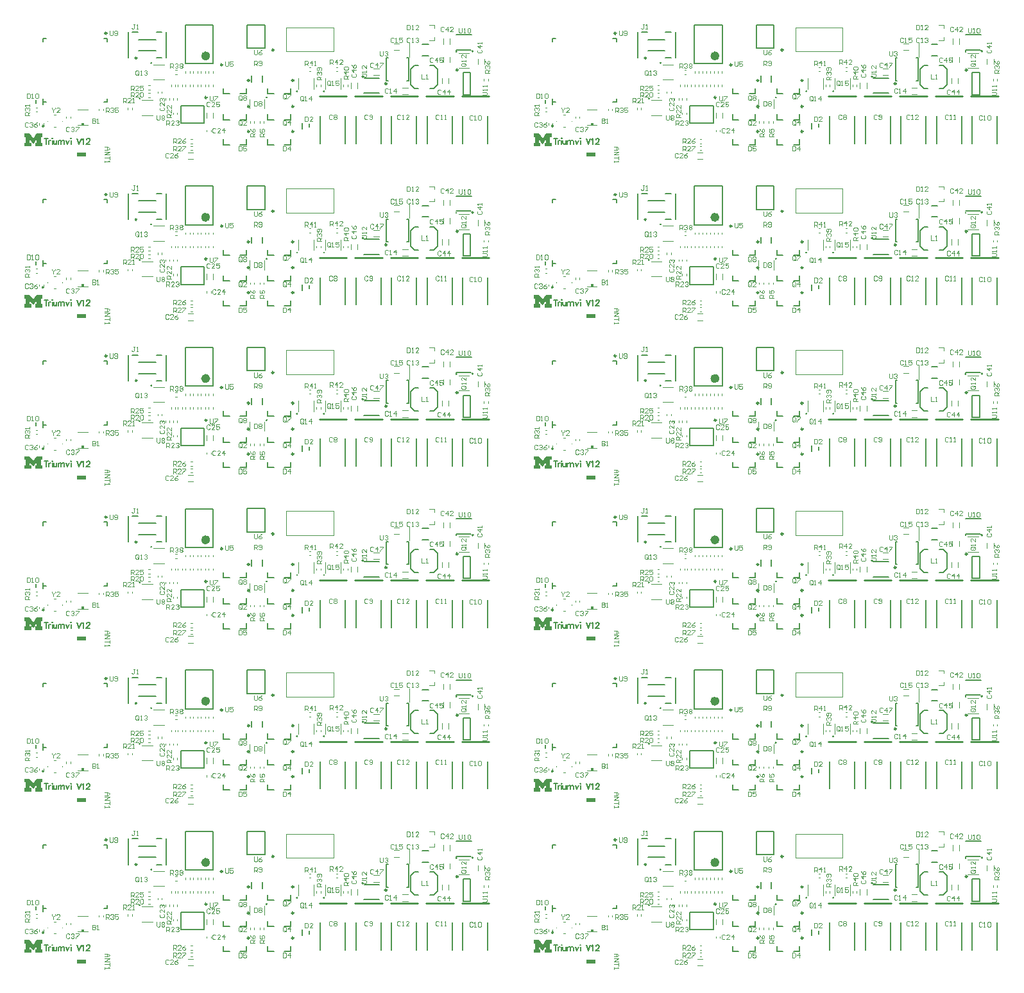
<source format=gto>
G04 Layer_Color=65535*
%FSLAX24Y24*%
%MOIN*%
G70*
G01*
G75*
%ADD12C,0.0100*%
%ADD71C,0.0098*%
%ADD72C,0.0236*%
%ADD73C,0.0079*%
%ADD74C,0.0050*%
%ADD75C,0.0039*%
%ADD76C,0.0040*%
%ADD77R,0.0040X0.0118*%
%ADD78R,0.0060X0.0200*%
%ADD79R,0.0157X0.0118*%
%ADD80R,0.0472X0.0236*%
G36*
X31492Y47288D02*
X31420D01*
Y47004D01*
X31492D01*
Y46815D01*
X31139D01*
Y47004D01*
X31211D01*
Y47174D01*
X31033Y46929D01*
X31021D01*
X30846Y47174D01*
Y47004D01*
X30918D01*
Y46815D01*
X30565D01*
Y47004D01*
X30634D01*
Y47288D01*
X30565D01*
Y47476D01*
X30845D01*
X31024Y47228D01*
X31033D01*
X31212Y47476D01*
X31492D01*
Y47288D01*
D02*
G37*
G36*
X5033D02*
X4961D01*
Y47004D01*
X5033D01*
Y46815D01*
X4680D01*
Y47004D01*
X4752D01*
Y47174D01*
X4574Y46929D01*
X4562D01*
X4387Y47174D01*
Y47004D01*
X4459D01*
Y46815D01*
X4106D01*
Y47004D01*
X4175D01*
Y47288D01*
X4106D01*
Y47476D01*
X4386D01*
X4565Y47228D01*
X4574D01*
X4753Y47476D01*
X5033D01*
Y47288D01*
D02*
G37*
G36*
X31492Y38900D02*
X31420D01*
Y38616D01*
X31492D01*
Y38428D01*
X31139D01*
Y38616D01*
X31211D01*
Y38787D01*
X31033Y38541D01*
X31021D01*
X30846Y38787D01*
Y38616D01*
X30918D01*
Y38428D01*
X30565D01*
Y38616D01*
X30634D01*
Y38900D01*
X30565D01*
Y39089D01*
X30845D01*
X31024Y38840D01*
X31033D01*
X31212Y39089D01*
X31492D01*
Y38900D01*
D02*
G37*
G36*
X5033D02*
X4961D01*
Y38616D01*
X5033D01*
Y38428D01*
X4680D01*
Y38616D01*
X4752D01*
Y38787D01*
X4574Y38541D01*
X4562D01*
X4387Y38787D01*
Y38616D01*
X4459D01*
Y38428D01*
X4106D01*
Y38616D01*
X4175D01*
Y38900D01*
X4106D01*
Y39089D01*
X4386D01*
X4565Y38840D01*
X4574D01*
X4753Y39089D01*
X5033D01*
Y38900D01*
D02*
G37*
G36*
X31492Y30513D02*
X31420D01*
Y30229D01*
X31492D01*
Y30040D01*
X31139D01*
Y30229D01*
X31211D01*
Y30399D01*
X31033Y30154D01*
X31021D01*
X30846Y30399D01*
Y30229D01*
X30918D01*
Y30040D01*
X30565D01*
Y30229D01*
X30634D01*
Y30513D01*
X30565D01*
Y30701D01*
X30845D01*
X31024Y30453D01*
X31033D01*
X31212Y30701D01*
X31492D01*
Y30513D01*
D02*
G37*
G36*
X5033D02*
X4961D01*
Y30229D01*
X5033D01*
Y30040D01*
X4680D01*
Y30229D01*
X4752D01*
Y30399D01*
X4574Y30154D01*
X4562D01*
X4387Y30399D01*
Y30229D01*
X4459D01*
Y30040D01*
X4106D01*
Y30229D01*
X4175D01*
Y30513D01*
X4106D01*
Y30701D01*
X4386D01*
X4565Y30453D01*
X4574D01*
X4753Y30701D01*
X5033D01*
Y30513D01*
D02*
G37*
G36*
X31492Y22125D02*
X31420D01*
Y21841D01*
X31492D01*
Y21653D01*
X31139D01*
Y21841D01*
X31211D01*
Y22012D01*
X31033Y21767D01*
X31021D01*
X30846Y22012D01*
Y21841D01*
X30918D01*
Y21653D01*
X30565D01*
Y21841D01*
X30634D01*
Y22125D01*
X30565D01*
Y22314D01*
X30845D01*
X31024Y22066D01*
X31033D01*
X31212Y22314D01*
X31492D01*
Y22125D01*
D02*
G37*
G36*
X5033D02*
X4961D01*
Y21841D01*
X5033D01*
Y21653D01*
X4680D01*
Y21841D01*
X4752D01*
Y22012D01*
X4574Y21767D01*
X4562D01*
X4387Y22012D01*
Y21841D01*
X4459D01*
Y21653D01*
X4106D01*
Y21841D01*
X4175D01*
Y22125D01*
X4106D01*
Y22314D01*
X4386D01*
X4565Y22066D01*
X4574D01*
X4753Y22314D01*
X5033D01*
Y22125D01*
D02*
G37*
G36*
X31492Y13738D02*
X31420D01*
Y13454D01*
X31492D01*
Y13266D01*
X31139D01*
Y13454D01*
X31211D01*
Y13624D01*
X31033Y13379D01*
X31021D01*
X30846Y13624D01*
Y13454D01*
X30918D01*
Y13266D01*
X30565D01*
Y13454D01*
X30634D01*
Y13738D01*
X30565D01*
Y13926D01*
X30845D01*
X31024Y13678D01*
X31033D01*
X31212Y13926D01*
X31492D01*
Y13738D01*
D02*
G37*
G36*
X5033D02*
X4961D01*
Y13454D01*
X5033D01*
Y13266D01*
X4680D01*
Y13454D01*
X4752D01*
Y13624D01*
X4574Y13379D01*
X4562D01*
X4387Y13624D01*
Y13454D01*
X4459D01*
Y13266D01*
X4106D01*
Y13454D01*
X4175D01*
Y13738D01*
X4106D01*
Y13926D01*
X4386D01*
X4565Y13678D01*
X4574D01*
X4753Y13926D01*
X5033D01*
Y13738D01*
D02*
G37*
G36*
X31492Y5351D02*
X31420D01*
Y5067D01*
X31492D01*
Y4878D01*
X31139D01*
Y5067D01*
X31211D01*
Y5237D01*
X31033Y4992D01*
X31021D01*
X30846Y5237D01*
Y5067D01*
X30918D01*
Y4878D01*
X30565D01*
Y5067D01*
X30634D01*
Y5351D01*
X30565D01*
Y5539D01*
X30845D01*
X31024Y5291D01*
X31033D01*
X31212Y5539D01*
X31492D01*
Y5351D01*
D02*
G37*
G36*
X5033D02*
X4961D01*
Y5067D01*
X5033D01*
Y4878D01*
X4680D01*
Y5067D01*
X4752D01*
Y5237D01*
X4574Y4992D01*
X4562D01*
X4387Y5237D01*
Y5067D01*
X4459D01*
Y4878D01*
X4106D01*
Y5067D01*
X4175D01*
Y5351D01*
X4106D01*
Y5539D01*
X4386D01*
X4565Y5291D01*
X4574D01*
X4753Y5539D01*
X5033D01*
Y5351D01*
D02*
G37*
D12*
X16691Y7412D02*
G03*
X16691Y7412I-22J0D01*
G01*
X19667Y7743D02*
G03*
X19667Y7743I-2J0D01*
G01*
X18267D02*
G03*
X18267Y7743I-2J0D01*
G01*
X10695Y9209D02*
G03*
X10695Y9209I-2J0D01*
G01*
X26545Y9809D02*
G03*
X26545Y9809I-2J0D01*
G01*
X9946Y9468D02*
G03*
X9946Y9468I-39J0D01*
G01*
X10095Y7359D02*
G03*
X10095Y7359I-2J0D01*
G01*
X5108Y5931D02*
G03*
X5108Y5931I-31J0D01*
G01*
X26828Y7469D02*
X28246D01*
X24978D02*
X26396D01*
X23128D02*
X24546D01*
X19428D02*
X20846D01*
X21278D02*
X22696D01*
X43150Y7412D02*
G03*
X43150Y7412I-22J0D01*
G01*
X46126Y7743D02*
G03*
X46126Y7743I-2J0D01*
G01*
X44726D02*
G03*
X44726Y7743I-2J0D01*
G01*
X37154Y9209D02*
G03*
X37154Y9209I-2J0D01*
G01*
X53004Y9809D02*
G03*
X53004Y9809I-2J0D01*
G01*
X36405Y9468D02*
G03*
X36405Y9468I-39J0D01*
G01*
X36554Y7359D02*
G03*
X36554Y7359I-2J0D01*
G01*
X31567Y5931D02*
G03*
X31567Y5931I-31J0D01*
G01*
X53287Y7469D02*
X54705D01*
X51437D02*
X52855D01*
X49587D02*
X51005D01*
X45887D02*
X47305D01*
X47737D02*
X49155D01*
X16691Y15799D02*
G03*
X16691Y15799I-22J0D01*
G01*
X19667Y16131D02*
G03*
X19667Y16131I-2J0D01*
G01*
X18267D02*
G03*
X18267Y16131I-2J0D01*
G01*
X10695Y17597D02*
G03*
X10695Y17597I-2J0D01*
G01*
X26545Y18197D02*
G03*
X26545Y18197I-2J0D01*
G01*
X9946Y17855D02*
G03*
X9946Y17855I-39J0D01*
G01*
X10095Y15747D02*
G03*
X10095Y15747I-2J0D01*
G01*
X5108Y14318D02*
G03*
X5108Y14318I-31J0D01*
G01*
X26828Y15857D02*
X28246D01*
X24978D02*
X26396D01*
X23128D02*
X24546D01*
X19428D02*
X20846D01*
X21278D02*
X22696D01*
X43150Y15799D02*
G03*
X43150Y15799I-22J0D01*
G01*
X46126Y16131D02*
G03*
X46126Y16131I-2J0D01*
G01*
X44726D02*
G03*
X44726Y16131I-2J0D01*
G01*
X37154Y17597D02*
G03*
X37154Y17597I-2J0D01*
G01*
X53004Y18197D02*
G03*
X53004Y18197I-2J0D01*
G01*
X36405Y17855D02*
G03*
X36405Y17855I-39J0D01*
G01*
X36554Y15747D02*
G03*
X36554Y15747I-2J0D01*
G01*
X31567Y14318D02*
G03*
X31567Y14318I-31J0D01*
G01*
X53287Y15857D02*
X54705D01*
X51437D02*
X52855D01*
X49587D02*
X51005D01*
X45887D02*
X47305D01*
X47737D02*
X49155D01*
X16691Y24187D02*
G03*
X16691Y24187I-22J0D01*
G01*
X19667Y24518D02*
G03*
X19667Y24518I-2J0D01*
G01*
X18267D02*
G03*
X18267Y24518I-2J0D01*
G01*
X10695Y25984D02*
G03*
X10695Y25984I-2J0D01*
G01*
X26545Y26584D02*
G03*
X26545Y26584I-2J0D01*
G01*
X9946Y26243D02*
G03*
X9946Y26243I-39J0D01*
G01*
X10095Y24134D02*
G03*
X10095Y24134I-2J0D01*
G01*
X5108Y22706D02*
G03*
X5108Y22706I-31J0D01*
G01*
X26828Y24244D02*
X28246D01*
X24978D02*
X26396D01*
X23128D02*
X24546D01*
X19428D02*
X20846D01*
X21278D02*
X22696D01*
X43150Y24187D02*
G03*
X43150Y24187I-22J0D01*
G01*
X46126Y24518D02*
G03*
X46126Y24518I-2J0D01*
G01*
X44726D02*
G03*
X44726Y24518I-2J0D01*
G01*
X37154Y25984D02*
G03*
X37154Y25984I-2J0D01*
G01*
X53004Y26584D02*
G03*
X53004Y26584I-2J0D01*
G01*
X36405Y26243D02*
G03*
X36405Y26243I-39J0D01*
G01*
X36554Y24134D02*
G03*
X36554Y24134I-2J0D01*
G01*
X31567Y22706D02*
G03*
X31567Y22706I-31J0D01*
G01*
X53287Y24244D02*
X54705D01*
X51437D02*
X52855D01*
X49587D02*
X51005D01*
X45887D02*
X47305D01*
X47737D02*
X49155D01*
X16691Y32574D02*
G03*
X16691Y32574I-22J0D01*
G01*
X19667Y32906D02*
G03*
X19667Y32906I-2J0D01*
G01*
X18267D02*
G03*
X18267Y32906I-2J0D01*
G01*
X10695Y34372D02*
G03*
X10695Y34372I-2J0D01*
G01*
X26545Y34972D02*
G03*
X26545Y34972I-2J0D01*
G01*
X9946Y34630D02*
G03*
X9946Y34630I-39J0D01*
G01*
X10095Y32522D02*
G03*
X10095Y32522I-2J0D01*
G01*
X5108Y31093D02*
G03*
X5108Y31093I-31J0D01*
G01*
X26828Y32631D02*
X28246D01*
X24978D02*
X26396D01*
X23128D02*
X24546D01*
X19428D02*
X20846D01*
X21278D02*
X22696D01*
X43150Y32574D02*
G03*
X43150Y32574I-22J0D01*
G01*
X46126Y32906D02*
G03*
X46126Y32906I-2J0D01*
G01*
X44726D02*
G03*
X44726Y32906I-2J0D01*
G01*
X37154Y34372D02*
G03*
X37154Y34372I-2J0D01*
G01*
X53004Y34972D02*
G03*
X53004Y34972I-2J0D01*
G01*
X36405Y34630D02*
G03*
X36405Y34630I-39J0D01*
G01*
X36554Y32522D02*
G03*
X36554Y32522I-2J0D01*
G01*
X31567Y31093D02*
G03*
X31567Y31093I-31J0D01*
G01*
X53287Y32631D02*
X54705D01*
X51437D02*
X52855D01*
X49587D02*
X51005D01*
X45887D02*
X47305D01*
X47737D02*
X49155D01*
X16691Y40961D02*
G03*
X16691Y40961I-22J0D01*
G01*
X19667Y41293D02*
G03*
X19667Y41293I-2J0D01*
G01*
X18267D02*
G03*
X18267Y41293I-2J0D01*
G01*
X10695Y42759D02*
G03*
X10695Y42759I-2J0D01*
G01*
X26545Y43359D02*
G03*
X26545Y43359I-2J0D01*
G01*
X9946Y43017D02*
G03*
X9946Y43017I-39J0D01*
G01*
X10095Y40909D02*
G03*
X10095Y40909I-2J0D01*
G01*
X5108Y39481D02*
G03*
X5108Y39481I-31J0D01*
G01*
X26828Y41019D02*
X28246D01*
X24978D02*
X26396D01*
X23128D02*
X24546D01*
X19428D02*
X20846D01*
X21278D02*
X22696D01*
X43150Y40961D02*
G03*
X43150Y40961I-22J0D01*
G01*
X46126Y41293D02*
G03*
X46126Y41293I-2J0D01*
G01*
X44726D02*
G03*
X44726Y41293I-2J0D01*
G01*
X37154Y42759D02*
G03*
X37154Y42759I-2J0D01*
G01*
X53004Y43359D02*
G03*
X53004Y43359I-2J0D01*
G01*
X36405Y43017D02*
G03*
X36405Y43017I-39J0D01*
G01*
X36554Y40909D02*
G03*
X36554Y40909I-2J0D01*
G01*
X31567Y39481D02*
G03*
X31567Y39481I-31J0D01*
G01*
X53287Y41019D02*
X54705D01*
X51437D02*
X52855D01*
X49587D02*
X51005D01*
X45887D02*
X47305D01*
X47737D02*
X49155D01*
X16691Y49349D02*
G03*
X16691Y49349I-22J0D01*
G01*
X19667Y49680D02*
G03*
X19667Y49680I-2J0D01*
G01*
X18267D02*
G03*
X18267Y49680I-2J0D01*
G01*
X10695Y51146D02*
G03*
X10695Y51146I-2J0D01*
G01*
X26545Y51746D02*
G03*
X26545Y51746I-2J0D01*
G01*
X9946Y51405D02*
G03*
X9946Y51405I-39J0D01*
G01*
X10095Y49296D02*
G03*
X10095Y49296I-2J0D01*
G01*
X5108Y47868D02*
G03*
X5108Y47868I-31J0D01*
G01*
X26828Y49406D02*
X28246D01*
X24978D02*
X26396D01*
X23128D02*
X24546D01*
X19428D02*
X20846D01*
X21278D02*
X22696D01*
X43150Y49349D02*
G03*
X43150Y49349I-22J0D01*
G01*
X46126Y49680D02*
G03*
X46126Y49680I-2J0D01*
G01*
X44726D02*
G03*
X44726Y49680I-2J0D01*
G01*
X37154Y51146D02*
G03*
X37154Y51146I-2J0D01*
G01*
X53004Y51746D02*
G03*
X53004Y51746I-2J0D01*
G01*
X36405Y51405D02*
G03*
X36405Y51405I-39J0D01*
G01*
X36554Y49296D02*
G03*
X36554Y49296I-2J0D01*
G01*
X31567Y47868D02*
G03*
X31567Y47868I-31J0D01*
G01*
X53287Y49406D02*
X54705D01*
X51437D02*
X52855D01*
X49587D02*
X51005D01*
X45887D02*
X47305D01*
X47737D02*
X49155D01*
D71*
X26634Y8846D02*
G03*
X26634Y8846I-49J0D01*
G01*
X13585Y7413D02*
G03*
X13585Y7413I-49J0D01*
G01*
X17062Y9888D02*
G03*
X17062Y9888I-49J0D01*
G01*
X15795Y8300D02*
G03*
X15795Y8300I-49J0D01*
G01*
X18095D02*
G03*
X18095Y8300I-49J0D01*
G01*
Y6950D02*
G03*
X18095Y6950I-49J0D01*
G01*
X15795D02*
G03*
X15795Y6950I-49J0D01*
G01*
Y5650D02*
G03*
X15795Y5650I-49J0D01*
G01*
X18095D02*
G03*
X18095Y5650I-49J0D01*
G01*
X14398Y9114D02*
G03*
X14398Y9114I-49J0D01*
G01*
X22936Y8139D02*
G03*
X22936Y8139I-49J0D01*
G01*
X8391Y10756D02*
G03*
X8391Y10756I-49J0D01*
G01*
X53093Y8846D02*
G03*
X53093Y8846I-49J0D01*
G01*
X40044Y7413D02*
G03*
X40044Y7413I-49J0D01*
G01*
X43521Y9888D02*
G03*
X43521Y9888I-49J0D01*
G01*
X42254Y8300D02*
G03*
X42254Y8300I-49J0D01*
G01*
X44554D02*
G03*
X44554Y8300I-49J0D01*
G01*
Y6950D02*
G03*
X44554Y6950I-49J0D01*
G01*
X42254D02*
G03*
X42254Y6950I-49J0D01*
G01*
Y5650D02*
G03*
X42254Y5650I-49J0D01*
G01*
X44554D02*
G03*
X44554Y5650I-49J0D01*
G01*
X40857Y9114D02*
G03*
X40857Y9114I-49J0D01*
G01*
X49395Y8139D02*
G03*
X49395Y8139I-49J0D01*
G01*
X34850Y10756D02*
G03*
X34850Y10756I-49J0D01*
G01*
X26634Y17233D02*
G03*
X26634Y17233I-49J0D01*
G01*
X13585Y15800D02*
G03*
X13585Y15800I-49J0D01*
G01*
X17062Y18276D02*
G03*
X17062Y18276I-49J0D01*
G01*
X15795Y16688D02*
G03*
X15795Y16688I-49J0D01*
G01*
X18095D02*
G03*
X18095Y16688I-49J0D01*
G01*
Y15338D02*
G03*
X18095Y15338I-49J0D01*
G01*
X15795D02*
G03*
X15795Y15338I-49J0D01*
G01*
Y14038D02*
G03*
X15795Y14038I-49J0D01*
G01*
X18095D02*
G03*
X18095Y14038I-49J0D01*
G01*
X14398Y17502D02*
G03*
X14398Y17502I-49J0D01*
G01*
X22936Y16526D02*
G03*
X22936Y16526I-49J0D01*
G01*
X8391Y19144D02*
G03*
X8391Y19144I-49J0D01*
G01*
X53093Y17233D02*
G03*
X53093Y17233I-49J0D01*
G01*
X40044Y15800D02*
G03*
X40044Y15800I-49J0D01*
G01*
X43521Y18276D02*
G03*
X43521Y18276I-49J0D01*
G01*
X42254Y16688D02*
G03*
X42254Y16688I-49J0D01*
G01*
X44554D02*
G03*
X44554Y16688I-49J0D01*
G01*
Y15338D02*
G03*
X44554Y15338I-49J0D01*
G01*
X42254D02*
G03*
X42254Y15338I-49J0D01*
G01*
Y14038D02*
G03*
X42254Y14038I-49J0D01*
G01*
X44554D02*
G03*
X44554Y14038I-49J0D01*
G01*
X40857Y17502D02*
G03*
X40857Y17502I-49J0D01*
G01*
X49395Y16526D02*
G03*
X49395Y16526I-49J0D01*
G01*
X34850Y19144D02*
G03*
X34850Y19144I-49J0D01*
G01*
X26634Y25620D02*
G03*
X26634Y25620I-49J0D01*
G01*
X13585Y24188D02*
G03*
X13585Y24188I-49J0D01*
G01*
X17062Y26663D02*
G03*
X17062Y26663I-49J0D01*
G01*
X15795Y25075D02*
G03*
X15795Y25075I-49J0D01*
G01*
X18095D02*
G03*
X18095Y25075I-49J0D01*
G01*
Y23725D02*
G03*
X18095Y23725I-49J0D01*
G01*
X15795D02*
G03*
X15795Y23725I-49J0D01*
G01*
Y22425D02*
G03*
X15795Y22425I-49J0D01*
G01*
X18095D02*
G03*
X18095Y22425I-49J0D01*
G01*
X14398Y25889D02*
G03*
X14398Y25889I-49J0D01*
G01*
X22936Y24914D02*
G03*
X22936Y24914I-49J0D01*
G01*
X8391Y27531D02*
G03*
X8391Y27531I-49J0D01*
G01*
X53093Y25620D02*
G03*
X53093Y25620I-49J0D01*
G01*
X40044Y24188D02*
G03*
X40044Y24188I-49J0D01*
G01*
X43521Y26663D02*
G03*
X43521Y26663I-49J0D01*
G01*
X42254Y25075D02*
G03*
X42254Y25075I-49J0D01*
G01*
X44554D02*
G03*
X44554Y25075I-49J0D01*
G01*
Y23725D02*
G03*
X44554Y23725I-49J0D01*
G01*
X42254D02*
G03*
X42254Y23725I-49J0D01*
G01*
Y22425D02*
G03*
X42254Y22425I-49J0D01*
G01*
X44554D02*
G03*
X44554Y22425I-49J0D01*
G01*
X40857Y25889D02*
G03*
X40857Y25889I-49J0D01*
G01*
X49395Y24914D02*
G03*
X49395Y24914I-49J0D01*
G01*
X34850Y27531D02*
G03*
X34850Y27531I-49J0D01*
G01*
X26634Y34008D02*
G03*
X26634Y34008I-49J0D01*
G01*
X13585Y32575D02*
G03*
X13585Y32575I-49J0D01*
G01*
X17062Y35050D02*
G03*
X17062Y35050I-49J0D01*
G01*
X15795Y33463D02*
G03*
X15795Y33463I-49J0D01*
G01*
X18095D02*
G03*
X18095Y33463I-49J0D01*
G01*
Y32113D02*
G03*
X18095Y32113I-49J0D01*
G01*
X15795D02*
G03*
X15795Y32113I-49J0D01*
G01*
Y30813D02*
G03*
X15795Y30813I-49J0D01*
G01*
X18095D02*
G03*
X18095Y30813I-49J0D01*
G01*
X14398Y34276D02*
G03*
X14398Y34276I-49J0D01*
G01*
X22936Y33301D02*
G03*
X22936Y33301I-49J0D01*
G01*
X8391Y35919D02*
G03*
X8391Y35919I-49J0D01*
G01*
X53093Y34008D02*
G03*
X53093Y34008I-49J0D01*
G01*
X40044Y32575D02*
G03*
X40044Y32575I-49J0D01*
G01*
X43521Y35050D02*
G03*
X43521Y35050I-49J0D01*
G01*
X42254Y33463D02*
G03*
X42254Y33463I-49J0D01*
G01*
X44554D02*
G03*
X44554Y33463I-49J0D01*
G01*
Y32113D02*
G03*
X44554Y32113I-49J0D01*
G01*
X42254D02*
G03*
X42254Y32113I-49J0D01*
G01*
Y30813D02*
G03*
X42254Y30813I-49J0D01*
G01*
X44554D02*
G03*
X44554Y30813I-49J0D01*
G01*
X40857Y34276D02*
G03*
X40857Y34276I-49J0D01*
G01*
X49395Y33301D02*
G03*
X49395Y33301I-49J0D01*
G01*
X34850Y35919D02*
G03*
X34850Y35919I-49J0D01*
G01*
X26634Y42395D02*
G03*
X26634Y42395I-49J0D01*
G01*
X13585Y40963D02*
G03*
X13585Y40963I-49J0D01*
G01*
X17062Y43438D02*
G03*
X17062Y43438I-49J0D01*
G01*
X15795Y41850D02*
G03*
X15795Y41850I-49J0D01*
G01*
X18095D02*
G03*
X18095Y41850I-49J0D01*
G01*
Y40500D02*
G03*
X18095Y40500I-49J0D01*
G01*
X15795D02*
G03*
X15795Y40500I-49J0D01*
G01*
Y39200D02*
G03*
X15795Y39200I-49J0D01*
G01*
X18095D02*
G03*
X18095Y39200I-49J0D01*
G01*
X14398Y42664D02*
G03*
X14398Y42664I-49J0D01*
G01*
X22936Y41689D02*
G03*
X22936Y41689I-49J0D01*
G01*
X8391Y44306D02*
G03*
X8391Y44306I-49J0D01*
G01*
X53093Y42395D02*
G03*
X53093Y42395I-49J0D01*
G01*
X40044Y40963D02*
G03*
X40044Y40963I-49J0D01*
G01*
X43521Y43438D02*
G03*
X43521Y43438I-49J0D01*
G01*
X42254Y41850D02*
G03*
X42254Y41850I-49J0D01*
G01*
X44554D02*
G03*
X44554Y41850I-49J0D01*
G01*
Y40500D02*
G03*
X44554Y40500I-49J0D01*
G01*
X42254D02*
G03*
X42254Y40500I-49J0D01*
G01*
Y39200D02*
G03*
X42254Y39200I-49J0D01*
G01*
X44554D02*
G03*
X44554Y39200I-49J0D01*
G01*
X40857Y42664D02*
G03*
X40857Y42664I-49J0D01*
G01*
X49395Y41689D02*
G03*
X49395Y41689I-49J0D01*
G01*
X34850Y44306D02*
G03*
X34850Y44306I-49J0D01*
G01*
X26634Y50783D02*
G03*
X26634Y50783I-49J0D01*
G01*
X13585Y49350D02*
G03*
X13585Y49350I-49J0D01*
G01*
X17062Y51825D02*
G03*
X17062Y51825I-49J0D01*
G01*
X15795Y50237D02*
G03*
X15795Y50237I-49J0D01*
G01*
X18095D02*
G03*
X18095Y50237I-49J0D01*
G01*
Y48887D02*
G03*
X18095Y48887I-49J0D01*
G01*
X15795D02*
G03*
X15795Y48887I-49J0D01*
G01*
Y47587D02*
G03*
X15795Y47587I-49J0D01*
G01*
X18095D02*
G03*
X18095Y47587I-49J0D01*
G01*
X14398Y51051D02*
G03*
X14398Y51051I-49J0D01*
G01*
X22936Y50076D02*
G03*
X22936Y50076I-49J0D01*
G01*
X8391Y52693D02*
G03*
X8391Y52693I-49J0D01*
G01*
X53093Y50783D02*
G03*
X53093Y50783I-49J0D01*
G01*
X40044Y49350D02*
G03*
X40044Y49350I-49J0D01*
G01*
X43521Y51825D02*
G03*
X43521Y51825I-49J0D01*
G01*
X42254Y50237D02*
G03*
X42254Y50237I-49J0D01*
G01*
X44554D02*
G03*
X44554Y50237I-49J0D01*
G01*
Y48887D02*
G03*
X44554Y48887I-49J0D01*
G01*
X42254D02*
G03*
X42254Y48887I-49J0D01*
G01*
Y47587D02*
G03*
X42254Y47587I-49J0D01*
G01*
X44554D02*
G03*
X44554Y47587I-49J0D01*
G01*
X40857Y51051D02*
G03*
X40857Y51051I-49J0D01*
G01*
X49395Y50076D02*
G03*
X49395Y50076I-49J0D01*
G01*
X34850Y52693D02*
G03*
X34850Y52693I-49J0D01*
G01*
D72*
X13640Y9577D02*
G03*
X13640Y9577I-118J0D01*
G01*
X40099D02*
G03*
X40099Y9577I-118J0D01*
G01*
X13640Y17964D02*
G03*
X13640Y17964I-118J0D01*
G01*
X40099D02*
G03*
X40099Y17964I-118J0D01*
G01*
X13640Y26352D02*
G03*
X13640Y26352I-118J0D01*
G01*
X40099D02*
G03*
X40099Y26352I-118J0D01*
G01*
X13640Y34739D02*
G03*
X13640Y34739I-118J0D01*
G01*
X40099D02*
G03*
X40099Y34739I-118J0D01*
G01*
X13640Y43126D02*
G03*
X13640Y43126I-118J0D01*
G01*
X40099D02*
G03*
X40099Y43126I-118J0D01*
G01*
X13640Y51514D02*
G03*
X13640Y51514I-118J0D01*
G01*
X40099D02*
G03*
X40099Y51514I-118J0D01*
G01*
D73*
X27429Y9824D02*
G03*
X27429Y9824I-39J0D01*
G01*
X21724Y8500D02*
G03*
X21724Y8500I-39J0D01*
G01*
X26890Y8708D02*
X27284D01*
X26890Y7566D02*
X27284D01*
X26890D02*
Y8708D01*
X27284Y7566D02*
Y8708D01*
X12227Y6084D02*
Y6990D01*
X13447Y6084D02*
Y6990D01*
X12227Y6084D02*
X13447D01*
X12227Y6990D02*
X13447D01*
X16590Y9977D02*
Y11197D01*
X15684Y9977D02*
Y11197D01*
Y9977D02*
X16590D01*
X15684Y11197D02*
X16590D01*
X15628Y7611D02*
Y7887D01*
X15313Y7611D02*
X15628D01*
X14446D02*
Y7887D01*
Y7611D02*
X14761D01*
X16746D02*
X17061D01*
X16746D02*
Y7887D01*
X17613Y7611D02*
X17928D01*
Y7887D01*
Y6261D02*
Y6537D01*
X17613Y6261D02*
X17928D01*
X16746D02*
Y6537D01*
Y6261D02*
X17061D01*
X15628D02*
Y6537D01*
X15313Y6261D02*
X15628D01*
X14446D02*
Y6537D01*
Y6261D02*
X14761D01*
X15628Y4961D02*
Y5237D01*
X15313Y4961D02*
X15628D01*
X14446D02*
Y5237D01*
Y4961D02*
X14761D01*
X16746D02*
X17061D01*
X16746D02*
Y5237D01*
X17613Y4961D02*
X17928D01*
Y5237D01*
X12459Y11191D02*
X13915D01*
X12459Y9183D02*
X13915D01*
X12459D02*
Y11191D01*
X13915Y9183D02*
Y11191D01*
X24780Y10182D02*
X25094D01*
X24780Y9592D02*
X25094D01*
X28187Y5028D02*
Y6446D01*
X26887Y5028D02*
Y6446D01*
X26337Y5028D02*
Y6446D01*
X25037Y5028D02*
Y6446D01*
X24487Y5028D02*
Y6446D01*
X23187Y5028D02*
Y6446D01*
X20787Y5028D02*
Y6446D01*
X19487Y5028D02*
Y6446D01*
X22637Y5028D02*
Y6446D01*
X21337Y5028D02*
Y6446D01*
X16463Y8230D02*
Y8544D01*
X15911Y8230D02*
Y8544D01*
X8223Y10500D02*
X8400D01*
Y10323D02*
Y10500D01*
Y7174D02*
Y7351D01*
X8223Y7174D02*
X8400D01*
X5074D02*
X5251D01*
X5074D02*
Y7351D01*
Y10500D02*
X5251D01*
X5074Y10323D02*
Y10500D01*
X53888Y9824D02*
G03*
X53888Y9824I-39J0D01*
G01*
X48183Y8500D02*
G03*
X48183Y8500I-39J0D01*
G01*
X53349Y8708D02*
X53743D01*
X53349Y7566D02*
X53743D01*
X53349D02*
Y8708D01*
X53743Y7566D02*
Y8708D01*
X38686Y6084D02*
Y6990D01*
X39906Y6084D02*
Y6990D01*
X38686Y6084D02*
X39906D01*
X38686Y6990D02*
X39906D01*
X43049Y9977D02*
Y11197D01*
X42143Y9977D02*
Y11197D01*
Y9977D02*
X43049D01*
X42143Y11197D02*
X43049D01*
X42087Y7611D02*
Y7887D01*
X41772Y7611D02*
X42087D01*
X40906D02*
Y7887D01*
Y7611D02*
X41220D01*
X43206D02*
X43520D01*
X43206D02*
Y7887D01*
X44072Y7611D02*
X44387D01*
Y7887D01*
Y6261D02*
Y6537D01*
X44072Y6261D02*
X44387D01*
X43206D02*
Y6537D01*
Y6261D02*
X43520D01*
X42087D02*
Y6537D01*
X41772Y6261D02*
X42087D01*
X40906D02*
Y6537D01*
Y6261D02*
X41220D01*
X42087Y4961D02*
Y5237D01*
X41772Y4961D02*
X42087D01*
X40906D02*
Y5237D01*
Y4961D02*
X41220D01*
X43206D02*
X43520D01*
X43206D02*
Y5237D01*
X44072Y4961D02*
X44387D01*
Y5237D01*
X38918Y11191D02*
X40374D01*
X38918Y9183D02*
X40374D01*
X38918D02*
Y11191D01*
X40374Y9183D02*
Y11191D01*
X51239Y10182D02*
X51554D01*
X51239Y9592D02*
X51554D01*
X54646Y5028D02*
Y6446D01*
X53346Y5028D02*
Y6446D01*
X52796Y5028D02*
Y6446D01*
X51496Y5028D02*
Y6446D01*
X50946Y5028D02*
Y6446D01*
X49646Y5028D02*
Y6446D01*
X47246Y5028D02*
Y6446D01*
X45946Y5028D02*
Y6446D01*
X49096Y5028D02*
Y6446D01*
X47796Y5028D02*
Y6446D01*
X42922Y8230D02*
Y8544D01*
X42370Y8230D02*
Y8544D01*
X34682Y10500D02*
X34859D01*
Y10323D02*
Y10500D01*
Y7174D02*
Y7351D01*
X34682Y7174D02*
X34859D01*
X31533D02*
X31710D01*
X31533D02*
Y7351D01*
Y10500D02*
X31710D01*
X31533Y10323D02*
Y10500D01*
X27429Y18212D02*
G03*
X27429Y18212I-39J0D01*
G01*
X21724Y16887D02*
G03*
X21724Y16887I-39J0D01*
G01*
X26890Y17095D02*
X27284D01*
X26890Y15954D02*
X27284D01*
X26890D02*
Y17095D01*
X27284Y15954D02*
Y17095D01*
X12227Y14472D02*
Y15377D01*
X13447Y14472D02*
Y15377D01*
X12227Y14472D02*
X13447D01*
X12227Y15377D02*
X13447D01*
X16590Y18364D02*
Y19585D01*
X15684Y18364D02*
Y19585D01*
Y18364D02*
X16590D01*
X15684Y19585D02*
X16590D01*
X15628Y15999D02*
Y16274D01*
X15313Y15999D02*
X15628D01*
X14446D02*
Y16274D01*
Y15999D02*
X14761D01*
X16746D02*
X17061D01*
X16746D02*
Y16274D01*
X17613Y15999D02*
X17928D01*
Y16274D01*
Y14649D02*
Y14924D01*
X17613Y14649D02*
X17928D01*
X16746D02*
Y14924D01*
Y14649D02*
X17061D01*
X15628D02*
Y14924D01*
X15313Y14649D02*
X15628D01*
X14446D02*
Y14924D01*
Y14649D02*
X14761D01*
X15628Y13349D02*
Y13624D01*
X15313Y13349D02*
X15628D01*
X14446D02*
Y13624D01*
Y13349D02*
X14761D01*
X16746D02*
X17061D01*
X16746D02*
Y13624D01*
X17613Y13349D02*
X17928D01*
Y13624D01*
X12459Y19578D02*
X13915D01*
X12459Y17570D02*
X13915D01*
X12459D02*
Y19578D01*
X13915Y17570D02*
Y19578D01*
X24780Y18570D02*
X25094D01*
X24780Y17979D02*
X25094D01*
X28187Y13416D02*
Y14833D01*
X26887Y13416D02*
Y14833D01*
X26337Y13416D02*
Y14833D01*
X25037Y13416D02*
Y14833D01*
X24487Y13416D02*
Y14833D01*
X23187Y13416D02*
Y14833D01*
X20787Y13416D02*
Y14833D01*
X19487Y13416D02*
Y14833D01*
X22637Y13416D02*
Y14833D01*
X21337Y13416D02*
Y14833D01*
X16463Y16617D02*
Y16932D01*
X15911Y16617D02*
Y16932D01*
X8223Y18888D02*
X8400D01*
Y18711D02*
Y18888D01*
Y15561D02*
Y15738D01*
X8223Y15561D02*
X8400D01*
X5074D02*
X5251D01*
X5074D02*
Y15738D01*
Y18888D02*
X5251D01*
X5074Y18711D02*
Y18888D01*
X53888Y18212D02*
G03*
X53888Y18212I-39J0D01*
G01*
X48183Y16887D02*
G03*
X48183Y16887I-39J0D01*
G01*
X53349Y17095D02*
X53743D01*
X53349Y15954D02*
X53743D01*
X53349D02*
Y17095D01*
X53743Y15954D02*
Y17095D01*
X38686Y14472D02*
Y15377D01*
X39906Y14472D02*
Y15377D01*
X38686Y14472D02*
X39906D01*
X38686Y15377D02*
X39906D01*
X43049Y18364D02*
Y19585D01*
X42143Y18364D02*
Y19585D01*
Y18364D02*
X43049D01*
X42143Y19585D02*
X43049D01*
X42087Y15999D02*
Y16274D01*
X41772Y15999D02*
X42087D01*
X40906D02*
Y16274D01*
Y15999D02*
X41220D01*
X43206D02*
X43520D01*
X43206D02*
Y16274D01*
X44072Y15999D02*
X44387D01*
Y16274D01*
Y14649D02*
Y14924D01*
X44072Y14649D02*
X44387D01*
X43206D02*
Y14924D01*
Y14649D02*
X43520D01*
X42087D02*
Y14924D01*
X41772Y14649D02*
X42087D01*
X40906D02*
Y14924D01*
Y14649D02*
X41220D01*
X42087Y13349D02*
Y13624D01*
X41772Y13349D02*
X42087D01*
X40906D02*
Y13624D01*
Y13349D02*
X41220D01*
X43206D02*
X43520D01*
X43206D02*
Y13624D01*
X44072Y13349D02*
X44387D01*
Y13624D01*
X38918Y19578D02*
X40374D01*
X38918Y17570D02*
X40374D01*
X38918D02*
Y19578D01*
X40374Y17570D02*
Y19578D01*
X51239Y18570D02*
X51554D01*
X51239Y17979D02*
X51554D01*
X54646Y13416D02*
Y14833D01*
X53346Y13416D02*
Y14833D01*
X52796Y13416D02*
Y14833D01*
X51496Y13416D02*
Y14833D01*
X50946Y13416D02*
Y14833D01*
X49646Y13416D02*
Y14833D01*
X47246Y13416D02*
Y14833D01*
X45946Y13416D02*
Y14833D01*
X49096Y13416D02*
Y14833D01*
X47796Y13416D02*
Y14833D01*
X42922Y16617D02*
Y16932D01*
X42370Y16617D02*
Y16932D01*
X34682Y18888D02*
X34859D01*
Y18711D02*
Y18888D01*
Y15561D02*
Y15738D01*
X34682Y15561D02*
X34859D01*
X31533D02*
X31710D01*
X31533D02*
Y15738D01*
Y18888D02*
X31710D01*
X31533Y18711D02*
Y18888D01*
X27429Y26599D02*
G03*
X27429Y26599I-39J0D01*
G01*
X21724Y25274D02*
G03*
X21724Y25274I-39J0D01*
G01*
X26890Y25483D02*
X27284D01*
X26890Y24341D02*
X27284D01*
X26890D02*
Y25483D01*
X27284Y24341D02*
Y25483D01*
X12227Y22859D02*
Y23765D01*
X13447Y22859D02*
Y23765D01*
X12227Y22859D02*
X13447D01*
X12227Y23765D02*
X13447D01*
X16590Y26752D02*
Y27972D01*
X15684Y26752D02*
Y27972D01*
Y26752D02*
X16590D01*
X15684Y27972D02*
X16590D01*
X15628Y24386D02*
Y24662D01*
X15313Y24386D02*
X15628D01*
X14446D02*
Y24662D01*
Y24386D02*
X14761D01*
X16746D02*
X17061D01*
X16746D02*
Y24662D01*
X17613Y24386D02*
X17928D01*
Y24662D01*
Y23036D02*
Y23312D01*
X17613Y23036D02*
X17928D01*
X16746D02*
Y23312D01*
Y23036D02*
X17061D01*
X15628D02*
Y23312D01*
X15313Y23036D02*
X15628D01*
X14446D02*
Y23312D01*
Y23036D02*
X14761D01*
X15628Y21736D02*
Y22012D01*
X15313Y21736D02*
X15628D01*
X14446D02*
Y22012D01*
Y21736D02*
X14761D01*
X16746D02*
X17061D01*
X16746D02*
Y22012D01*
X17613Y21736D02*
X17928D01*
Y22012D01*
X12459Y27966D02*
X13915D01*
X12459Y25958D02*
X13915D01*
X12459D02*
Y27966D01*
X13915Y25958D02*
Y27966D01*
X24780Y26957D02*
X25094D01*
X24780Y26367D02*
X25094D01*
X28187Y21803D02*
Y23220D01*
X26887Y21803D02*
Y23220D01*
X26337Y21803D02*
Y23220D01*
X25037Y21803D02*
Y23220D01*
X24487Y21803D02*
Y23220D01*
X23187Y21803D02*
Y23220D01*
X20787Y21803D02*
Y23220D01*
X19487Y21803D02*
Y23220D01*
X22637Y21803D02*
Y23220D01*
X21337Y21803D02*
Y23220D01*
X16463Y25004D02*
Y25319D01*
X15911Y25004D02*
Y25319D01*
X8223Y27275D02*
X8400D01*
Y27098D02*
Y27275D01*
Y23948D02*
Y24126D01*
X8223Y23948D02*
X8400D01*
X5074D02*
X5251D01*
X5074D02*
Y24126D01*
Y27275D02*
X5251D01*
X5074Y27098D02*
Y27275D01*
X53888Y26599D02*
G03*
X53888Y26599I-39J0D01*
G01*
X48183Y25274D02*
G03*
X48183Y25274I-39J0D01*
G01*
X53349Y25483D02*
X53743D01*
X53349Y24341D02*
X53743D01*
X53349D02*
Y25483D01*
X53743Y24341D02*
Y25483D01*
X38686Y22859D02*
Y23765D01*
X39906Y22859D02*
Y23765D01*
X38686Y22859D02*
X39906D01*
X38686Y23765D02*
X39906D01*
X43049Y26752D02*
Y27972D01*
X42143Y26752D02*
Y27972D01*
Y26752D02*
X43049D01*
X42143Y27972D02*
X43049D01*
X42087Y24386D02*
Y24662D01*
X41772Y24386D02*
X42087D01*
X40906D02*
Y24662D01*
Y24386D02*
X41220D01*
X43206D02*
X43520D01*
X43206D02*
Y24662D01*
X44072Y24386D02*
X44387D01*
Y24662D01*
Y23036D02*
Y23312D01*
X44072Y23036D02*
X44387D01*
X43206D02*
Y23312D01*
Y23036D02*
X43520D01*
X42087D02*
Y23312D01*
X41772Y23036D02*
X42087D01*
X40906D02*
Y23312D01*
Y23036D02*
X41220D01*
X42087Y21736D02*
Y22012D01*
X41772Y21736D02*
X42087D01*
X40906D02*
Y22012D01*
Y21736D02*
X41220D01*
X43206D02*
X43520D01*
X43206D02*
Y22012D01*
X44072Y21736D02*
X44387D01*
Y22012D01*
X38918Y27966D02*
X40374D01*
X38918Y25958D02*
X40374D01*
X38918D02*
Y27966D01*
X40374Y25958D02*
Y27966D01*
X51239Y26957D02*
X51554D01*
X51239Y26367D02*
X51554D01*
X54646Y21803D02*
Y23220D01*
X53346Y21803D02*
Y23220D01*
X52796Y21803D02*
Y23220D01*
X51496Y21803D02*
Y23220D01*
X50946Y21803D02*
Y23220D01*
X49646Y21803D02*
Y23220D01*
X47246Y21803D02*
Y23220D01*
X45946Y21803D02*
Y23220D01*
X49096Y21803D02*
Y23220D01*
X47796Y21803D02*
Y23220D01*
X42922Y25004D02*
Y25319D01*
X42370Y25004D02*
Y25319D01*
X34682Y27275D02*
X34859D01*
Y27098D02*
Y27275D01*
Y23948D02*
Y24126D01*
X34682Y23948D02*
X34859D01*
X31533D02*
X31710D01*
X31533D02*
Y24126D01*
Y27275D02*
X31710D01*
X31533Y27098D02*
Y27275D01*
X27429Y34987D02*
G03*
X27429Y34987I-39J0D01*
G01*
X21724Y33662D02*
G03*
X21724Y33662I-39J0D01*
G01*
X26890Y33870D02*
X27284D01*
X26890Y32728D02*
X27284D01*
X26890D02*
Y33870D01*
X27284Y32728D02*
Y33870D01*
X12227Y31246D02*
Y32152D01*
X13447Y31246D02*
Y32152D01*
X12227Y31246D02*
X13447D01*
X12227Y32152D02*
X13447D01*
X16590Y35139D02*
Y36359D01*
X15684Y35139D02*
Y36359D01*
Y35139D02*
X16590D01*
X15684Y36359D02*
X16590D01*
X15628Y32774D02*
Y33049D01*
X15313Y32774D02*
X15628D01*
X14446D02*
Y33049D01*
Y32774D02*
X14761D01*
X16746D02*
X17061D01*
X16746D02*
Y33049D01*
X17613Y32774D02*
X17928D01*
Y33049D01*
Y31424D02*
Y31699D01*
X17613Y31424D02*
X17928D01*
X16746D02*
Y31699D01*
Y31424D02*
X17061D01*
X15628D02*
Y31699D01*
X15313Y31424D02*
X15628D01*
X14446D02*
Y31699D01*
Y31424D02*
X14761D01*
X15628Y30124D02*
Y30399D01*
X15313Y30124D02*
X15628D01*
X14446D02*
Y30399D01*
Y30124D02*
X14761D01*
X16746D02*
X17061D01*
X16746D02*
Y30399D01*
X17613Y30124D02*
X17928D01*
Y30399D01*
X12459Y36353D02*
X13915D01*
X12459Y34345D02*
X13915D01*
X12459D02*
Y36353D01*
X13915Y34345D02*
Y36353D01*
X24780Y35344D02*
X25094D01*
X24780Y34754D02*
X25094D01*
X28187Y30191D02*
Y31608D01*
X26887Y30191D02*
Y31608D01*
X26337Y30191D02*
Y31608D01*
X25037Y30191D02*
Y31608D01*
X24487Y30191D02*
Y31608D01*
X23187Y30191D02*
Y31608D01*
X20787Y30191D02*
Y31608D01*
X19487Y30191D02*
Y31608D01*
X22637Y30191D02*
Y31608D01*
X21337Y30191D02*
Y31608D01*
X16463Y33392D02*
Y33707D01*
X15911Y33392D02*
Y33707D01*
X8223Y35663D02*
X8400D01*
Y35485D02*
Y35663D01*
Y32336D02*
Y32513D01*
X8223Y32336D02*
X8400D01*
X5074D02*
X5251D01*
X5074D02*
Y32513D01*
Y35663D02*
X5251D01*
X5074Y35485D02*
Y35663D01*
X53888Y34987D02*
G03*
X53888Y34987I-39J0D01*
G01*
X48183Y33662D02*
G03*
X48183Y33662I-39J0D01*
G01*
X53349Y33870D02*
X53743D01*
X53349Y32728D02*
X53743D01*
X53349D02*
Y33870D01*
X53743Y32728D02*
Y33870D01*
X38686Y31246D02*
Y32152D01*
X39906Y31246D02*
Y32152D01*
X38686Y31246D02*
X39906D01*
X38686Y32152D02*
X39906D01*
X43049Y35139D02*
Y36359D01*
X42143Y35139D02*
Y36359D01*
Y35139D02*
X43049D01*
X42143Y36359D02*
X43049D01*
X42087Y32774D02*
Y33049D01*
X41772Y32774D02*
X42087D01*
X40906D02*
Y33049D01*
Y32774D02*
X41220D01*
X43206D02*
X43520D01*
X43206D02*
Y33049D01*
X44072Y32774D02*
X44387D01*
Y33049D01*
Y31424D02*
Y31699D01*
X44072Y31424D02*
X44387D01*
X43206D02*
Y31699D01*
Y31424D02*
X43520D01*
X42087D02*
Y31699D01*
X41772Y31424D02*
X42087D01*
X40906D02*
Y31699D01*
Y31424D02*
X41220D01*
X42087Y30124D02*
Y30399D01*
X41772Y30124D02*
X42087D01*
X40906D02*
Y30399D01*
Y30124D02*
X41220D01*
X43206D02*
X43520D01*
X43206D02*
Y30399D01*
X44072Y30124D02*
X44387D01*
Y30399D01*
X38918Y36353D02*
X40374D01*
X38918Y34345D02*
X40374D01*
X38918D02*
Y36353D01*
X40374Y34345D02*
Y36353D01*
X51239Y35344D02*
X51554D01*
X51239Y34754D02*
X51554D01*
X54646Y30191D02*
Y31608D01*
X53346Y30191D02*
Y31608D01*
X52796Y30191D02*
Y31608D01*
X51496Y30191D02*
Y31608D01*
X50946Y30191D02*
Y31608D01*
X49646Y30191D02*
Y31608D01*
X47246Y30191D02*
Y31608D01*
X45946Y30191D02*
Y31608D01*
X49096Y30191D02*
Y31608D01*
X47796Y30191D02*
Y31608D01*
X42922Y33392D02*
Y33707D01*
X42370Y33392D02*
Y33707D01*
X34682Y35663D02*
X34859D01*
Y35485D02*
Y35663D01*
Y32336D02*
Y32513D01*
X34682Y32336D02*
X34859D01*
X31533D02*
X31710D01*
X31533D02*
Y32513D01*
Y35663D02*
X31710D01*
X31533Y35485D02*
Y35663D01*
X27429Y43374D02*
G03*
X27429Y43374I-39J0D01*
G01*
X21724Y42049D02*
G03*
X21724Y42049I-39J0D01*
G01*
X26890Y42257D02*
X27284D01*
X26890Y41116D02*
X27284D01*
X26890D02*
Y42257D01*
X27284Y41116D02*
Y42257D01*
X12227Y39634D02*
Y40539D01*
X13447Y39634D02*
Y40539D01*
X12227Y39634D02*
X13447D01*
X12227Y40539D02*
X13447D01*
X16590Y43526D02*
Y44747D01*
X15684Y43526D02*
Y44747D01*
Y43526D02*
X16590D01*
X15684Y44747D02*
X16590D01*
X15628Y41161D02*
Y41437D01*
X15313Y41161D02*
X15628D01*
X14446D02*
Y41437D01*
Y41161D02*
X14761D01*
X16746D02*
X17061D01*
X16746D02*
Y41437D01*
X17613Y41161D02*
X17928D01*
Y41437D01*
Y39811D02*
Y40087D01*
X17613Y39811D02*
X17928D01*
X16746D02*
Y40087D01*
Y39811D02*
X17061D01*
X15628D02*
Y40087D01*
X15313Y39811D02*
X15628D01*
X14446D02*
Y40087D01*
Y39811D02*
X14761D01*
X15628Y38511D02*
Y38787D01*
X15313Y38511D02*
X15628D01*
X14446D02*
Y38787D01*
Y38511D02*
X14761D01*
X16746D02*
X17061D01*
X16746D02*
Y38787D01*
X17613Y38511D02*
X17928D01*
Y38787D01*
X12459Y44741D02*
X13915D01*
X12459Y42733D02*
X13915D01*
X12459D02*
Y44741D01*
X13915Y42733D02*
Y44741D01*
X24780Y43732D02*
X25094D01*
X24780Y43141D02*
X25094D01*
X28187Y38578D02*
Y39995D01*
X26887Y38578D02*
Y39995D01*
X26337Y38578D02*
Y39995D01*
X25037Y38578D02*
Y39995D01*
X24487Y38578D02*
Y39995D01*
X23187Y38578D02*
Y39995D01*
X20787Y38578D02*
Y39995D01*
X19487Y38578D02*
Y39995D01*
X22637Y38578D02*
Y39995D01*
X21337Y38578D02*
Y39995D01*
X16463Y41779D02*
Y42094D01*
X15911Y41779D02*
Y42094D01*
X8223Y44050D02*
X8400D01*
Y43873D02*
Y44050D01*
Y40723D02*
Y40900D01*
X8223Y40723D02*
X8400D01*
X5074D02*
X5251D01*
X5074D02*
Y40900D01*
Y44050D02*
X5251D01*
X5074Y43873D02*
Y44050D01*
X53888Y43374D02*
G03*
X53888Y43374I-39J0D01*
G01*
X48183Y42049D02*
G03*
X48183Y42049I-39J0D01*
G01*
X53349Y42257D02*
X53743D01*
X53349Y41116D02*
X53743D01*
X53349D02*
Y42257D01*
X53743Y41116D02*
Y42257D01*
X38686Y39634D02*
Y40539D01*
X39906Y39634D02*
Y40539D01*
X38686Y39634D02*
X39906D01*
X38686Y40539D02*
X39906D01*
X43049Y43526D02*
Y44747D01*
X42143Y43526D02*
Y44747D01*
Y43526D02*
X43049D01*
X42143Y44747D02*
X43049D01*
X42087Y41161D02*
Y41437D01*
X41772Y41161D02*
X42087D01*
X40906D02*
Y41437D01*
Y41161D02*
X41220D01*
X43206D02*
X43520D01*
X43206D02*
Y41437D01*
X44072Y41161D02*
X44387D01*
Y41437D01*
Y39811D02*
Y40087D01*
X44072Y39811D02*
X44387D01*
X43206D02*
Y40087D01*
Y39811D02*
X43520D01*
X42087D02*
Y40087D01*
X41772Y39811D02*
X42087D01*
X40906D02*
Y40087D01*
Y39811D02*
X41220D01*
X42087Y38511D02*
Y38787D01*
X41772Y38511D02*
X42087D01*
X40906D02*
Y38787D01*
Y38511D02*
X41220D01*
X43206D02*
X43520D01*
X43206D02*
Y38787D01*
X44072Y38511D02*
X44387D01*
Y38787D01*
X38918Y44741D02*
X40374D01*
X38918Y42733D02*
X40374D01*
X38918D02*
Y44741D01*
X40374Y42733D02*
Y44741D01*
X51239Y43732D02*
X51554D01*
X51239Y43141D02*
X51554D01*
X54646Y38578D02*
Y39995D01*
X53346Y38578D02*
Y39995D01*
X52796Y38578D02*
Y39995D01*
X51496Y38578D02*
Y39995D01*
X50946Y38578D02*
Y39995D01*
X49646Y38578D02*
Y39995D01*
X47246Y38578D02*
Y39995D01*
X45946Y38578D02*
Y39995D01*
X49096Y38578D02*
Y39995D01*
X47796Y38578D02*
Y39995D01*
X42922Y41779D02*
Y42094D01*
X42370Y41779D02*
Y42094D01*
X34682Y44050D02*
X34859D01*
Y43873D02*
Y44050D01*
Y40723D02*
Y40900D01*
X34682Y40723D02*
X34859D01*
X31533D02*
X31710D01*
X31533D02*
Y40900D01*
Y44050D02*
X31710D01*
X31533Y43873D02*
Y44050D01*
X27429Y51761D02*
G03*
X27429Y51761I-39J0D01*
G01*
X21724Y50437D02*
G03*
X21724Y50437I-39J0D01*
G01*
X26890Y50645D02*
X27284D01*
X26890Y49503D02*
X27284D01*
X26890D02*
Y50645D01*
X27284Y49503D02*
Y50645D01*
X12227Y48021D02*
Y48927D01*
X13447Y48021D02*
Y48927D01*
X12227Y48021D02*
X13447D01*
X12227Y48927D02*
X13447D01*
X16590Y51914D02*
Y53134D01*
X15684Y51914D02*
Y53134D01*
Y51914D02*
X16590D01*
X15684Y53134D02*
X16590D01*
X15628Y49548D02*
Y49824D01*
X15313Y49548D02*
X15628D01*
X14446D02*
Y49824D01*
Y49548D02*
X14761D01*
X16746D02*
X17061D01*
X16746D02*
Y49824D01*
X17613Y49548D02*
X17928D01*
Y49824D01*
Y48198D02*
Y48474D01*
X17613Y48198D02*
X17928D01*
X16746D02*
Y48474D01*
Y48198D02*
X17061D01*
X15628D02*
Y48474D01*
X15313Y48198D02*
X15628D01*
X14446D02*
Y48474D01*
Y48198D02*
X14761D01*
X15628Y46898D02*
Y47174D01*
X15313Y46898D02*
X15628D01*
X14446D02*
Y47174D01*
Y46898D02*
X14761D01*
X16746D02*
X17061D01*
X16746D02*
Y47174D01*
X17613Y46898D02*
X17928D01*
Y47174D01*
X12459Y53128D02*
X13915D01*
X12459Y51120D02*
X13915D01*
X12459D02*
Y53128D01*
X13915Y51120D02*
Y53128D01*
X24780Y52119D02*
X25094D01*
X24780Y51529D02*
X25094D01*
X28187Y46965D02*
Y48383D01*
X26887Y46965D02*
Y48383D01*
X26337Y46965D02*
Y48383D01*
X25037Y46965D02*
Y48383D01*
X24487Y46965D02*
Y48383D01*
X23187Y46965D02*
Y48383D01*
X20787Y46965D02*
Y48383D01*
X19487Y46965D02*
Y48383D01*
X22637Y46965D02*
Y48383D01*
X21337Y46965D02*
Y48383D01*
X16463Y50167D02*
Y50482D01*
X15911Y50167D02*
Y50482D01*
X8223Y52437D02*
X8400D01*
Y52260D02*
Y52437D01*
Y49111D02*
Y49288D01*
X8223Y49111D02*
X8400D01*
X5074D02*
X5251D01*
X5074D02*
Y49288D01*
Y52437D02*
X5251D01*
X5074Y52260D02*
Y52437D01*
X53888Y51761D02*
G03*
X53888Y51761I-39J0D01*
G01*
X48183Y50437D02*
G03*
X48183Y50437I-39J0D01*
G01*
X53349Y50645D02*
X53743D01*
X53349Y49503D02*
X53743D01*
X53349D02*
Y50645D01*
X53743Y49503D02*
Y50645D01*
X38686Y48021D02*
Y48927D01*
X39906Y48021D02*
Y48927D01*
X38686Y48021D02*
X39906D01*
X38686Y48927D02*
X39906D01*
X43049Y51914D02*
Y53134D01*
X42143Y51914D02*
Y53134D01*
Y51914D02*
X43049D01*
X42143Y53134D02*
X43049D01*
X42087Y49548D02*
Y49824D01*
X41772Y49548D02*
X42087D01*
X40906D02*
Y49824D01*
Y49548D02*
X41220D01*
X43206D02*
X43520D01*
X43206D02*
Y49824D01*
X44072Y49548D02*
X44387D01*
Y49824D01*
Y48198D02*
Y48474D01*
X44072Y48198D02*
X44387D01*
X43206D02*
Y48474D01*
Y48198D02*
X43520D01*
X42087D02*
Y48474D01*
X41772Y48198D02*
X42087D01*
X40906D02*
Y48474D01*
Y48198D02*
X41220D01*
X42087Y46898D02*
Y47174D01*
X41772Y46898D02*
X42087D01*
X40906D02*
Y47174D01*
Y46898D02*
X41220D01*
X43206D02*
X43520D01*
X43206D02*
Y47174D01*
X44072Y46898D02*
X44387D01*
Y47174D01*
X38918Y53128D02*
X40374D01*
X38918Y51120D02*
X40374D01*
X38918D02*
Y53128D01*
X40374Y51120D02*
Y53128D01*
X51239Y52119D02*
X51554D01*
X51239Y51529D02*
X51554D01*
X54646Y46965D02*
Y48383D01*
X53346Y46965D02*
Y48383D01*
X52796Y46965D02*
Y48383D01*
X51496Y46965D02*
Y48383D01*
X50946Y46965D02*
Y48383D01*
X49646Y46965D02*
Y48383D01*
X47246Y46965D02*
Y48383D01*
X45946Y46965D02*
Y48383D01*
X49096Y46965D02*
Y48383D01*
X47796Y46965D02*
Y48383D01*
X42922Y50167D02*
Y50482D01*
X42370Y50167D02*
Y50482D01*
X34682Y52437D02*
X34859D01*
Y52260D02*
Y52437D01*
Y49111D02*
Y49288D01*
X34682Y49111D02*
X34859D01*
X31533D02*
X31710D01*
X31533D02*
Y49288D01*
Y52437D02*
X31710D01*
X31533Y52260D02*
Y52437D01*
D74*
X18537Y5787D02*
Y6087D01*
X26543Y9893D02*
X27311D01*
X26543Y10681D02*
X27331D01*
X25187Y9087D02*
X25387D01*
X25587Y8887D01*
Y8087D02*
Y8887D01*
X25387Y7887D02*
X25587Y8087D01*
X25187Y7887D02*
X25387D01*
X24387Y9087D02*
X24587D01*
X24187Y8887D02*
X24387Y9087D01*
X24187Y8087D02*
Y8887D01*
Y8087D02*
X24387Y7887D01*
X24587D01*
X22896Y8296D02*
X22995D01*
X22896D02*
Y9478D01*
X22995D01*
X23979Y8296D02*
X24078D01*
Y9478D01*
X23979D02*
X24078D01*
X21763Y8431D02*
X22531D01*
X21743Y7643D02*
X22531D01*
X10044Y10432D02*
X10930D01*
X10044Y9842D02*
X10930D01*
X9719Y10806D02*
X10015D01*
X9503Y9468D02*
Y10806D01*
X10959Y9468D02*
X11255D01*
X10959Y10806D02*
X11255D01*
X11471Y9468D02*
Y10806D01*
X5087Y7037D02*
Y7337D01*
X5237Y5287D02*
Y4987D01*
X5137Y5287D02*
X5337D01*
X5373Y5187D02*
Y4987D01*
Y5101D02*
X5387Y5144D01*
X5416Y5173D01*
X5444Y5187D01*
X5487D01*
X5543Y5287D02*
X5557Y5273D01*
X5571Y5287D01*
X5557Y5301D01*
X5543Y5287D01*
X5557Y5187D02*
Y4987D01*
X5624Y5187D02*
Y5044D01*
X5638Y5001D01*
X5667Y4987D01*
X5710D01*
X5738Y5001D01*
X5781Y5044D01*
Y5187D02*
Y4987D01*
X5860Y5187D02*
Y4987D01*
Y5130D02*
X5903Y5173D01*
X5931Y5187D01*
X5974D01*
X6003Y5173D01*
X6017Y5130D01*
Y4987D01*
Y5130D02*
X6060Y5173D01*
X6088Y5187D01*
X6131D01*
X6160Y5173D01*
X6174Y5130D01*
Y4987D01*
X6268Y5187D02*
X6354Y4987D01*
X6440Y5187D02*
X6354Y4987D01*
X6517Y5287D02*
X6531Y5273D01*
X6545Y5287D01*
X6531Y5301D01*
X6517Y5287D01*
X6531Y5187D02*
Y4987D01*
X6834Y5287D02*
X6948Y4987D01*
X7062Y5287D02*
X6948Y4987D01*
X7101Y5230D02*
X7129Y5244D01*
X7172Y5287D01*
Y4987D01*
X7335Y5216D02*
Y5230D01*
X7349Y5258D01*
X7364Y5273D01*
X7392Y5287D01*
X7449D01*
X7478Y5273D01*
X7492Y5258D01*
X7506Y5230D01*
Y5201D01*
X7492Y5173D01*
X7464Y5130D01*
X7321Y4987D01*
X7521D01*
X44996Y5787D02*
Y6087D01*
X53002Y9893D02*
X53770D01*
X53002Y10681D02*
X53790D01*
X51646Y9087D02*
X51846D01*
X52046Y8887D01*
Y8087D02*
Y8887D01*
X51846Y7887D02*
X52046Y8087D01*
X51646Y7887D02*
X51846D01*
X50846Y9087D02*
X51046D01*
X50646Y8887D02*
X50846Y9087D01*
X50646Y8087D02*
Y8887D01*
Y8087D02*
X50846Y7887D01*
X51046D01*
X49356Y8296D02*
X49454D01*
X49356D02*
Y9478D01*
X49454D01*
X50438Y8296D02*
X50537D01*
Y9478D01*
X50438D02*
X50537D01*
X48222Y8431D02*
X48990D01*
X48202Y7643D02*
X48990D01*
X36503Y10432D02*
X37389D01*
X36503Y9842D02*
X37389D01*
X36178Y10806D02*
X36474D01*
X35962Y9468D02*
Y10806D01*
X37418Y9468D02*
X37714D01*
X37418Y10806D02*
X37714D01*
X37930Y9468D02*
Y10806D01*
X31546Y7037D02*
Y7337D01*
X31696Y5287D02*
Y4987D01*
X31596Y5287D02*
X31796D01*
X31832Y5187D02*
Y4987D01*
Y5101D02*
X31846Y5144D01*
X31875Y5173D01*
X31903Y5187D01*
X31946D01*
X32002Y5287D02*
X32016Y5273D01*
X32030Y5287D01*
X32016Y5301D01*
X32002Y5287D01*
X32016Y5187D02*
Y4987D01*
X32083Y5187D02*
Y5044D01*
X32097Y5001D01*
X32126Y4987D01*
X32169D01*
X32197Y5001D01*
X32240Y5044D01*
Y5187D02*
Y4987D01*
X32319Y5187D02*
Y4987D01*
Y5130D02*
X32362Y5173D01*
X32390Y5187D01*
X32433D01*
X32462Y5173D01*
X32476Y5130D01*
Y4987D01*
Y5130D02*
X32519Y5173D01*
X32547Y5187D01*
X32590D01*
X32619Y5173D01*
X32633Y5130D01*
Y4987D01*
X32727Y5187D02*
X32813Y4987D01*
X32899Y5187D02*
X32813Y4987D01*
X32976Y5287D02*
X32990Y5273D01*
X33004Y5287D01*
X32990Y5301D01*
X32976Y5287D01*
X32990Y5187D02*
Y4987D01*
X33293Y5287D02*
X33407Y4987D01*
X33521Y5287D02*
X33407Y4987D01*
X33560Y5230D02*
X33588Y5244D01*
X33631Y5287D01*
Y4987D01*
X33794Y5216D02*
Y5230D01*
X33808Y5258D01*
X33823Y5273D01*
X33851Y5287D01*
X33908D01*
X33937Y5273D01*
X33951Y5258D01*
X33966Y5230D01*
Y5201D01*
X33951Y5173D01*
X33923Y5130D01*
X33780Y4987D01*
X33980D01*
X18537Y14174D02*
Y14474D01*
X26543Y18281D02*
X27311D01*
X26543Y19068D02*
X27331D01*
X25187Y17474D02*
X25387D01*
X25587Y17274D01*
Y16474D02*
Y17274D01*
X25387Y16274D02*
X25587Y16474D01*
X25187Y16274D02*
X25387D01*
X24387Y17474D02*
X24587D01*
X24187Y17274D02*
X24387Y17474D01*
X24187Y16474D02*
Y17274D01*
Y16474D02*
X24387Y16274D01*
X24587D01*
X22896Y16684D02*
X22995D01*
X22896D02*
Y17865D01*
X22995D01*
X23979Y16684D02*
X24078D01*
Y17865D01*
X23979D02*
X24078D01*
X21763Y16818D02*
X22531D01*
X21743Y16031D02*
X22531D01*
X10044Y18820D02*
X10930D01*
X10044Y18229D02*
X10930D01*
X9719Y19194D02*
X10015D01*
X9503Y17855D02*
Y19194D01*
X10959Y17855D02*
X11255D01*
X10959Y19194D02*
X11255D01*
X11471Y17855D02*
Y19194D01*
X5087Y15424D02*
Y15724D01*
X5237Y13674D02*
Y13374D01*
X5137Y13674D02*
X5337D01*
X5373Y13574D02*
Y13374D01*
Y13489D02*
X5387Y13532D01*
X5416Y13560D01*
X5444Y13574D01*
X5487D01*
X5543Y13674D02*
X5557Y13660D01*
X5571Y13674D01*
X5557Y13689D01*
X5543Y13674D01*
X5557Y13574D02*
Y13374D01*
X5624Y13574D02*
Y13432D01*
X5638Y13389D01*
X5667Y13374D01*
X5710D01*
X5738Y13389D01*
X5781Y13432D01*
Y13574D02*
Y13374D01*
X5860Y13574D02*
Y13374D01*
Y13517D02*
X5903Y13560D01*
X5931Y13574D01*
X5974D01*
X6003Y13560D01*
X6017Y13517D01*
Y13374D01*
Y13517D02*
X6060Y13560D01*
X6088Y13574D01*
X6131D01*
X6160Y13560D01*
X6174Y13517D01*
Y13374D01*
X6268Y13574D02*
X6354Y13374D01*
X6440Y13574D02*
X6354Y13374D01*
X6517Y13674D02*
X6531Y13660D01*
X6545Y13674D01*
X6531Y13689D01*
X6517Y13674D01*
X6531Y13574D02*
Y13374D01*
X6834Y13674D02*
X6948Y13374D01*
X7062Y13674D02*
X6948Y13374D01*
X7101Y13617D02*
X7129Y13632D01*
X7172Y13674D01*
Y13374D01*
X7335Y13603D02*
Y13617D01*
X7349Y13646D01*
X7364Y13660D01*
X7392Y13674D01*
X7449D01*
X7478Y13660D01*
X7492Y13646D01*
X7506Y13617D01*
Y13589D01*
X7492Y13560D01*
X7464Y13517D01*
X7321Y13374D01*
X7521D01*
X44996Y14174D02*
Y14474D01*
X53002Y18281D02*
X53770D01*
X53002Y19068D02*
X53790D01*
X51646Y17474D02*
X51846D01*
X52046Y17274D01*
Y16474D02*
Y17274D01*
X51846Y16274D02*
X52046Y16474D01*
X51646Y16274D02*
X51846D01*
X50846Y17474D02*
X51046D01*
X50646Y17274D02*
X50846Y17474D01*
X50646Y16474D02*
Y17274D01*
Y16474D02*
X50846Y16274D01*
X51046D01*
X49356Y16684D02*
X49454D01*
X49356D02*
Y17865D01*
X49454D01*
X50438Y16684D02*
X50537D01*
Y17865D01*
X50438D02*
X50537D01*
X48222Y16818D02*
X48990D01*
X48202Y16031D02*
X48990D01*
X36503Y18820D02*
X37389D01*
X36503Y18229D02*
X37389D01*
X36178Y19194D02*
X36474D01*
X35962Y17855D02*
Y19194D01*
X37418Y17855D02*
X37714D01*
X37418Y19194D02*
X37714D01*
X37930Y17855D02*
Y19194D01*
X31546Y15424D02*
Y15724D01*
X31696Y13674D02*
Y13374D01*
X31596Y13674D02*
X31796D01*
X31832Y13574D02*
Y13374D01*
Y13489D02*
X31846Y13532D01*
X31875Y13560D01*
X31903Y13574D01*
X31946D01*
X32002Y13674D02*
X32016Y13660D01*
X32030Y13674D01*
X32016Y13689D01*
X32002Y13674D01*
X32016Y13574D02*
Y13374D01*
X32083Y13574D02*
Y13432D01*
X32097Y13389D01*
X32126Y13374D01*
X32169D01*
X32197Y13389D01*
X32240Y13432D01*
Y13574D02*
Y13374D01*
X32319Y13574D02*
Y13374D01*
Y13517D02*
X32362Y13560D01*
X32390Y13574D01*
X32433D01*
X32462Y13560D01*
X32476Y13517D01*
Y13374D01*
Y13517D02*
X32519Y13560D01*
X32547Y13574D01*
X32590D01*
X32619Y13560D01*
X32633Y13517D01*
Y13374D01*
X32727Y13574D02*
X32813Y13374D01*
X32899Y13574D02*
X32813Y13374D01*
X32976Y13674D02*
X32990Y13660D01*
X33004Y13674D01*
X32990Y13689D01*
X32976Y13674D01*
X32990Y13574D02*
Y13374D01*
X33293Y13674D02*
X33407Y13374D01*
X33521Y13674D02*
X33407Y13374D01*
X33560Y13617D02*
X33588Y13632D01*
X33631Y13674D01*
Y13374D01*
X33794Y13603D02*
Y13617D01*
X33808Y13646D01*
X33823Y13660D01*
X33851Y13674D01*
X33908D01*
X33937Y13660D01*
X33951Y13646D01*
X33966Y13617D01*
Y13589D01*
X33951Y13560D01*
X33923Y13517D01*
X33780Y13374D01*
X33980D01*
X18537Y22562D02*
Y22862D01*
X26543Y26668D02*
X27311D01*
X26543Y27456D02*
X27331D01*
X25187Y25862D02*
X25387D01*
X25587Y25662D01*
Y24862D02*
Y25662D01*
X25387Y24662D02*
X25587Y24862D01*
X25187Y24662D02*
X25387D01*
X24387Y25862D02*
X24587D01*
X24187Y25662D02*
X24387Y25862D01*
X24187Y24862D02*
Y25662D01*
Y24862D02*
X24387Y24662D01*
X24587D01*
X22896Y25071D02*
X22995D01*
X22896D02*
Y26252D01*
X22995D01*
X23979Y25071D02*
X24078D01*
Y26252D01*
X23979D02*
X24078D01*
X21763Y25206D02*
X22531D01*
X21743Y24418D02*
X22531D01*
X10044Y27207D02*
X10930D01*
X10044Y26617D02*
X10930D01*
X9719Y27581D02*
X10015D01*
X9503Y26243D02*
Y27581D01*
X10959Y26243D02*
X11255D01*
X10959Y27581D02*
X11255D01*
X11471Y26243D02*
Y27581D01*
X5087Y23812D02*
Y24112D01*
X5237Y22062D02*
Y21762D01*
X5137Y22062D02*
X5337D01*
X5373Y21962D02*
Y21762D01*
Y21876D02*
X5387Y21919D01*
X5416Y21947D01*
X5444Y21962D01*
X5487D01*
X5543Y22062D02*
X5557Y22047D01*
X5571Y22062D01*
X5557Y22076D01*
X5543Y22062D01*
X5557Y21962D02*
Y21762D01*
X5624Y21962D02*
Y21819D01*
X5638Y21776D01*
X5667Y21762D01*
X5710D01*
X5738Y21776D01*
X5781Y21819D01*
Y21962D02*
Y21762D01*
X5860Y21962D02*
Y21762D01*
Y21905D02*
X5903Y21947D01*
X5931Y21962D01*
X5974D01*
X6003Y21947D01*
X6017Y21905D01*
Y21762D01*
Y21905D02*
X6060Y21947D01*
X6088Y21962D01*
X6131D01*
X6160Y21947D01*
X6174Y21905D01*
Y21762D01*
X6268Y21962D02*
X6354Y21762D01*
X6440Y21962D02*
X6354Y21762D01*
X6517Y22062D02*
X6531Y22047D01*
X6545Y22062D01*
X6531Y22076D01*
X6517Y22062D01*
X6531Y21962D02*
Y21762D01*
X6834Y22062D02*
X6948Y21762D01*
X7062Y22062D02*
X6948Y21762D01*
X7101Y22005D02*
X7129Y22019D01*
X7172Y22062D01*
Y21762D01*
X7335Y21990D02*
Y22005D01*
X7349Y22033D01*
X7364Y22047D01*
X7392Y22062D01*
X7449D01*
X7478Y22047D01*
X7492Y22033D01*
X7506Y22005D01*
Y21976D01*
X7492Y21947D01*
X7464Y21905D01*
X7321Y21762D01*
X7521D01*
X44996Y22562D02*
Y22862D01*
X53002Y26668D02*
X53770D01*
X53002Y27456D02*
X53790D01*
X51646Y25862D02*
X51846D01*
X52046Y25662D01*
Y24862D02*
Y25662D01*
X51846Y24662D02*
X52046Y24862D01*
X51646Y24662D02*
X51846D01*
X50846Y25862D02*
X51046D01*
X50646Y25662D02*
X50846Y25862D01*
X50646Y24862D02*
Y25662D01*
Y24862D02*
X50846Y24662D01*
X51046D01*
X49356Y25071D02*
X49454D01*
X49356D02*
Y26252D01*
X49454D01*
X50438Y25071D02*
X50537D01*
Y26252D01*
X50438D02*
X50537D01*
X48222Y25206D02*
X48990D01*
X48202Y24418D02*
X48990D01*
X36503Y27207D02*
X37389D01*
X36503Y26617D02*
X37389D01*
X36178Y27581D02*
X36474D01*
X35962Y26243D02*
Y27581D01*
X37418Y26243D02*
X37714D01*
X37418Y27581D02*
X37714D01*
X37930Y26243D02*
Y27581D01*
X31546Y23812D02*
Y24112D01*
X31696Y22062D02*
Y21762D01*
X31596Y22062D02*
X31796D01*
X31832Y21962D02*
Y21762D01*
Y21876D02*
X31846Y21919D01*
X31875Y21947D01*
X31903Y21962D01*
X31946D01*
X32002Y22062D02*
X32016Y22047D01*
X32030Y22062D01*
X32016Y22076D01*
X32002Y22062D01*
X32016Y21962D02*
Y21762D01*
X32083Y21962D02*
Y21819D01*
X32097Y21776D01*
X32126Y21762D01*
X32169D01*
X32197Y21776D01*
X32240Y21819D01*
Y21962D02*
Y21762D01*
X32319Y21962D02*
Y21762D01*
Y21905D02*
X32362Y21947D01*
X32390Y21962D01*
X32433D01*
X32462Y21947D01*
X32476Y21905D01*
Y21762D01*
Y21905D02*
X32519Y21947D01*
X32547Y21962D01*
X32590D01*
X32619Y21947D01*
X32633Y21905D01*
Y21762D01*
X32727Y21962D02*
X32813Y21762D01*
X32899Y21962D02*
X32813Y21762D01*
X32976Y22062D02*
X32990Y22047D01*
X33004Y22062D01*
X32990Y22076D01*
X32976Y22062D01*
X32990Y21962D02*
Y21762D01*
X33293Y22062D02*
X33407Y21762D01*
X33521Y22062D02*
X33407Y21762D01*
X33560Y22005D02*
X33588Y22019D01*
X33631Y22062D01*
Y21762D01*
X33794Y21990D02*
Y22005D01*
X33808Y22033D01*
X33823Y22047D01*
X33851Y22062D01*
X33908D01*
X33937Y22047D01*
X33951Y22033D01*
X33966Y22005D01*
Y21976D01*
X33951Y21947D01*
X33923Y21905D01*
X33780Y21762D01*
X33980D01*
X18537Y30949D02*
Y31249D01*
X26543Y35056D02*
X27311D01*
X26543Y35843D02*
X27331D01*
X25187Y34249D02*
X25387D01*
X25587Y34049D01*
Y33249D02*
Y34049D01*
X25387Y33049D02*
X25587Y33249D01*
X25187Y33049D02*
X25387D01*
X24387Y34249D02*
X24587D01*
X24187Y34049D02*
X24387Y34249D01*
X24187Y33249D02*
Y34049D01*
Y33249D02*
X24387Y33049D01*
X24587D01*
X22896Y33459D02*
X22995D01*
X22896D02*
Y34640D01*
X22995D01*
X23979Y33459D02*
X24078D01*
Y34640D01*
X23979D02*
X24078D01*
X21763Y33593D02*
X22531D01*
X21743Y32806D02*
X22531D01*
X10044Y35594D02*
X10930D01*
X10044Y35004D02*
X10930D01*
X9719Y35969D02*
X10015D01*
X9503Y34630D02*
Y35969D01*
X10959Y34630D02*
X11255D01*
X10959Y35969D02*
X11255D01*
X11471Y34630D02*
Y35969D01*
X5087Y32199D02*
Y32499D01*
X5237Y30449D02*
Y30149D01*
X5137Y30449D02*
X5337D01*
X5373Y30349D02*
Y30149D01*
Y30263D02*
X5387Y30306D01*
X5416Y30335D01*
X5444Y30349D01*
X5487D01*
X5543Y30449D02*
X5557Y30435D01*
X5571Y30449D01*
X5557Y30463D01*
X5543Y30449D01*
X5557Y30349D02*
Y30149D01*
X5624Y30349D02*
Y30206D01*
X5638Y30164D01*
X5667Y30149D01*
X5710D01*
X5738Y30164D01*
X5781Y30206D01*
Y30349D02*
Y30149D01*
X5860Y30349D02*
Y30149D01*
Y30292D02*
X5903Y30335D01*
X5931Y30349D01*
X5974D01*
X6003Y30335D01*
X6017Y30292D01*
Y30149D01*
Y30292D02*
X6060Y30335D01*
X6088Y30349D01*
X6131D01*
X6160Y30335D01*
X6174Y30292D01*
Y30149D01*
X6268Y30349D02*
X6354Y30149D01*
X6440Y30349D02*
X6354Y30149D01*
X6517Y30449D02*
X6531Y30435D01*
X6545Y30449D01*
X6531Y30463D01*
X6517Y30449D01*
X6531Y30349D02*
Y30149D01*
X6834Y30449D02*
X6948Y30149D01*
X7062Y30449D02*
X6948Y30149D01*
X7101Y30392D02*
X7129Y30406D01*
X7172Y30449D01*
Y30149D01*
X7335Y30378D02*
Y30392D01*
X7349Y30421D01*
X7364Y30435D01*
X7392Y30449D01*
X7449D01*
X7478Y30435D01*
X7492Y30421D01*
X7506Y30392D01*
Y30363D01*
X7492Y30335D01*
X7464Y30292D01*
X7321Y30149D01*
X7521D01*
X44996Y30949D02*
Y31249D01*
X53002Y35056D02*
X53770D01*
X53002Y35843D02*
X53790D01*
X51646Y34249D02*
X51846D01*
X52046Y34049D01*
Y33249D02*
Y34049D01*
X51846Y33049D02*
X52046Y33249D01*
X51646Y33049D02*
X51846D01*
X50846Y34249D02*
X51046D01*
X50646Y34049D02*
X50846Y34249D01*
X50646Y33249D02*
Y34049D01*
Y33249D02*
X50846Y33049D01*
X51046D01*
X49356Y33459D02*
X49454D01*
X49356D02*
Y34640D01*
X49454D01*
X50438Y33459D02*
X50537D01*
Y34640D01*
X50438D02*
X50537D01*
X48222Y33593D02*
X48990D01*
X48202Y32806D02*
X48990D01*
X36503Y35594D02*
X37389D01*
X36503Y35004D02*
X37389D01*
X36178Y35969D02*
X36474D01*
X35962Y34630D02*
Y35969D01*
X37418Y34630D02*
X37714D01*
X37418Y35969D02*
X37714D01*
X37930Y34630D02*
Y35969D01*
X31546Y32199D02*
Y32499D01*
X31696Y30449D02*
Y30149D01*
X31596Y30449D02*
X31796D01*
X31832Y30349D02*
Y30149D01*
Y30263D02*
X31846Y30306D01*
X31875Y30335D01*
X31903Y30349D01*
X31946D01*
X32002Y30449D02*
X32016Y30435D01*
X32030Y30449D01*
X32016Y30463D01*
X32002Y30449D01*
X32016Y30349D02*
Y30149D01*
X32083Y30349D02*
Y30206D01*
X32097Y30164D01*
X32126Y30149D01*
X32169D01*
X32197Y30164D01*
X32240Y30206D01*
Y30349D02*
Y30149D01*
X32319Y30349D02*
Y30149D01*
Y30292D02*
X32362Y30335D01*
X32390Y30349D01*
X32433D01*
X32462Y30335D01*
X32476Y30292D01*
Y30149D01*
Y30292D02*
X32519Y30335D01*
X32547Y30349D01*
X32590D01*
X32619Y30335D01*
X32633Y30292D01*
Y30149D01*
X32727Y30349D02*
X32813Y30149D01*
X32899Y30349D02*
X32813Y30149D01*
X32976Y30449D02*
X32990Y30435D01*
X33004Y30449D01*
X32990Y30463D01*
X32976Y30449D01*
X32990Y30349D02*
Y30149D01*
X33293Y30449D02*
X33407Y30149D01*
X33521Y30449D02*
X33407Y30149D01*
X33560Y30392D02*
X33588Y30406D01*
X33631Y30449D01*
Y30149D01*
X33794Y30378D02*
Y30392D01*
X33808Y30421D01*
X33823Y30435D01*
X33851Y30449D01*
X33908D01*
X33937Y30435D01*
X33951Y30421D01*
X33966Y30392D01*
Y30363D01*
X33951Y30335D01*
X33923Y30292D01*
X33780Y30149D01*
X33980D01*
X18537Y39337D02*
Y39637D01*
X26543Y43443D02*
X27311D01*
X26543Y44230D02*
X27331D01*
X25187Y42637D02*
X25387D01*
X25587Y42437D01*
Y41637D02*
Y42437D01*
X25387Y41437D02*
X25587Y41637D01*
X25187Y41437D02*
X25387D01*
X24387Y42637D02*
X24587D01*
X24187Y42437D02*
X24387Y42637D01*
X24187Y41637D02*
Y42437D01*
Y41637D02*
X24387Y41437D01*
X24587D01*
X22896Y41846D02*
X22995D01*
X22896D02*
Y43027D01*
X22995D01*
X23979Y41846D02*
X24078D01*
Y43027D01*
X23979D02*
X24078D01*
X21763Y41980D02*
X22531D01*
X21743Y41193D02*
X22531D01*
X10044Y43982D02*
X10930D01*
X10044Y43391D02*
X10930D01*
X9719Y44356D02*
X10015D01*
X9503Y43017D02*
Y44356D01*
X10959Y43017D02*
X11255D01*
X10959Y44356D02*
X11255D01*
X11471Y43017D02*
Y44356D01*
X5087Y40587D02*
Y40887D01*
X5237Y38837D02*
Y38537D01*
X5137Y38837D02*
X5337D01*
X5373Y38737D02*
Y38537D01*
Y38651D02*
X5387Y38694D01*
X5416Y38722D01*
X5444Y38737D01*
X5487D01*
X5543Y38837D02*
X5557Y38822D01*
X5571Y38837D01*
X5557Y38851D01*
X5543Y38837D01*
X5557Y38737D02*
Y38537D01*
X5624Y38737D02*
Y38594D01*
X5638Y38551D01*
X5667Y38537D01*
X5710D01*
X5738Y38551D01*
X5781Y38594D01*
Y38737D02*
Y38537D01*
X5860Y38737D02*
Y38537D01*
Y38679D02*
X5903Y38722D01*
X5931Y38737D01*
X5974D01*
X6003Y38722D01*
X6017Y38679D01*
Y38537D01*
Y38679D02*
X6060Y38722D01*
X6088Y38737D01*
X6131D01*
X6160Y38722D01*
X6174Y38679D01*
Y38537D01*
X6268Y38737D02*
X6354Y38537D01*
X6440Y38737D02*
X6354Y38537D01*
X6517Y38837D02*
X6531Y38822D01*
X6545Y38837D01*
X6531Y38851D01*
X6517Y38837D01*
X6531Y38737D02*
Y38537D01*
X6834Y38837D02*
X6948Y38537D01*
X7062Y38837D02*
X6948Y38537D01*
X7101Y38779D02*
X7129Y38794D01*
X7172Y38837D01*
Y38537D01*
X7335Y38765D02*
Y38779D01*
X7349Y38808D01*
X7364Y38822D01*
X7392Y38837D01*
X7449D01*
X7478Y38822D01*
X7492Y38808D01*
X7506Y38779D01*
Y38751D01*
X7492Y38722D01*
X7464Y38679D01*
X7321Y38537D01*
X7521D01*
X44996Y39337D02*
Y39637D01*
X53002Y43443D02*
X53770D01*
X53002Y44230D02*
X53790D01*
X51646Y42637D02*
X51846D01*
X52046Y42437D01*
Y41637D02*
Y42437D01*
X51846Y41437D02*
X52046Y41637D01*
X51646Y41437D02*
X51846D01*
X50846Y42637D02*
X51046D01*
X50646Y42437D02*
X50846Y42637D01*
X50646Y41637D02*
Y42437D01*
Y41637D02*
X50846Y41437D01*
X51046D01*
X49356Y41846D02*
X49454D01*
X49356D02*
Y43027D01*
X49454D01*
X50438Y41846D02*
X50537D01*
Y43027D01*
X50438D02*
X50537D01*
X48222Y41980D02*
X48990D01*
X48202Y41193D02*
X48990D01*
X36503Y43982D02*
X37389D01*
X36503Y43391D02*
X37389D01*
X36178Y44356D02*
X36474D01*
X35962Y43017D02*
Y44356D01*
X37418Y43017D02*
X37714D01*
X37418Y44356D02*
X37714D01*
X37930Y43017D02*
Y44356D01*
X31546Y40587D02*
Y40887D01*
X31696Y38837D02*
Y38537D01*
X31596Y38837D02*
X31796D01*
X31832Y38737D02*
Y38537D01*
Y38651D02*
X31846Y38694D01*
X31875Y38722D01*
X31903Y38737D01*
X31946D01*
X32002Y38837D02*
X32016Y38822D01*
X32030Y38837D01*
X32016Y38851D01*
X32002Y38837D01*
X32016Y38737D02*
Y38537D01*
X32083Y38737D02*
Y38594D01*
X32097Y38551D01*
X32126Y38537D01*
X32169D01*
X32197Y38551D01*
X32240Y38594D01*
Y38737D02*
Y38537D01*
X32319Y38737D02*
Y38537D01*
Y38679D02*
X32362Y38722D01*
X32390Y38737D01*
X32433D01*
X32462Y38722D01*
X32476Y38679D01*
Y38537D01*
Y38679D02*
X32519Y38722D01*
X32547Y38737D01*
X32590D01*
X32619Y38722D01*
X32633Y38679D01*
Y38537D01*
X32727Y38737D02*
X32813Y38537D01*
X32899Y38737D02*
X32813Y38537D01*
X32976Y38837D02*
X32990Y38822D01*
X33004Y38837D01*
X32990Y38851D01*
X32976Y38837D01*
X32990Y38737D02*
Y38537D01*
X33293Y38837D02*
X33407Y38537D01*
X33521Y38837D02*
X33407Y38537D01*
X33560Y38779D02*
X33588Y38794D01*
X33631Y38837D01*
Y38537D01*
X33794Y38765D02*
Y38779D01*
X33808Y38808D01*
X33823Y38822D01*
X33851Y38837D01*
X33908D01*
X33937Y38822D01*
X33951Y38808D01*
X33966Y38779D01*
Y38751D01*
X33951Y38722D01*
X33923Y38679D01*
X33780Y38537D01*
X33980D01*
X18537Y47724D02*
Y48024D01*
X26543Y51830D02*
X27311D01*
X26543Y52618D02*
X27331D01*
X25187Y51024D02*
X25387D01*
X25587Y50824D01*
Y50024D02*
Y50824D01*
X25387Y49824D02*
X25587Y50024D01*
X25187Y49824D02*
X25387D01*
X24387Y51024D02*
X24587D01*
X24187Y50824D02*
X24387Y51024D01*
X24187Y50024D02*
Y50824D01*
Y50024D02*
X24387Y49824D01*
X24587D01*
X22896Y50233D02*
X22995D01*
X22896D02*
Y51415D01*
X22995D01*
X23979Y50233D02*
X24078D01*
Y51415D01*
X23979D02*
X24078D01*
X21763Y50368D02*
X22531D01*
X21743Y49580D02*
X22531D01*
X10044Y52369D02*
X10930D01*
X10044Y51779D02*
X10930D01*
X9719Y52743D02*
X10015D01*
X9503Y51405D02*
Y52743D01*
X10959Y51405D02*
X11255D01*
X10959Y52743D02*
X11255D01*
X11471Y51405D02*
Y52743D01*
X5087Y48974D02*
Y49274D01*
X5237Y47224D02*
Y46924D01*
X5137Y47224D02*
X5337D01*
X5373Y47124D02*
Y46924D01*
Y47038D02*
X5387Y47081D01*
X5416Y47110D01*
X5444Y47124D01*
X5487D01*
X5543Y47224D02*
X5557Y47210D01*
X5571Y47224D01*
X5557Y47238D01*
X5543Y47224D01*
X5557Y47124D02*
Y46924D01*
X5624Y47124D02*
Y46981D01*
X5638Y46938D01*
X5667Y46924D01*
X5710D01*
X5738Y46938D01*
X5781Y46981D01*
Y47124D02*
Y46924D01*
X5860Y47124D02*
Y46924D01*
Y47067D02*
X5903Y47110D01*
X5931Y47124D01*
X5974D01*
X6003Y47110D01*
X6017Y47067D01*
Y46924D01*
Y47067D02*
X6060Y47110D01*
X6088Y47124D01*
X6131D01*
X6160Y47110D01*
X6174Y47067D01*
Y46924D01*
X6268Y47124D02*
X6354Y46924D01*
X6440Y47124D02*
X6354Y46924D01*
X6517Y47224D02*
X6531Y47210D01*
X6545Y47224D01*
X6531Y47238D01*
X6517Y47224D01*
X6531Y47124D02*
Y46924D01*
X6834Y47224D02*
X6948Y46924D01*
X7062Y47224D02*
X6948Y46924D01*
X7101Y47167D02*
X7129Y47181D01*
X7172Y47224D01*
Y46924D01*
X7335Y47153D02*
Y47167D01*
X7349Y47195D01*
X7364Y47210D01*
X7392Y47224D01*
X7449D01*
X7478Y47210D01*
X7492Y47195D01*
X7506Y47167D01*
Y47138D01*
X7492Y47110D01*
X7464Y47067D01*
X7321Y46924D01*
X7521D01*
X44996Y47724D02*
Y48024D01*
X53002Y51830D02*
X53770D01*
X53002Y52618D02*
X53790D01*
X51646Y51024D02*
X51846D01*
X52046Y50824D01*
Y50024D02*
Y50824D01*
X51846Y49824D02*
X52046Y50024D01*
X51646Y49824D02*
X51846D01*
X50846Y51024D02*
X51046D01*
X50646Y50824D02*
X50846Y51024D01*
X50646Y50024D02*
Y50824D01*
Y50024D02*
X50846Y49824D01*
X51046D01*
X49356Y50233D02*
X49454D01*
X49356D02*
Y51415D01*
X49454D01*
X50438Y50233D02*
X50537D01*
Y51415D01*
X50438D02*
X50537D01*
X48222Y50368D02*
X48990D01*
X48202Y49580D02*
X48990D01*
X36503Y52369D02*
X37389D01*
X36503Y51779D02*
X37389D01*
X36178Y52743D02*
X36474D01*
X35962Y51405D02*
Y52743D01*
X37418Y51405D02*
X37714D01*
X37418Y52743D02*
X37714D01*
X37930Y51405D02*
Y52743D01*
X31546Y48974D02*
Y49274D01*
X31696Y47224D02*
Y46924D01*
X31596Y47224D02*
X31796D01*
X31832Y47124D02*
Y46924D01*
Y47038D02*
X31846Y47081D01*
X31875Y47110D01*
X31903Y47124D01*
X31946D01*
X32002Y47224D02*
X32016Y47210D01*
X32030Y47224D01*
X32016Y47238D01*
X32002Y47224D01*
X32016Y47124D02*
Y46924D01*
X32083Y47124D02*
Y46981D01*
X32097Y46938D01*
X32126Y46924D01*
X32169D01*
X32197Y46938D01*
X32240Y46981D01*
Y47124D02*
Y46924D01*
X32319Y47124D02*
Y46924D01*
Y47067D02*
X32362Y47110D01*
X32390Y47124D01*
X32433D01*
X32462Y47110D01*
X32476Y47067D01*
Y46924D01*
Y47067D02*
X32519Y47110D01*
X32547Y47124D01*
X32590D01*
X32619Y47110D01*
X32633Y47067D01*
Y46924D01*
X32727Y47124D02*
X32813Y46924D01*
X32899Y47124D02*
X32813Y46924D01*
X32976Y47224D02*
X32990Y47210D01*
X33004Y47224D01*
X32990Y47238D01*
X32976Y47224D01*
X32990Y47124D02*
Y46924D01*
X33293Y47224D02*
X33407Y46924D01*
X33521Y47224D02*
X33407Y46924D01*
X33560Y47167D02*
X33588Y47181D01*
X33631Y47224D01*
Y46924D01*
X33794Y47153D02*
Y47167D01*
X33808Y47195D01*
X33823Y47210D01*
X33851Y47224D01*
X33908D01*
X33937Y47210D01*
X33951Y47195D01*
X33966Y47167D01*
Y47138D01*
X33951Y47110D01*
X33923Y47067D01*
X33780Y46924D01*
X33980D01*
D75*
X16581Y6851D02*
Y7323D01*
X15793Y6851D02*
Y7323D01*
X20531Y7861D02*
Y8413D01*
X19743Y7861D02*
Y8413D01*
X18343Y7861D02*
Y8413D01*
X19131Y7861D02*
Y8413D01*
X10811Y8343D02*
X11363D01*
X10811Y9131D02*
X11363D01*
X26661Y9731D02*
X27213D01*
X26661Y8943D02*
X27213D01*
X13570Y6349D02*
Y6625D01*
X13914Y6349D02*
Y6625D01*
X12079Y7998D02*
Y8076D01*
X12295Y7998D02*
Y8076D01*
X11829Y7298D02*
Y7376D01*
X12045Y7298D02*
Y7376D01*
X11645Y7298D02*
Y7376D01*
X11429Y7298D02*
Y7376D01*
X11029Y7648D02*
Y7726D01*
X11245Y7648D02*
Y7726D01*
X11948Y8845D02*
X12026D01*
X11948Y8629D02*
X12026D01*
X28004Y9149D02*
Y9425D01*
X27660Y9149D02*
Y9425D01*
X25137Y11181D02*
X25413D01*
Y11023D02*
Y11181D01*
Y10393D02*
Y10551D01*
X25137Y10393D02*
X25413D01*
X25870Y10199D02*
Y10475D01*
X26214Y10199D02*
Y10475D01*
X28195Y8298D02*
Y8376D01*
X27979Y8298D02*
Y8376D01*
X26204Y9249D02*
Y9525D01*
X25860Y9249D02*
Y9525D01*
X26154Y8149D02*
Y8425D01*
X25810Y8149D02*
Y8425D01*
X24120Y9533D02*
Y10244D01*
X23299Y9870D02*
X23575D01*
X23299Y10214D02*
X23575D01*
X23749Y7570D02*
X24025D01*
X23749Y7914D02*
X24025D01*
X22249Y8570D02*
X22525D01*
X22249Y8914D02*
X22525D01*
X21404Y7899D02*
Y8175D01*
X21060Y7899D02*
Y8175D01*
X20895Y7998D02*
Y8076D01*
X20679Y7998D02*
Y8076D01*
X19495Y7998D02*
Y8076D01*
X19279Y7998D02*
Y8076D01*
X20298Y8995D02*
X20376D01*
X20298Y8779D02*
X20376D01*
X18898Y8995D02*
X18976D01*
X18898Y8779D02*
X18976D01*
X16329Y6098D02*
Y6176D01*
X16545Y6098D02*
Y6176D01*
X15829Y6098D02*
Y6176D01*
X16045Y6098D02*
Y6176D01*
X13795Y5648D02*
Y5726D01*
X13579Y5648D02*
Y5726D01*
X12045Y6548D02*
Y6626D01*
X11829Y6548D02*
Y6626D01*
X12748Y5245D02*
X12826D01*
X12748Y5029D02*
X12826D01*
X12748Y4895D02*
X12826D01*
X12748Y4679D02*
X12826D01*
X12599Y4220D02*
X12875D01*
X12599Y4564D02*
X12875D01*
X10548Y8045D02*
X10626D01*
X10548Y7829D02*
X10626D01*
X10548Y7429D02*
X10626D01*
X10548Y7645D02*
X10626D01*
X10211Y7281D02*
X10763D01*
X10211Y6493D02*
X10763D01*
X9479Y6798D02*
Y6876D01*
X9695Y6798D02*
Y6876D01*
X4698Y6895D02*
X4776D01*
X4698Y6679D02*
X4776D01*
X8195Y6748D02*
Y6826D01*
X7979Y6748D02*
Y6826D01*
X6881Y6800D02*
X7393D01*
X6881Y5974D02*
X7393D01*
X6495Y6348D02*
Y6426D01*
X6279Y6348D02*
Y6426D01*
X5638Y5872D02*
X5736D01*
X6081Y6177D02*
Y6197D01*
X5638Y6502D02*
X5736D01*
X5293Y6177D02*
Y6197D01*
X4879Y5998D02*
Y6076D01*
X5095Y5998D02*
Y6076D01*
X17717Y9807D02*
X20157D01*
Y11067D01*
X17717D02*
X20157D01*
X17717Y9807D02*
Y11067D01*
X13679Y7998D02*
Y8076D01*
X13895Y7998D02*
Y8076D01*
X13679Y8698D02*
Y8776D01*
X13895Y8698D02*
Y8776D01*
X13279Y7998D02*
Y8076D01*
X13495Y7998D02*
Y8076D01*
X13279Y8698D02*
Y8776D01*
X13495Y8698D02*
Y8776D01*
X12479Y7998D02*
Y8076D01*
X12695Y7998D02*
Y8076D01*
X12479Y8698D02*
Y8776D01*
X12695Y8698D02*
Y8776D01*
X12879Y7998D02*
Y8076D01*
X13095Y7998D02*
Y8076D01*
X12879Y8698D02*
Y8776D01*
X13095Y8698D02*
Y8776D01*
X11945Y7998D02*
Y8076D01*
X11729Y7998D02*
Y8076D01*
X43040Y6851D02*
Y7323D01*
X42252Y6851D02*
Y7323D01*
X46990Y7861D02*
Y8413D01*
X46202Y7861D02*
Y8413D01*
X44802Y7861D02*
Y8413D01*
X45590Y7861D02*
Y8413D01*
X37270Y8343D02*
X37822D01*
X37270Y9131D02*
X37822D01*
X53120Y9731D02*
X53672D01*
X53120Y8943D02*
X53672D01*
X40029Y6349D02*
Y6625D01*
X40373Y6349D02*
Y6625D01*
X38538Y7998D02*
Y8076D01*
X38754Y7998D02*
Y8076D01*
X38288Y7298D02*
Y7376D01*
X38504Y7298D02*
Y7376D01*
X38104Y7298D02*
Y7376D01*
X37888Y7298D02*
Y7376D01*
X37488Y7648D02*
Y7726D01*
X37704Y7648D02*
Y7726D01*
X38407Y8845D02*
X38485D01*
X38407Y8629D02*
X38485D01*
X54463Y9149D02*
Y9425D01*
X54119Y9149D02*
Y9425D01*
X51596Y11181D02*
X51872D01*
Y11023D02*
Y11181D01*
Y10393D02*
Y10551D01*
X51596Y10393D02*
X51872D01*
X52329Y10199D02*
Y10475D01*
X52673Y10199D02*
Y10475D01*
X54654Y8298D02*
Y8376D01*
X54438Y8298D02*
Y8376D01*
X52663Y9249D02*
Y9525D01*
X52319Y9249D02*
Y9525D01*
X52613Y8149D02*
Y8425D01*
X52269Y8149D02*
Y8425D01*
X50579Y9533D02*
Y10244D01*
X49758Y9870D02*
X50034D01*
X49758Y10214D02*
X50034D01*
X50208Y7570D02*
X50484D01*
X50208Y7914D02*
X50484D01*
X48708Y8570D02*
X48984D01*
X48708Y8914D02*
X48984D01*
X47863Y7899D02*
Y8175D01*
X47519Y7899D02*
Y8175D01*
X47354Y7998D02*
Y8076D01*
X47138Y7998D02*
Y8076D01*
X45954Y7998D02*
Y8076D01*
X45738Y7998D02*
Y8076D01*
X46757Y8995D02*
X46835D01*
X46757Y8779D02*
X46835D01*
X45357Y8995D02*
X45435D01*
X45357Y8779D02*
X45435D01*
X42788Y6098D02*
Y6176D01*
X43004Y6098D02*
Y6176D01*
X42288Y6098D02*
Y6176D01*
X42504Y6098D02*
Y6176D01*
X40254Y5648D02*
Y5726D01*
X40038Y5648D02*
Y5726D01*
X38504Y6548D02*
Y6626D01*
X38288Y6548D02*
Y6626D01*
X39207Y5245D02*
X39285D01*
X39207Y5029D02*
X39285D01*
X39207Y4895D02*
X39285D01*
X39207Y4679D02*
X39285D01*
X39058Y4220D02*
X39334D01*
X39058Y4564D02*
X39334D01*
X37007Y8045D02*
X37085D01*
X37007Y7829D02*
X37085D01*
X37007Y7429D02*
X37085D01*
X37007Y7645D02*
X37085D01*
X36670Y7281D02*
X37222D01*
X36670Y6493D02*
X37222D01*
X35938Y6798D02*
Y6876D01*
X36154Y6798D02*
Y6876D01*
X31157Y6895D02*
X31235D01*
X31157Y6679D02*
X31235D01*
X34654Y6748D02*
Y6826D01*
X34438Y6748D02*
Y6826D01*
X33340Y6800D02*
X33852D01*
X33340Y5974D02*
X33852D01*
X32954Y6348D02*
Y6426D01*
X32738Y6348D02*
Y6426D01*
X32097Y5872D02*
X32195D01*
X32540Y6177D02*
Y6197D01*
X32097Y6502D02*
X32195D01*
X31752Y6177D02*
Y6197D01*
X31338Y5998D02*
Y6076D01*
X31554Y5998D02*
Y6076D01*
X44176Y9807D02*
X46617D01*
Y11067D01*
X44176D02*
X46617D01*
X44176Y9807D02*
Y11067D01*
X40138Y7998D02*
Y8076D01*
X40354Y7998D02*
Y8076D01*
X40138Y8698D02*
Y8776D01*
X40354Y8698D02*
Y8776D01*
X39738Y7998D02*
Y8076D01*
X39954Y7998D02*
Y8076D01*
X39738Y8698D02*
Y8776D01*
X39954Y8698D02*
Y8776D01*
X38938Y7998D02*
Y8076D01*
X39154Y7998D02*
Y8076D01*
X38938Y8698D02*
Y8776D01*
X39154Y8698D02*
Y8776D01*
X39338Y7998D02*
Y8076D01*
X39554Y7998D02*
Y8076D01*
X39338Y8698D02*
Y8776D01*
X39554Y8698D02*
Y8776D01*
X38404Y7998D02*
Y8076D01*
X38188Y7998D02*
Y8076D01*
X16581Y15238D02*
Y15711D01*
X15793Y15238D02*
Y15711D01*
X20531Y16249D02*
Y16800D01*
X19743Y16249D02*
Y16800D01*
X18343Y16249D02*
Y16800D01*
X19131Y16249D02*
Y16800D01*
X10811Y16731D02*
X11363D01*
X10811Y17518D02*
X11363D01*
X26661Y18118D02*
X27213D01*
X26661Y17331D02*
X27213D01*
X13570Y14737D02*
Y15012D01*
X13914Y14737D02*
Y15012D01*
X12079Y16385D02*
Y16464D01*
X12295Y16385D02*
Y16464D01*
X11829Y15685D02*
Y15764D01*
X12045Y15685D02*
Y15764D01*
X11645Y15685D02*
Y15764D01*
X11429Y15685D02*
Y15764D01*
X11029Y16035D02*
Y16114D01*
X11245Y16035D02*
Y16114D01*
X11948Y17233D02*
X12026D01*
X11948Y17016D02*
X12026D01*
X28004Y17537D02*
Y17812D01*
X27660Y17537D02*
Y17812D01*
X25137Y19568D02*
X25413D01*
Y19411D02*
Y19568D01*
Y18781D02*
Y18938D01*
X25137Y18781D02*
X25413D01*
X25870Y18587D02*
Y18862D01*
X26214Y18587D02*
Y18862D01*
X28195Y16685D02*
Y16764D01*
X27979Y16685D02*
Y16764D01*
X26204Y17637D02*
Y17912D01*
X25860Y17637D02*
Y17912D01*
X26154Y16537D02*
Y16812D01*
X25810Y16537D02*
Y16812D01*
X24120Y17920D02*
Y18632D01*
X23299Y18257D02*
X23575D01*
X23299Y18602D02*
X23575D01*
X23749Y15957D02*
X24025D01*
X23749Y16302D02*
X24025D01*
X22249Y16957D02*
X22525D01*
X22249Y17302D02*
X22525D01*
X21404Y16287D02*
Y16562D01*
X21060Y16287D02*
Y16562D01*
X20895Y16385D02*
Y16464D01*
X20679Y16385D02*
Y16464D01*
X19495Y16385D02*
Y16464D01*
X19279Y16385D02*
Y16464D01*
X20298Y17383D02*
X20376D01*
X20298Y17166D02*
X20376D01*
X18898Y17383D02*
X18976D01*
X18898Y17166D02*
X18976D01*
X16329Y14485D02*
Y14564D01*
X16545Y14485D02*
Y14564D01*
X15829Y14485D02*
Y14564D01*
X16045Y14485D02*
Y14564D01*
X13795Y14035D02*
Y14114D01*
X13579Y14035D02*
Y14114D01*
X12045Y14935D02*
Y15014D01*
X11829Y14935D02*
Y15014D01*
X12748Y13633D02*
X12826D01*
X12748Y13416D02*
X12826D01*
X12748Y13283D02*
X12826D01*
X12748Y13066D02*
X12826D01*
X12599Y12607D02*
X12875D01*
X12599Y12952D02*
X12875D01*
X10548Y16433D02*
X10626D01*
X10548Y16216D02*
X10626D01*
X10548Y15816D02*
X10626D01*
X10548Y16033D02*
X10626D01*
X10211Y15668D02*
X10763D01*
X10211Y14881D02*
X10763D01*
X9479Y15185D02*
Y15264D01*
X9695Y15185D02*
Y15264D01*
X4698Y15283D02*
X4776D01*
X4698Y15066D02*
X4776D01*
X8195Y15135D02*
Y15214D01*
X7979Y15135D02*
Y15214D01*
X6881Y15188D02*
X7393D01*
X6881Y14361D02*
X7393D01*
X6495Y14735D02*
Y14814D01*
X6279Y14735D02*
Y14814D01*
X5638Y14259D02*
X5736D01*
X6081Y14565D02*
Y14584D01*
X5638Y14889D02*
X5736D01*
X5293Y14565D02*
Y14584D01*
X4879Y14385D02*
Y14464D01*
X5095Y14385D02*
Y14464D01*
X17717Y18194D02*
X20157D01*
Y19454D01*
X17717D02*
X20157D01*
X17717Y18194D02*
Y19454D01*
X13679Y16385D02*
Y16464D01*
X13895Y16385D02*
Y16464D01*
X13679Y17085D02*
Y17164D01*
X13895Y17085D02*
Y17164D01*
X13279Y16385D02*
Y16464D01*
X13495Y16385D02*
Y16464D01*
X13279Y17085D02*
Y17164D01*
X13495Y17085D02*
Y17164D01*
X12479Y16385D02*
Y16464D01*
X12695Y16385D02*
Y16464D01*
X12479Y17085D02*
Y17164D01*
X12695Y17085D02*
Y17164D01*
X12879Y16385D02*
Y16464D01*
X13095Y16385D02*
Y16464D01*
X12879Y17085D02*
Y17164D01*
X13095Y17085D02*
Y17164D01*
X11945Y16385D02*
Y16464D01*
X11729Y16385D02*
Y16464D01*
X43040Y15238D02*
Y15711D01*
X42252Y15238D02*
Y15711D01*
X46990Y16249D02*
Y16800D01*
X46202Y16249D02*
Y16800D01*
X44802Y16249D02*
Y16800D01*
X45590Y16249D02*
Y16800D01*
X37270Y16731D02*
X37822D01*
X37270Y17518D02*
X37822D01*
X53120Y18118D02*
X53672D01*
X53120Y17331D02*
X53672D01*
X40029Y14737D02*
Y15012D01*
X40373Y14737D02*
Y15012D01*
X38538Y16385D02*
Y16464D01*
X38754Y16385D02*
Y16464D01*
X38288Y15685D02*
Y15764D01*
X38504Y15685D02*
Y15764D01*
X38104Y15685D02*
Y15764D01*
X37888Y15685D02*
Y15764D01*
X37488Y16035D02*
Y16114D01*
X37704Y16035D02*
Y16114D01*
X38407Y17233D02*
X38485D01*
X38407Y17016D02*
X38485D01*
X54463Y17537D02*
Y17812D01*
X54119Y17537D02*
Y17812D01*
X51596Y19568D02*
X51872D01*
Y19411D02*
Y19568D01*
Y18781D02*
Y18938D01*
X51596Y18781D02*
X51872D01*
X52329Y18587D02*
Y18862D01*
X52673Y18587D02*
Y18862D01*
X54654Y16685D02*
Y16764D01*
X54438Y16685D02*
Y16764D01*
X52663Y17637D02*
Y17912D01*
X52319Y17637D02*
Y17912D01*
X52613Y16537D02*
Y16812D01*
X52269Y16537D02*
Y16812D01*
X50579Y17920D02*
Y18632D01*
X49758Y18257D02*
X50034D01*
X49758Y18602D02*
X50034D01*
X50208Y15957D02*
X50484D01*
X50208Y16302D02*
X50484D01*
X48708Y16957D02*
X48984D01*
X48708Y17302D02*
X48984D01*
X47863Y16287D02*
Y16562D01*
X47519Y16287D02*
Y16562D01*
X47354Y16385D02*
Y16464D01*
X47138Y16385D02*
Y16464D01*
X45954Y16385D02*
Y16464D01*
X45738Y16385D02*
Y16464D01*
X46757Y17383D02*
X46835D01*
X46757Y17166D02*
X46835D01*
X45357Y17383D02*
X45435D01*
X45357Y17166D02*
X45435D01*
X42788Y14485D02*
Y14564D01*
X43004Y14485D02*
Y14564D01*
X42288Y14485D02*
Y14564D01*
X42504Y14485D02*
Y14564D01*
X40254Y14035D02*
Y14114D01*
X40038Y14035D02*
Y14114D01*
X38504Y14935D02*
Y15014D01*
X38288Y14935D02*
Y15014D01*
X39207Y13633D02*
X39285D01*
X39207Y13416D02*
X39285D01*
X39207Y13283D02*
X39285D01*
X39207Y13066D02*
X39285D01*
X39058Y12607D02*
X39334D01*
X39058Y12952D02*
X39334D01*
X37007Y16433D02*
X37085D01*
X37007Y16216D02*
X37085D01*
X37007Y15816D02*
X37085D01*
X37007Y16033D02*
X37085D01*
X36670Y15668D02*
X37222D01*
X36670Y14881D02*
X37222D01*
X35938Y15185D02*
Y15264D01*
X36154Y15185D02*
Y15264D01*
X31157Y15283D02*
X31235D01*
X31157Y15066D02*
X31235D01*
X34654Y15135D02*
Y15214D01*
X34438Y15135D02*
Y15214D01*
X33340Y15188D02*
X33852D01*
X33340Y14361D02*
X33852D01*
X32954Y14735D02*
Y14814D01*
X32738Y14735D02*
Y14814D01*
X32097Y14259D02*
X32195D01*
X32540Y14565D02*
Y14584D01*
X32097Y14889D02*
X32195D01*
X31752Y14565D02*
Y14584D01*
X31338Y14385D02*
Y14464D01*
X31554Y14385D02*
Y14464D01*
X44176Y18194D02*
X46617D01*
Y19454D01*
X44176D02*
X46617D01*
X44176Y18194D02*
Y19454D01*
X40138Y16385D02*
Y16464D01*
X40354Y16385D02*
Y16464D01*
X40138Y17085D02*
Y17164D01*
X40354Y17085D02*
Y17164D01*
X39738Y16385D02*
Y16464D01*
X39954Y16385D02*
Y16464D01*
X39738Y17085D02*
Y17164D01*
X39954Y17085D02*
Y17164D01*
X38938Y16385D02*
Y16464D01*
X39154Y16385D02*
Y16464D01*
X38938Y17085D02*
Y17164D01*
X39154Y17085D02*
Y17164D01*
X39338Y16385D02*
Y16464D01*
X39554Y16385D02*
Y16464D01*
X39338Y17085D02*
Y17164D01*
X39554Y17085D02*
Y17164D01*
X38404Y16385D02*
Y16464D01*
X38188Y16385D02*
Y16464D01*
X16581Y23626D02*
Y24098D01*
X15793Y23626D02*
Y24098D01*
X20531Y24636D02*
Y25187D01*
X19743Y24636D02*
Y25187D01*
X18343Y24636D02*
Y25187D01*
X19131Y24636D02*
Y25187D01*
X10811Y25118D02*
X11363D01*
X10811Y25906D02*
X11363D01*
X26661Y26506D02*
X27213D01*
X26661Y25718D02*
X27213D01*
X13570Y23124D02*
Y23400D01*
X13914Y23124D02*
Y23400D01*
X12079Y24772D02*
Y24851D01*
X12295Y24772D02*
Y24851D01*
X11829Y24072D02*
Y24151D01*
X12045Y24072D02*
Y24151D01*
X11645Y24072D02*
Y24151D01*
X11429Y24072D02*
Y24151D01*
X11029Y24422D02*
Y24501D01*
X11245Y24422D02*
Y24501D01*
X11948Y25620D02*
X12026D01*
X11948Y25404D02*
X12026D01*
X28004Y25924D02*
Y26200D01*
X27660Y25924D02*
Y26200D01*
X25137Y27956D02*
X25413D01*
Y27798D02*
Y27956D01*
Y27168D02*
Y27326D01*
X25137Y27168D02*
X25413D01*
X25870Y26974D02*
Y27250D01*
X26214Y26974D02*
Y27250D01*
X28195Y25072D02*
Y25151D01*
X27979Y25072D02*
Y25151D01*
X26204Y26024D02*
Y26300D01*
X25860Y26024D02*
Y26300D01*
X26154Y24924D02*
Y25200D01*
X25810Y24924D02*
Y25200D01*
X24120Y26307D02*
Y27019D01*
X23299Y26644D02*
X23575D01*
X23299Y26989D02*
X23575D01*
X23749Y24344D02*
X24025D01*
X23749Y24689D02*
X24025D01*
X22249Y25344D02*
X22525D01*
X22249Y25689D02*
X22525D01*
X21404Y24674D02*
Y24950D01*
X21060Y24674D02*
Y24950D01*
X20895Y24772D02*
Y24851D01*
X20679Y24772D02*
Y24851D01*
X19495Y24772D02*
Y24851D01*
X19279Y24772D02*
Y24851D01*
X20298Y25770D02*
X20376D01*
X20298Y25554D02*
X20376D01*
X18898Y25770D02*
X18976D01*
X18898Y25554D02*
X18976D01*
X16329Y22872D02*
Y22951D01*
X16545Y22872D02*
Y22951D01*
X15829Y22872D02*
Y22951D01*
X16045Y22872D02*
Y22951D01*
X13795Y22422D02*
Y22501D01*
X13579Y22422D02*
Y22501D01*
X12045Y23322D02*
Y23401D01*
X11829Y23322D02*
Y23401D01*
X12748Y22020D02*
X12826D01*
X12748Y21804D02*
X12826D01*
X12748Y21670D02*
X12826D01*
X12748Y21454D02*
X12826D01*
X12599Y20994D02*
X12875D01*
X12599Y21339D02*
X12875D01*
X10548Y24820D02*
X10626D01*
X10548Y24604D02*
X10626D01*
X10548Y24204D02*
X10626D01*
X10548Y24420D02*
X10626D01*
X10211Y24056D02*
X10763D01*
X10211Y23268D02*
X10763D01*
X9479Y23572D02*
Y23651D01*
X9695Y23572D02*
Y23651D01*
X4698Y23670D02*
X4776D01*
X4698Y23454D02*
X4776D01*
X8195Y23522D02*
Y23601D01*
X7979Y23522D02*
Y23601D01*
X6881Y23575D02*
X7393D01*
X6881Y22748D02*
X7393D01*
X6495Y23122D02*
Y23201D01*
X6279Y23122D02*
Y23201D01*
X5638Y22647D02*
X5736D01*
X6081Y22952D02*
Y22972D01*
X5638Y23277D02*
X5736D01*
X5293Y22952D02*
Y22972D01*
X4879Y22772D02*
Y22851D01*
X5095Y22772D02*
Y22851D01*
X17717Y26582D02*
X20157D01*
Y27842D01*
X17717D02*
X20157D01*
X17717Y26582D02*
Y27842D01*
X13679Y24772D02*
Y24851D01*
X13895Y24772D02*
Y24851D01*
X13679Y25472D02*
Y25551D01*
X13895Y25472D02*
Y25551D01*
X13279Y24772D02*
Y24851D01*
X13495Y24772D02*
Y24851D01*
X13279Y25472D02*
Y25551D01*
X13495Y25472D02*
Y25551D01*
X12479Y24772D02*
Y24851D01*
X12695Y24772D02*
Y24851D01*
X12479Y25472D02*
Y25551D01*
X12695Y25472D02*
Y25551D01*
X12879Y24772D02*
Y24851D01*
X13095Y24772D02*
Y24851D01*
X12879Y25472D02*
Y25551D01*
X13095Y25472D02*
Y25551D01*
X11945Y24772D02*
Y24851D01*
X11729Y24772D02*
Y24851D01*
X43040Y23626D02*
Y24098D01*
X42252Y23626D02*
Y24098D01*
X46990Y24636D02*
Y25187D01*
X46202Y24636D02*
Y25187D01*
X44802Y24636D02*
Y25187D01*
X45590Y24636D02*
Y25187D01*
X37270Y25118D02*
X37822D01*
X37270Y25906D02*
X37822D01*
X53120Y26506D02*
X53672D01*
X53120Y25718D02*
X53672D01*
X40029Y23124D02*
Y23400D01*
X40373Y23124D02*
Y23400D01*
X38538Y24772D02*
Y24851D01*
X38754Y24772D02*
Y24851D01*
X38288Y24072D02*
Y24151D01*
X38504Y24072D02*
Y24151D01*
X38104Y24072D02*
Y24151D01*
X37888Y24072D02*
Y24151D01*
X37488Y24422D02*
Y24501D01*
X37704Y24422D02*
Y24501D01*
X38407Y25620D02*
X38485D01*
X38407Y25404D02*
X38485D01*
X54463Y25924D02*
Y26200D01*
X54119Y25924D02*
Y26200D01*
X51596Y27956D02*
X51872D01*
Y27798D02*
Y27956D01*
Y27168D02*
Y27326D01*
X51596Y27168D02*
X51872D01*
X52329Y26974D02*
Y27250D01*
X52673Y26974D02*
Y27250D01*
X54654Y25072D02*
Y25151D01*
X54438Y25072D02*
Y25151D01*
X52663Y26024D02*
Y26300D01*
X52319Y26024D02*
Y26300D01*
X52613Y24924D02*
Y25200D01*
X52269Y24924D02*
Y25200D01*
X50579Y26307D02*
Y27019D01*
X49758Y26644D02*
X50034D01*
X49758Y26989D02*
X50034D01*
X50208Y24344D02*
X50484D01*
X50208Y24689D02*
X50484D01*
X48708Y25344D02*
X48984D01*
X48708Y25689D02*
X48984D01*
X47863Y24674D02*
Y24950D01*
X47519Y24674D02*
Y24950D01*
X47354Y24772D02*
Y24851D01*
X47138Y24772D02*
Y24851D01*
X45954Y24772D02*
Y24851D01*
X45738Y24772D02*
Y24851D01*
X46757Y25770D02*
X46835D01*
X46757Y25554D02*
X46835D01*
X45357Y25770D02*
X45435D01*
X45357Y25554D02*
X45435D01*
X42788Y22872D02*
Y22951D01*
X43004Y22872D02*
Y22951D01*
X42288Y22872D02*
Y22951D01*
X42504Y22872D02*
Y22951D01*
X40254Y22422D02*
Y22501D01*
X40038Y22422D02*
Y22501D01*
X38504Y23322D02*
Y23401D01*
X38288Y23322D02*
Y23401D01*
X39207Y22020D02*
X39285D01*
X39207Y21804D02*
X39285D01*
X39207Y21670D02*
X39285D01*
X39207Y21454D02*
X39285D01*
X39058Y20994D02*
X39334D01*
X39058Y21339D02*
X39334D01*
X37007Y24820D02*
X37085D01*
X37007Y24604D02*
X37085D01*
X37007Y24204D02*
X37085D01*
X37007Y24420D02*
X37085D01*
X36670Y24056D02*
X37222D01*
X36670Y23268D02*
X37222D01*
X35938Y23572D02*
Y23651D01*
X36154Y23572D02*
Y23651D01*
X31157Y23670D02*
X31235D01*
X31157Y23454D02*
X31235D01*
X34654Y23522D02*
Y23601D01*
X34438Y23522D02*
Y23601D01*
X33340Y23575D02*
X33852D01*
X33340Y22748D02*
X33852D01*
X32954Y23122D02*
Y23201D01*
X32738Y23122D02*
Y23201D01*
X32097Y22647D02*
X32195D01*
X32540Y22952D02*
Y22972D01*
X32097Y23277D02*
X32195D01*
X31752Y22952D02*
Y22972D01*
X31338Y22772D02*
Y22851D01*
X31554Y22772D02*
Y22851D01*
X44176Y26582D02*
X46617D01*
Y27842D01*
X44176D02*
X46617D01*
X44176Y26582D02*
Y27842D01*
X40138Y24772D02*
Y24851D01*
X40354Y24772D02*
Y24851D01*
X40138Y25472D02*
Y25551D01*
X40354Y25472D02*
Y25551D01*
X39738Y24772D02*
Y24851D01*
X39954Y24772D02*
Y24851D01*
X39738Y25472D02*
Y25551D01*
X39954Y25472D02*
Y25551D01*
X38938Y24772D02*
Y24851D01*
X39154Y24772D02*
Y24851D01*
X38938Y25472D02*
Y25551D01*
X39154Y25472D02*
Y25551D01*
X39338Y24772D02*
Y24851D01*
X39554Y24772D02*
Y24851D01*
X39338Y25472D02*
Y25551D01*
X39554Y25472D02*
Y25551D01*
X38404Y24772D02*
Y24851D01*
X38188Y24772D02*
Y24851D01*
X16581Y32013D02*
Y32485D01*
X15793Y32013D02*
Y32485D01*
X20531Y33024D02*
Y33575D01*
X19743Y33024D02*
Y33575D01*
X18343Y33024D02*
Y33575D01*
X19131Y33024D02*
Y33575D01*
X10811Y33506D02*
X11363D01*
X10811Y34293D02*
X11363D01*
X26661Y34893D02*
X27213D01*
X26661Y34106D02*
X27213D01*
X13570Y31511D02*
Y31787D01*
X13914Y31511D02*
Y31787D01*
X12079Y33160D02*
Y33239D01*
X12295Y33160D02*
Y33239D01*
X11829Y32460D02*
Y32539D01*
X12045Y32460D02*
Y32539D01*
X11645Y32460D02*
Y32539D01*
X11429Y32460D02*
Y32539D01*
X11029Y32810D02*
Y32889D01*
X11245Y32810D02*
Y32889D01*
X11948Y34007D02*
X12026D01*
X11948Y33791D02*
X12026D01*
X28004Y34311D02*
Y34587D01*
X27660Y34311D02*
Y34587D01*
X25137Y36343D02*
X25413D01*
Y36185D02*
Y36343D01*
Y35556D02*
Y35713D01*
X25137Y35556D02*
X25413D01*
X25870Y35361D02*
Y35637D01*
X26214Y35361D02*
Y35637D01*
X28195Y33460D02*
Y33539D01*
X27979Y33460D02*
Y33539D01*
X26204Y34411D02*
Y34687D01*
X25860Y34411D02*
Y34687D01*
X26154Y33311D02*
Y33587D01*
X25810Y33311D02*
Y33587D01*
X24120Y34695D02*
Y35407D01*
X23299Y35032D02*
X23575D01*
X23299Y35376D02*
X23575D01*
X23749Y32732D02*
X24025D01*
X23749Y33076D02*
X24025D01*
X22249Y33732D02*
X22525D01*
X22249Y34076D02*
X22525D01*
X21404Y33061D02*
Y33337D01*
X21060Y33061D02*
Y33337D01*
X20895Y33160D02*
Y33239D01*
X20679Y33160D02*
Y33239D01*
X19495Y33160D02*
Y33239D01*
X19279Y33160D02*
Y33239D01*
X20298Y34157D02*
X20376D01*
X20298Y33941D02*
X20376D01*
X18898Y34157D02*
X18976D01*
X18898Y33941D02*
X18976D01*
X16329Y31260D02*
Y31339D01*
X16545Y31260D02*
Y31339D01*
X15829Y31260D02*
Y31339D01*
X16045Y31260D02*
Y31339D01*
X13795Y30810D02*
Y30889D01*
X13579Y30810D02*
Y30889D01*
X12045Y31710D02*
Y31789D01*
X11829Y31710D02*
Y31789D01*
X12748Y30407D02*
X12826D01*
X12748Y30191D02*
X12826D01*
X12748Y30057D02*
X12826D01*
X12748Y29841D02*
X12826D01*
X12599Y29382D02*
X12875D01*
X12599Y29726D02*
X12875D01*
X10548Y33207D02*
X10626D01*
X10548Y32991D02*
X10626D01*
X10548Y32591D02*
X10626D01*
X10548Y32807D02*
X10626D01*
X10211Y32443D02*
X10763D01*
X10211Y31656D02*
X10763D01*
X9479Y31960D02*
Y32039D01*
X9695Y31960D02*
Y32039D01*
X4698Y32057D02*
X4776D01*
X4698Y31841D02*
X4776D01*
X8195Y31910D02*
Y31989D01*
X7979Y31910D02*
Y31989D01*
X6881Y31963D02*
X7393D01*
X6881Y31136D02*
X7393D01*
X6495Y31510D02*
Y31589D01*
X6279Y31510D02*
Y31589D01*
X5638Y31034D02*
X5736D01*
X6081Y31339D02*
Y31359D01*
X5638Y31664D02*
X5736D01*
X5293Y31339D02*
Y31359D01*
X4879Y31160D02*
Y31239D01*
X5095Y31160D02*
Y31239D01*
X17717Y34969D02*
X20157D01*
Y36229D01*
X17717D02*
X20157D01*
X17717Y34969D02*
Y36229D01*
X13679Y33160D02*
Y33239D01*
X13895Y33160D02*
Y33239D01*
X13679Y33860D02*
Y33939D01*
X13895Y33860D02*
Y33939D01*
X13279Y33160D02*
Y33239D01*
X13495Y33160D02*
Y33239D01*
X13279Y33860D02*
Y33939D01*
X13495Y33860D02*
Y33939D01*
X12479Y33160D02*
Y33239D01*
X12695Y33160D02*
Y33239D01*
X12479Y33860D02*
Y33939D01*
X12695Y33860D02*
Y33939D01*
X12879Y33160D02*
Y33239D01*
X13095Y33160D02*
Y33239D01*
X12879Y33860D02*
Y33939D01*
X13095Y33860D02*
Y33939D01*
X11945Y33160D02*
Y33239D01*
X11729Y33160D02*
Y33239D01*
X43040Y32013D02*
Y32485D01*
X42252Y32013D02*
Y32485D01*
X46990Y33024D02*
Y33575D01*
X46202Y33024D02*
Y33575D01*
X44802Y33024D02*
Y33575D01*
X45590Y33024D02*
Y33575D01*
X37270Y33506D02*
X37822D01*
X37270Y34293D02*
X37822D01*
X53120Y34893D02*
X53672D01*
X53120Y34106D02*
X53672D01*
X40029Y31511D02*
Y31787D01*
X40373Y31511D02*
Y31787D01*
X38538Y33160D02*
Y33239D01*
X38754Y33160D02*
Y33239D01*
X38288Y32460D02*
Y32539D01*
X38504Y32460D02*
Y32539D01*
X38104Y32460D02*
Y32539D01*
X37888Y32460D02*
Y32539D01*
X37488Y32810D02*
Y32889D01*
X37704Y32810D02*
Y32889D01*
X38407Y34007D02*
X38485D01*
X38407Y33791D02*
X38485D01*
X54463Y34311D02*
Y34587D01*
X54119Y34311D02*
Y34587D01*
X51596Y36343D02*
X51872D01*
Y36185D02*
Y36343D01*
Y35556D02*
Y35713D01*
X51596Y35556D02*
X51872D01*
X52329Y35361D02*
Y35637D01*
X52673Y35361D02*
Y35637D01*
X54654Y33460D02*
Y33539D01*
X54438Y33460D02*
Y33539D01*
X52663Y34411D02*
Y34687D01*
X52319Y34411D02*
Y34687D01*
X52613Y33311D02*
Y33587D01*
X52269Y33311D02*
Y33587D01*
X50579Y34695D02*
Y35407D01*
X49758Y35032D02*
X50034D01*
X49758Y35376D02*
X50034D01*
X50208Y32732D02*
X50484D01*
X50208Y33076D02*
X50484D01*
X48708Y33732D02*
X48984D01*
X48708Y34076D02*
X48984D01*
X47863Y33061D02*
Y33337D01*
X47519Y33061D02*
Y33337D01*
X47354Y33160D02*
Y33239D01*
X47138Y33160D02*
Y33239D01*
X45954Y33160D02*
Y33239D01*
X45738Y33160D02*
Y33239D01*
X46757Y34157D02*
X46835D01*
X46757Y33941D02*
X46835D01*
X45357Y34157D02*
X45435D01*
X45357Y33941D02*
X45435D01*
X42788Y31260D02*
Y31339D01*
X43004Y31260D02*
Y31339D01*
X42288Y31260D02*
Y31339D01*
X42504Y31260D02*
Y31339D01*
X40254Y30810D02*
Y30889D01*
X40038Y30810D02*
Y30889D01*
X38504Y31710D02*
Y31789D01*
X38288Y31710D02*
Y31789D01*
X39207Y30407D02*
X39285D01*
X39207Y30191D02*
X39285D01*
X39207Y30057D02*
X39285D01*
X39207Y29841D02*
X39285D01*
X39058Y29382D02*
X39334D01*
X39058Y29726D02*
X39334D01*
X37007Y33207D02*
X37085D01*
X37007Y32991D02*
X37085D01*
X37007Y32591D02*
X37085D01*
X37007Y32807D02*
X37085D01*
X36670Y32443D02*
X37222D01*
X36670Y31656D02*
X37222D01*
X35938Y31960D02*
Y32039D01*
X36154Y31960D02*
Y32039D01*
X31157Y32057D02*
X31235D01*
X31157Y31841D02*
X31235D01*
X34654Y31910D02*
Y31989D01*
X34438Y31910D02*
Y31989D01*
X33340Y31963D02*
X33852D01*
X33340Y31136D02*
X33852D01*
X32954Y31510D02*
Y31589D01*
X32738Y31510D02*
Y31589D01*
X32097Y31034D02*
X32195D01*
X32540Y31339D02*
Y31359D01*
X32097Y31664D02*
X32195D01*
X31752Y31339D02*
Y31359D01*
X31338Y31160D02*
Y31239D01*
X31554Y31160D02*
Y31239D01*
X44176Y34969D02*
X46617D01*
Y36229D01*
X44176D02*
X46617D01*
X44176Y34969D02*
Y36229D01*
X40138Y33160D02*
Y33239D01*
X40354Y33160D02*
Y33239D01*
X40138Y33860D02*
Y33939D01*
X40354Y33860D02*
Y33939D01*
X39738Y33160D02*
Y33239D01*
X39954Y33160D02*
Y33239D01*
X39738Y33860D02*
Y33939D01*
X39954Y33860D02*
Y33939D01*
X38938Y33160D02*
Y33239D01*
X39154Y33160D02*
Y33239D01*
X38938Y33860D02*
Y33939D01*
X39154Y33860D02*
Y33939D01*
X39338Y33160D02*
Y33239D01*
X39554Y33160D02*
Y33239D01*
X39338Y33860D02*
Y33939D01*
X39554Y33860D02*
Y33939D01*
X38404Y33160D02*
Y33239D01*
X38188Y33160D02*
Y33239D01*
X16581Y40400D02*
Y40873D01*
X15793Y40400D02*
Y40873D01*
X20531Y41411D02*
Y41962D01*
X19743Y41411D02*
Y41962D01*
X18343Y41411D02*
Y41962D01*
X19131Y41411D02*
Y41962D01*
X10811Y41893D02*
X11363D01*
X10811Y42680D02*
X11363D01*
X26661Y43280D02*
X27213D01*
X26661Y42493D02*
X27213D01*
X13570Y39899D02*
Y40174D01*
X13914Y39899D02*
Y40174D01*
X12079Y41547D02*
Y41626D01*
X12295Y41547D02*
Y41626D01*
X11829Y40847D02*
Y40926D01*
X12045Y40847D02*
Y40926D01*
X11645Y40847D02*
Y40926D01*
X11429Y40847D02*
Y40926D01*
X11029Y41197D02*
Y41276D01*
X11245Y41197D02*
Y41276D01*
X11948Y42395D02*
X12026D01*
X11948Y42178D02*
X12026D01*
X28004Y42699D02*
Y42974D01*
X27660Y42699D02*
Y42974D01*
X25137Y44730D02*
X25413D01*
Y44573D02*
Y44730D01*
Y43943D02*
Y44100D01*
X25137Y43943D02*
X25413D01*
X25870Y43749D02*
Y44024D01*
X26214Y43749D02*
Y44024D01*
X28195Y41847D02*
Y41926D01*
X27979Y41847D02*
Y41926D01*
X26204Y42799D02*
Y43074D01*
X25860Y42799D02*
Y43074D01*
X26154Y41699D02*
Y41974D01*
X25810Y41699D02*
Y41974D01*
X24120Y43082D02*
Y43794D01*
X23299Y43419D02*
X23575D01*
X23299Y43764D02*
X23575D01*
X23749Y41119D02*
X24025D01*
X23749Y41464D02*
X24025D01*
X22249Y42119D02*
X22525D01*
X22249Y42464D02*
X22525D01*
X21404Y41449D02*
Y41724D01*
X21060Y41449D02*
Y41724D01*
X20895Y41547D02*
Y41626D01*
X20679Y41547D02*
Y41626D01*
X19495Y41547D02*
Y41626D01*
X19279Y41547D02*
Y41626D01*
X20298Y42545D02*
X20376D01*
X20298Y42328D02*
X20376D01*
X18898Y42545D02*
X18976D01*
X18898Y42328D02*
X18976D01*
X16329Y39647D02*
Y39726D01*
X16545Y39647D02*
Y39726D01*
X15829Y39647D02*
Y39726D01*
X16045Y39647D02*
Y39726D01*
X13795Y39197D02*
Y39276D01*
X13579Y39197D02*
Y39276D01*
X12045Y40097D02*
Y40176D01*
X11829Y40097D02*
Y40176D01*
X12748Y38795D02*
X12826D01*
X12748Y38578D02*
X12826D01*
X12748Y38445D02*
X12826D01*
X12748Y38228D02*
X12826D01*
X12599Y37769D02*
X12875D01*
X12599Y38114D02*
X12875D01*
X10548Y41595D02*
X10626D01*
X10548Y41378D02*
X10626D01*
X10548Y40978D02*
X10626D01*
X10548Y41195D02*
X10626D01*
X10211Y40830D02*
X10763D01*
X10211Y40043D02*
X10763D01*
X9479Y40347D02*
Y40426D01*
X9695Y40347D02*
Y40426D01*
X4698Y40445D02*
X4776D01*
X4698Y40228D02*
X4776D01*
X8195Y40297D02*
Y40376D01*
X7979Y40297D02*
Y40376D01*
X6881Y40350D02*
X7393D01*
X6881Y39523D02*
X7393D01*
X6495Y39897D02*
Y39976D01*
X6279Y39897D02*
Y39976D01*
X5638Y39422D02*
X5736D01*
X6081Y39727D02*
Y39746D01*
X5638Y40052D02*
X5736D01*
X5293Y39727D02*
Y39746D01*
X4879Y39547D02*
Y39626D01*
X5095Y39547D02*
Y39626D01*
X17717Y43357D02*
X20157D01*
Y44617D01*
X17717D02*
X20157D01*
X17717Y43357D02*
Y44617D01*
X13679Y41547D02*
Y41626D01*
X13895Y41547D02*
Y41626D01*
X13679Y42247D02*
Y42326D01*
X13895Y42247D02*
Y42326D01*
X13279Y41547D02*
Y41626D01*
X13495Y41547D02*
Y41626D01*
X13279Y42247D02*
Y42326D01*
X13495Y42247D02*
Y42326D01*
X12479Y41547D02*
Y41626D01*
X12695Y41547D02*
Y41626D01*
X12479Y42247D02*
Y42326D01*
X12695Y42247D02*
Y42326D01*
X12879Y41547D02*
Y41626D01*
X13095Y41547D02*
Y41626D01*
X12879Y42247D02*
Y42326D01*
X13095Y42247D02*
Y42326D01*
X11945Y41547D02*
Y41626D01*
X11729Y41547D02*
Y41626D01*
X43040Y40400D02*
Y40873D01*
X42252Y40400D02*
Y40873D01*
X46990Y41411D02*
Y41962D01*
X46202Y41411D02*
Y41962D01*
X44802Y41411D02*
Y41962D01*
X45590Y41411D02*
Y41962D01*
X37270Y41893D02*
X37822D01*
X37270Y42680D02*
X37822D01*
X53120Y43280D02*
X53672D01*
X53120Y42493D02*
X53672D01*
X40029Y39899D02*
Y40174D01*
X40373Y39899D02*
Y40174D01*
X38538Y41547D02*
Y41626D01*
X38754Y41547D02*
Y41626D01*
X38288Y40847D02*
Y40926D01*
X38504Y40847D02*
Y40926D01*
X38104Y40847D02*
Y40926D01*
X37888Y40847D02*
Y40926D01*
X37488Y41197D02*
Y41276D01*
X37704Y41197D02*
Y41276D01*
X38407Y42395D02*
X38485D01*
X38407Y42178D02*
X38485D01*
X54463Y42699D02*
Y42974D01*
X54119Y42699D02*
Y42974D01*
X51596Y44730D02*
X51872D01*
Y44573D02*
Y44730D01*
Y43943D02*
Y44100D01*
X51596Y43943D02*
X51872D01*
X52329Y43749D02*
Y44024D01*
X52673Y43749D02*
Y44024D01*
X54654Y41847D02*
Y41926D01*
X54438Y41847D02*
Y41926D01*
X52663Y42799D02*
Y43074D01*
X52319Y42799D02*
Y43074D01*
X52613Y41699D02*
Y41974D01*
X52269Y41699D02*
Y41974D01*
X50579Y43082D02*
Y43794D01*
X49758Y43419D02*
X50034D01*
X49758Y43764D02*
X50034D01*
X50208Y41119D02*
X50484D01*
X50208Y41464D02*
X50484D01*
X48708Y42119D02*
X48984D01*
X48708Y42464D02*
X48984D01*
X47863Y41449D02*
Y41724D01*
X47519Y41449D02*
Y41724D01*
X47354Y41547D02*
Y41626D01*
X47138Y41547D02*
Y41626D01*
X45954Y41547D02*
Y41626D01*
X45738Y41547D02*
Y41626D01*
X46757Y42545D02*
X46835D01*
X46757Y42328D02*
X46835D01*
X45357Y42545D02*
X45435D01*
X45357Y42328D02*
X45435D01*
X42788Y39647D02*
Y39726D01*
X43004Y39647D02*
Y39726D01*
X42288Y39647D02*
Y39726D01*
X42504Y39647D02*
Y39726D01*
X40254Y39197D02*
Y39276D01*
X40038Y39197D02*
Y39276D01*
X38504Y40097D02*
Y40176D01*
X38288Y40097D02*
Y40176D01*
X39207Y38795D02*
X39285D01*
X39207Y38578D02*
X39285D01*
X39207Y38445D02*
X39285D01*
X39207Y38228D02*
X39285D01*
X39058Y37769D02*
X39334D01*
X39058Y38114D02*
X39334D01*
X37007Y41595D02*
X37085D01*
X37007Y41378D02*
X37085D01*
X37007Y40978D02*
X37085D01*
X37007Y41195D02*
X37085D01*
X36670Y40830D02*
X37222D01*
X36670Y40043D02*
X37222D01*
X35938Y40347D02*
Y40426D01*
X36154Y40347D02*
Y40426D01*
X31157Y40445D02*
X31235D01*
X31157Y40228D02*
X31235D01*
X34654Y40297D02*
Y40376D01*
X34438Y40297D02*
Y40376D01*
X33340Y40350D02*
X33852D01*
X33340Y39523D02*
X33852D01*
X32954Y39897D02*
Y39976D01*
X32738Y39897D02*
Y39976D01*
X32097Y39422D02*
X32195D01*
X32540Y39727D02*
Y39746D01*
X32097Y40052D02*
X32195D01*
X31752Y39727D02*
Y39746D01*
X31338Y39547D02*
Y39626D01*
X31554Y39547D02*
Y39626D01*
X44176Y43357D02*
X46617D01*
Y44617D01*
X44176D02*
X46617D01*
X44176Y43357D02*
Y44617D01*
X40138Y41547D02*
Y41626D01*
X40354Y41547D02*
Y41626D01*
X40138Y42247D02*
Y42326D01*
X40354Y42247D02*
Y42326D01*
X39738Y41547D02*
Y41626D01*
X39954Y41547D02*
Y41626D01*
X39738Y42247D02*
Y42326D01*
X39954Y42247D02*
Y42326D01*
X38938Y41547D02*
Y41626D01*
X39154Y41547D02*
Y41626D01*
X38938Y42247D02*
Y42326D01*
X39154Y42247D02*
Y42326D01*
X39338Y41547D02*
Y41626D01*
X39554Y41547D02*
Y41626D01*
X39338Y42247D02*
Y42326D01*
X39554Y42247D02*
Y42326D01*
X38404Y41547D02*
Y41626D01*
X38188Y41547D02*
Y41626D01*
X16581Y48788D02*
Y49260D01*
X15793Y48788D02*
Y49260D01*
X20531Y49798D02*
Y50350D01*
X19743Y49798D02*
Y50350D01*
X18343Y49798D02*
Y50350D01*
X19131Y49798D02*
Y50350D01*
X10811Y50280D02*
X11363D01*
X10811Y51068D02*
X11363D01*
X26661Y51668D02*
X27213D01*
X26661Y50880D02*
X27213D01*
X13570Y48286D02*
Y48562D01*
X13914Y48286D02*
Y48562D01*
X12079Y49935D02*
Y50013D01*
X12295Y49935D02*
Y50013D01*
X11829Y49235D02*
Y49313D01*
X12045Y49235D02*
Y49313D01*
X11645Y49235D02*
Y49313D01*
X11429Y49235D02*
Y49313D01*
X11029Y49585D02*
Y49663D01*
X11245Y49585D02*
Y49663D01*
X11948Y50782D02*
X12026D01*
X11948Y50566D02*
X12026D01*
X28004Y51086D02*
Y51362D01*
X27660Y51086D02*
Y51362D01*
X25137Y53118D02*
X25413D01*
Y52960D02*
Y53118D01*
Y52330D02*
Y52488D01*
X25137Y52330D02*
X25413D01*
X25870Y52136D02*
Y52412D01*
X26214Y52136D02*
Y52412D01*
X28195Y50235D02*
Y50313D01*
X27979Y50235D02*
Y50313D01*
X26204Y51186D02*
Y51462D01*
X25860Y51186D02*
Y51462D01*
X26154Y50086D02*
Y50362D01*
X25810Y50086D02*
Y50362D01*
X24120Y51470D02*
Y52182D01*
X23299Y51807D02*
X23575D01*
X23299Y52151D02*
X23575D01*
X23749Y49507D02*
X24025D01*
X23749Y49851D02*
X24025D01*
X22249Y50507D02*
X22525D01*
X22249Y50851D02*
X22525D01*
X21404Y49836D02*
Y50112D01*
X21060Y49836D02*
Y50112D01*
X20895Y49935D02*
Y50013D01*
X20679Y49935D02*
Y50013D01*
X19495Y49935D02*
Y50013D01*
X19279Y49935D02*
Y50013D01*
X20298Y50932D02*
X20376D01*
X20298Y50716D02*
X20376D01*
X18898Y50932D02*
X18976D01*
X18898Y50716D02*
X18976D01*
X16329Y48035D02*
Y48113D01*
X16545Y48035D02*
Y48113D01*
X15829Y48035D02*
Y48113D01*
X16045Y48035D02*
Y48113D01*
X13795Y47585D02*
Y47663D01*
X13579Y47585D02*
Y47663D01*
X12045Y48485D02*
Y48563D01*
X11829Y48485D02*
Y48563D01*
X12748Y47182D02*
X12826D01*
X12748Y46966D02*
X12826D01*
X12748Y46832D02*
X12826D01*
X12748Y46616D02*
X12826D01*
X12599Y46157D02*
X12875D01*
X12599Y46501D02*
X12875D01*
X10548Y49982D02*
X10626D01*
X10548Y49766D02*
X10626D01*
X10548Y49366D02*
X10626D01*
X10548Y49582D02*
X10626D01*
X10211Y49218D02*
X10763D01*
X10211Y48430D02*
X10763D01*
X9479Y48735D02*
Y48813D01*
X9695Y48735D02*
Y48813D01*
X4698Y48832D02*
X4776D01*
X4698Y48616D02*
X4776D01*
X8195Y48685D02*
Y48763D01*
X7979Y48685D02*
Y48763D01*
X6881Y48737D02*
X7393D01*
X6881Y47911D02*
X7393D01*
X6495Y48285D02*
Y48363D01*
X6279Y48285D02*
Y48363D01*
X5638Y47809D02*
X5736D01*
X6081Y48114D02*
Y48134D01*
X5638Y48439D02*
X5736D01*
X5293Y48114D02*
Y48134D01*
X4879Y47935D02*
Y48013D01*
X5095Y47935D02*
Y48013D01*
X17717Y51744D02*
X20157D01*
Y53004D01*
X17717D02*
X20157D01*
X17717Y51744D02*
Y53004D01*
X13679Y49935D02*
Y50013D01*
X13895Y49935D02*
Y50013D01*
X13679Y50635D02*
Y50713D01*
X13895Y50635D02*
Y50713D01*
X13279Y49935D02*
Y50013D01*
X13495Y49935D02*
Y50013D01*
X13279Y50635D02*
Y50713D01*
X13495Y50635D02*
Y50713D01*
X12479Y49935D02*
Y50013D01*
X12695Y49935D02*
Y50013D01*
X12479Y50635D02*
Y50713D01*
X12695Y50635D02*
Y50713D01*
X12879Y49935D02*
Y50013D01*
X13095Y49935D02*
Y50013D01*
X12879Y50635D02*
Y50713D01*
X13095Y50635D02*
Y50713D01*
X11945Y49935D02*
Y50013D01*
X11729Y49935D02*
Y50013D01*
X43040Y48788D02*
Y49260D01*
X42252Y48788D02*
Y49260D01*
X46990Y49798D02*
Y50350D01*
X46202Y49798D02*
Y50350D01*
X44802Y49798D02*
Y50350D01*
X45590Y49798D02*
Y50350D01*
X37270Y50280D02*
X37822D01*
X37270Y51068D02*
X37822D01*
X53120Y51668D02*
X53672D01*
X53120Y50880D02*
X53672D01*
X40029Y48286D02*
Y48562D01*
X40373Y48286D02*
Y48562D01*
X38538Y49935D02*
Y50013D01*
X38754Y49935D02*
Y50013D01*
X38288Y49235D02*
Y49313D01*
X38504Y49235D02*
Y49313D01*
X38104Y49235D02*
Y49313D01*
X37888Y49235D02*
Y49313D01*
X37488Y49585D02*
Y49663D01*
X37704Y49585D02*
Y49663D01*
X38407Y50782D02*
X38485D01*
X38407Y50566D02*
X38485D01*
X54463Y51086D02*
Y51362D01*
X54119Y51086D02*
Y51362D01*
X51596Y53118D02*
X51872D01*
Y52960D02*
Y53118D01*
Y52330D02*
Y52488D01*
X51596Y52330D02*
X51872D01*
X52329Y52136D02*
Y52412D01*
X52673Y52136D02*
Y52412D01*
X54654Y50235D02*
Y50313D01*
X54438Y50235D02*
Y50313D01*
X52663Y51186D02*
Y51462D01*
X52319Y51186D02*
Y51462D01*
X52613Y50086D02*
Y50362D01*
X52269Y50086D02*
Y50362D01*
X50579Y51470D02*
Y52182D01*
X49758Y51807D02*
X50034D01*
X49758Y52151D02*
X50034D01*
X50208Y49507D02*
X50484D01*
X50208Y49851D02*
X50484D01*
X48708Y50507D02*
X48984D01*
X48708Y50851D02*
X48984D01*
X47863Y49836D02*
Y50112D01*
X47519Y49836D02*
Y50112D01*
X47354Y49935D02*
Y50013D01*
X47138Y49935D02*
Y50013D01*
X45954Y49935D02*
Y50013D01*
X45738Y49935D02*
Y50013D01*
X46757Y50932D02*
X46835D01*
X46757Y50716D02*
X46835D01*
X45357Y50932D02*
X45435D01*
X45357Y50716D02*
X45435D01*
X42788Y48035D02*
Y48113D01*
X43004Y48035D02*
Y48113D01*
X42288Y48035D02*
Y48113D01*
X42504Y48035D02*
Y48113D01*
X40254Y47585D02*
Y47663D01*
X40038Y47585D02*
Y47663D01*
X38504Y48485D02*
Y48563D01*
X38288Y48485D02*
Y48563D01*
X39207Y47182D02*
X39285D01*
X39207Y46966D02*
X39285D01*
X39207Y46832D02*
X39285D01*
X39207Y46616D02*
X39285D01*
X39058Y46157D02*
X39334D01*
X39058Y46501D02*
X39334D01*
X37007Y49982D02*
X37085D01*
X37007Y49766D02*
X37085D01*
X37007Y49366D02*
X37085D01*
X37007Y49582D02*
X37085D01*
X36670Y49218D02*
X37222D01*
X36670Y48430D02*
X37222D01*
X35938Y48735D02*
Y48813D01*
X36154Y48735D02*
Y48813D01*
X31157Y48832D02*
X31235D01*
X31157Y48616D02*
X31235D01*
X34654Y48685D02*
Y48763D01*
X34438Y48685D02*
Y48763D01*
X33340Y48737D02*
X33852D01*
X33340Y47911D02*
X33852D01*
X32954Y48285D02*
Y48363D01*
X32738Y48285D02*
Y48363D01*
X32097Y47809D02*
X32195D01*
X32540Y48114D02*
Y48134D01*
X32097Y48439D02*
X32195D01*
X31752Y48114D02*
Y48134D01*
X31338Y47935D02*
Y48013D01*
X31554Y47935D02*
Y48013D01*
X44176Y51744D02*
X46617D01*
Y53004D01*
X44176D02*
X46617D01*
X44176Y51744D02*
Y53004D01*
X40138Y49935D02*
Y50013D01*
X40354Y49935D02*
Y50013D01*
X40138Y50635D02*
Y50713D01*
X40354Y50635D02*
Y50713D01*
X39738Y49935D02*
Y50013D01*
X39954Y49935D02*
Y50013D01*
X39738Y50635D02*
Y50713D01*
X39954Y50635D02*
Y50713D01*
X38938Y49935D02*
Y50013D01*
X39154Y49935D02*
Y50013D01*
X38938Y50635D02*
Y50713D01*
X39154Y50635D02*
Y50713D01*
X39338Y49935D02*
Y50013D01*
X39554Y49935D02*
Y50013D01*
X39338Y50635D02*
Y50713D01*
X39554Y50635D02*
Y50713D01*
X38404Y49935D02*
Y50013D01*
X38188Y49935D02*
Y50013D01*
D76*
X8287Y4837D02*
X8447D01*
X8527Y4757D01*
X8447Y4677D01*
X8287D01*
X8407D01*
Y4837D01*
X8287Y4597D02*
X8527D01*
X8287Y4437D01*
X8527D01*
Y4357D02*
Y4197D01*
Y4277D01*
X8287D01*
Y4117D02*
Y4037D01*
Y4077D01*
X8527D01*
X8487Y4117D01*
X7637Y6327D02*
Y6087D01*
X7757D01*
X7797Y6127D01*
Y6167D01*
X7757Y6207D01*
X7637D01*
X7757D01*
X7797Y6247D01*
Y6287D01*
X7757Y6327D01*
X7637D01*
X7877Y6087D02*
X7957D01*
X7917D01*
Y6327D01*
X7877Y6287D01*
X20097Y6487D02*
X20057Y6527D01*
X19977D01*
X19937Y6487D01*
Y6327D01*
X19977Y6287D01*
X20057D01*
X20097Y6327D01*
X20177Y6487D02*
X20217Y6527D01*
X20297D01*
X20337Y6487D01*
Y6447D01*
X20297Y6407D01*
X20337Y6367D01*
Y6327D01*
X20297Y6287D01*
X20217D01*
X20177Y6327D01*
Y6367D01*
X20217Y6407D01*
X20177Y6447D01*
Y6487D01*
X20217Y6407D02*
X20297D01*
X21947Y6487D02*
X21907Y6527D01*
X21827D01*
X21787Y6487D01*
Y6327D01*
X21827Y6287D01*
X21907D01*
X21947Y6327D01*
X22027D02*
X22067Y6287D01*
X22147D01*
X22187Y6327D01*
Y6487D01*
X22147Y6527D01*
X22067D01*
X22027Y6487D01*
Y6447D01*
X22067Y6407D01*
X22187D01*
X27397Y6437D02*
X27357Y6477D01*
X27277D01*
X27237Y6437D01*
Y6277D01*
X27277Y6237D01*
X27357D01*
X27397Y6277D01*
X27477Y6237D02*
X27557D01*
X27517D01*
Y6477D01*
X27477Y6437D01*
X27677D02*
X27717Y6477D01*
X27797D01*
X27837Y6437D01*
Y6277D01*
X27797Y6237D01*
X27717D01*
X27677Y6277D01*
Y6437D01*
X25647Y6487D02*
X25607Y6527D01*
X25527D01*
X25487Y6487D01*
Y6327D01*
X25527Y6287D01*
X25607D01*
X25647Y6327D01*
X25727Y6287D02*
X25807D01*
X25767D01*
Y6527D01*
X25727Y6487D01*
X25927Y6287D02*
X26007D01*
X25967D01*
Y6527D01*
X25927Y6487D01*
X23647D02*
X23607Y6527D01*
X23527D01*
X23487Y6487D01*
Y6327D01*
X23527Y6287D01*
X23607D01*
X23647Y6327D01*
X23727Y6287D02*
X23807D01*
X23767D01*
Y6527D01*
X23727Y6487D01*
X24087Y6287D02*
X23927D01*
X24087Y6447D01*
Y6487D01*
X24047Y6527D01*
X23967D01*
X23927Y6487D01*
X24147Y10487D02*
X24107Y10527D01*
X24027D01*
X23987Y10487D01*
Y10327D01*
X24027Y10287D01*
X24107D01*
X24147Y10327D01*
X24227Y10287D02*
X24307D01*
X24267D01*
Y10527D01*
X24227Y10487D01*
X24427D02*
X24467Y10527D01*
X24547D01*
X24587Y10487D01*
Y10447D01*
X24547Y10407D01*
X24507D01*
X24547D01*
X24587Y10367D01*
Y10327D01*
X24547Y10287D01*
X24467D01*
X24427Y10327D01*
X22997Y7837D02*
X22957Y7877D01*
X22877D01*
X22837Y7837D01*
Y7677D01*
X22877Y7637D01*
X22957D01*
X22997Y7677D01*
X23077Y7637D02*
X23157D01*
X23117D01*
Y7877D01*
X23077Y7837D01*
X23397Y7637D02*
Y7877D01*
X23277Y7757D01*
X23437D01*
X23297Y10487D02*
X23257Y10527D01*
X23177D01*
X23137Y10487D01*
Y10327D01*
X23177Y10287D01*
X23257D01*
X23297Y10327D01*
X23377Y10287D02*
X23457D01*
X23417D01*
Y10527D01*
X23377Y10487D01*
X23737Y10527D02*
X23577D01*
Y10407D01*
X23657Y10447D01*
X23697D01*
X23737Y10407D01*
Y10327D01*
X23697Y10287D01*
X23617D01*
X23577Y10327D01*
X11187Y6897D02*
X11147Y6857D01*
Y6777D01*
X11187Y6737D01*
X11347D01*
X11387Y6777D01*
Y6857D01*
X11347Y6897D01*
X11387Y7137D02*
Y6977D01*
X11227Y7137D01*
X11187D01*
X11147Y7097D01*
Y7017D01*
X11187Y6977D01*
Y7217D02*
X11147Y7257D01*
Y7337D01*
X11187Y7377D01*
X11227D01*
X11267Y7337D01*
Y7297D01*
Y7337D01*
X11307Y7377D01*
X11347D01*
X11387Y7337D01*
Y7257D01*
X11347Y7217D01*
X14047Y5787D02*
X14007Y5827D01*
X13927D01*
X13887Y5787D01*
Y5627D01*
X13927Y5587D01*
X14007D01*
X14047Y5627D01*
X14287Y5587D02*
X14127D01*
X14287Y5747D01*
Y5787D01*
X14247Y5827D01*
X14167D01*
X14127Y5787D01*
X14487Y5587D02*
Y5827D01*
X14367Y5707D01*
X14527D01*
X13747Y7137D02*
X13707Y7177D01*
X13627D01*
X13587Y7137D01*
Y6977D01*
X13627Y6937D01*
X13707D01*
X13747Y6977D01*
X13987Y6937D02*
X13827D01*
X13987Y7097D01*
Y7137D01*
X13947Y7177D01*
X13867D01*
X13827Y7137D01*
X14227Y7177D02*
X14067D01*
Y7057D01*
X14147Y7097D01*
X14187D01*
X14227Y7057D01*
Y6977D01*
X14187Y6937D01*
X14107D01*
X14067Y6977D01*
X11597Y4487D02*
X11557Y4527D01*
X11477D01*
X11437Y4487D01*
Y4327D01*
X11477Y4287D01*
X11557D01*
X11597Y4327D01*
X11837Y4287D02*
X11677D01*
X11837Y4447D01*
Y4487D01*
X11797Y4527D01*
X11717D01*
X11677Y4487D01*
X12077Y4527D02*
X11997Y4487D01*
X11917Y4407D01*
Y4327D01*
X11957Y4287D01*
X12037D01*
X12077Y4327D01*
Y4367D01*
X12037Y4407D01*
X11917D01*
X4297Y6087D02*
X4257Y6127D01*
X4177D01*
X4137Y6087D01*
Y5927D01*
X4177Y5887D01*
X4257D01*
X4297Y5927D01*
X4377Y6087D02*
X4417Y6127D01*
X4497D01*
X4537Y6087D01*
Y6047D01*
X4497Y6007D01*
X4457D01*
X4497D01*
X4537Y5967D01*
Y5927D01*
X4497Y5887D01*
X4417D01*
X4377Y5927D01*
X4777Y6127D02*
X4697Y6087D01*
X4617Y6007D01*
Y5927D01*
X4657Y5887D01*
X4737D01*
X4777Y5927D01*
Y5967D01*
X4737Y6007D01*
X4617D01*
X6447Y5837D02*
X6407Y5877D01*
X6327D01*
X6287Y5837D01*
Y5677D01*
X6327Y5637D01*
X6407D01*
X6447Y5677D01*
X6527Y5837D02*
X6567Y5877D01*
X6647D01*
X6687Y5837D01*
Y5797D01*
X6647Y5757D01*
X6607D01*
X6647D01*
X6687Y5717D01*
Y5677D01*
X6647Y5637D01*
X6567D01*
X6527Y5677D01*
X6767Y5877D02*
X6927D01*
Y5837D01*
X6767Y5677D01*
Y5637D01*
X27687Y9897D02*
X27647Y9857D01*
Y9777D01*
X27687Y9737D01*
X27847D01*
X27887Y9777D01*
Y9857D01*
X27847Y9897D01*
X27887Y10097D02*
X27647D01*
X27767Y9977D01*
Y10137D01*
X27887Y10217D02*
Y10297D01*
Y10257D01*
X27647D01*
X27687Y10217D01*
X25897Y11037D02*
X25857Y11077D01*
X25777D01*
X25737Y11037D01*
Y10877D01*
X25777Y10837D01*
X25857D01*
X25897Y10877D01*
X26097Y10837D02*
Y11077D01*
X25977Y10957D01*
X26137D01*
X26377Y10837D02*
X26217D01*
X26377Y10997D01*
Y11037D01*
X26337Y11077D01*
X26257D01*
X26217Y11037D01*
X25747Y7787D02*
X25707Y7827D01*
X25627D01*
X25587Y7787D01*
Y7627D01*
X25627Y7587D01*
X25707D01*
X25747Y7627D01*
X25947Y7587D02*
Y7827D01*
X25827Y7707D01*
X25987D01*
X26187Y7587D02*
Y7827D01*
X26067Y7707D01*
X26227D01*
X25347Y9437D02*
X25307Y9477D01*
X25227D01*
X25187Y9437D01*
Y9277D01*
X25227Y9237D01*
X25307D01*
X25347Y9277D01*
X25547Y9237D02*
Y9477D01*
X25427Y9357D01*
X25587D01*
X25827Y9477D02*
X25667D01*
Y9357D01*
X25747Y9397D01*
X25787D01*
X25827Y9357D01*
Y9277D01*
X25787Y9237D01*
X25707D01*
X25667Y9277D01*
X21137Y8647D02*
X21097Y8607D01*
Y8527D01*
X21137Y8487D01*
X21297D01*
X21337Y8527D01*
Y8607D01*
X21297Y8647D01*
X21337Y8847D02*
X21097D01*
X21217Y8727D01*
Y8887D01*
X21097Y9127D02*
X21137Y9047D01*
X21217Y8967D01*
X21297D01*
X21337Y9007D01*
Y9087D01*
X21297Y9127D01*
X21257D01*
X21217Y9087D01*
Y8967D01*
X22247Y9187D02*
X22207Y9227D01*
X22127D01*
X22087Y9187D01*
Y9027D01*
X22127Y8987D01*
X22207D01*
X22247Y9027D01*
X22447Y8987D02*
Y9227D01*
X22327Y9107D01*
X22487D01*
X22567Y9227D02*
X22727D01*
Y9187D01*
X22567Y9027D01*
Y8987D01*
X18687Y6427D02*
Y6187D01*
X18807D01*
X18847Y6227D01*
Y6387D01*
X18807Y6427D01*
X18687D01*
X19087Y6187D02*
X18927D01*
X19087Y6347D01*
Y6387D01*
X19047Y6427D01*
X18967D01*
X18927Y6387D01*
X17537Y4877D02*
Y4637D01*
X17657D01*
X17697Y4677D01*
Y4837D01*
X17657Y4877D01*
X17537D01*
X17897Y4637D02*
Y4877D01*
X17777Y4757D01*
X17937D01*
X15237Y4877D02*
Y4637D01*
X15357D01*
X15397Y4677D01*
Y4837D01*
X15357Y4877D01*
X15237D01*
X15637D02*
X15477D01*
Y4757D01*
X15557Y4797D01*
X15597D01*
X15637Y4757D01*
Y4677D01*
X15597Y4637D01*
X15517D01*
X15477Y4677D01*
X16037Y7227D02*
Y6987D01*
X16157D01*
X16197Y7027D01*
Y7187D01*
X16157Y7227D01*
X16037D01*
X16277Y7187D02*
X16317Y7227D01*
X16397D01*
X16437Y7187D01*
Y7147D01*
X16397Y7107D01*
X16437Y7067D01*
Y7027D01*
X16397Y6987D01*
X16317D01*
X16277Y7027D01*
Y7067D01*
X16317Y7107D01*
X16277Y7147D01*
Y7187D01*
X16317Y7107D02*
X16397D01*
X4237Y7627D02*
Y7387D01*
X4357D01*
X4397Y7427D01*
Y7587D01*
X4357Y7627D01*
X4237D01*
X4477Y7387D02*
X4557D01*
X4517D01*
Y7627D01*
X4477Y7587D01*
X4677D02*
X4717Y7627D01*
X4797D01*
X4837Y7587D01*
Y7427D01*
X4797Y7387D01*
X4717D01*
X4677Y7427D01*
Y7587D01*
X23987Y11177D02*
Y10937D01*
X24107D01*
X24147Y10977D01*
Y11137D01*
X24107Y11177D01*
X23987D01*
X24227Y10937D02*
X24307D01*
X24267D01*
Y11177D01*
X24227Y11137D01*
X24587Y10937D02*
X24427D01*
X24587Y11097D01*
Y11137D01*
X24547Y11177D01*
X24467D01*
X24427Y11137D01*
X9847Y11227D02*
X9767D01*
X9807D01*
Y11027D01*
X9767Y10987D01*
X9727D01*
X9687Y11027D01*
X9927Y10987D02*
X10007D01*
X9967D01*
Y11227D01*
X9927Y11187D01*
X24737Y8627D02*
Y8387D01*
X24897D01*
X24977D02*
X25057D01*
X25017D01*
Y8627D01*
X24977Y8587D01*
X15397Y6027D02*
Y6187D01*
X15357Y6227D01*
X15277D01*
X15237Y6187D01*
Y6027D01*
X15277Y5987D01*
X15357D01*
X15317Y6067D02*
X15397Y5987D01*
X15357D02*
X15397Y6027D01*
X15637Y5987D02*
X15477D01*
X15637Y6147D01*
Y6187D01*
X15597Y6227D01*
X15517D01*
X15477Y6187D01*
X17697Y6027D02*
Y6187D01*
X17657Y6227D01*
X17577D01*
X17537Y6187D01*
Y6027D01*
X17577Y5987D01*
X17657D01*
X17617Y6067D02*
X17697Y5987D01*
X17657D02*
X17697Y6027D01*
X17897Y5987D02*
Y6227D01*
X17777Y6107D01*
X17937D01*
X17697Y7377D02*
Y7537D01*
X17657Y7577D01*
X17577D01*
X17537Y7537D01*
Y7377D01*
X17577Y7337D01*
X17657D01*
X17617Y7417D02*
X17697Y7337D01*
X17657D02*
X17697Y7377D01*
X17777Y7577D02*
X17937D01*
Y7537D01*
X17777Y7377D01*
Y7337D01*
X15397Y7327D02*
Y7487D01*
X15357Y7527D01*
X15277D01*
X15237Y7487D01*
Y7327D01*
X15277Y7287D01*
X15357D01*
X15317Y7367D02*
X15397Y7287D01*
X15357D02*
X15397Y7327D01*
X15477Y7487D02*
X15517Y7527D01*
X15597D01*
X15637Y7487D01*
Y7447D01*
X15597Y7407D01*
X15637Y7367D01*
Y7327D01*
X15597Y7287D01*
X15517D01*
X15477Y7327D01*
Y7367D01*
X15517Y7407D01*
X15477Y7447D01*
Y7487D01*
X15517Y7407D02*
X15597D01*
X26997Y9197D02*
X26837D01*
X26797Y9157D01*
Y9077D01*
X26837Y9037D01*
X26997D01*
X27037Y9077D01*
Y9157D01*
X26957Y9117D02*
X27037Y9197D01*
Y9157D02*
X26997Y9197D01*
X27037Y9277D02*
Y9357D01*
Y9317D01*
X26797D01*
X26837Y9277D01*
X27037Y9637D02*
Y9477D01*
X26877Y9637D01*
X26837D01*
X26797Y9597D01*
Y9517D01*
X26837Y9477D01*
X10047Y8627D02*
Y8787D01*
X10007Y8827D01*
X9927D01*
X9887Y8787D01*
Y8627D01*
X9927Y8587D01*
X10007D01*
X9967Y8667D02*
X10047Y8587D01*
X10007D02*
X10047Y8627D01*
X10127Y8587D02*
X10207D01*
X10167D01*
Y8827D01*
X10127Y8787D01*
X10327D02*
X10367Y8827D01*
X10447D01*
X10487Y8787D01*
Y8747D01*
X10447Y8707D01*
X10407D01*
X10447D01*
X10487Y8667D01*
Y8627D01*
X10447Y8587D01*
X10367D01*
X10327Y8627D01*
X18597Y7277D02*
Y7437D01*
X18557Y7477D01*
X18477D01*
X18437Y7437D01*
Y7277D01*
X18477Y7237D01*
X18557D01*
X18517Y7317D02*
X18597Y7237D01*
X18557D02*
X18597Y7277D01*
X18677Y7237D02*
X18757D01*
X18717D01*
Y7477D01*
X18677Y7437D01*
X18997Y7237D02*
Y7477D01*
X18877Y7357D01*
X19037D01*
X19997Y8077D02*
Y8237D01*
X19957Y8277D01*
X19877D01*
X19837Y8237D01*
Y8077D01*
X19877Y8037D01*
X19957D01*
X19917Y8117D02*
X19997Y8037D01*
X19957D02*
X19997Y8077D01*
X20077Y8037D02*
X20157D01*
X20117D01*
Y8277D01*
X20077Y8237D01*
X20437Y8277D02*
X20277D01*
Y8157D01*
X20357Y8197D01*
X20397D01*
X20437Y8157D01*
Y8077D01*
X20397Y8037D01*
X20317D01*
X20277Y8077D01*
X16587Y5387D02*
X16347D01*
Y5507D01*
X16387Y5547D01*
X16467D01*
X16507Y5507D01*
Y5387D01*
Y5467D02*
X16587Y5547D01*
X16347Y5787D02*
Y5627D01*
X16467D01*
X16427Y5707D01*
Y5747D01*
X16467Y5787D01*
X16547D01*
X16587Y5747D01*
Y5667D01*
X16547Y5627D01*
X16087Y5387D02*
X15847D01*
Y5507D01*
X15887Y5547D01*
X15967D01*
X16007Y5507D01*
Y5387D01*
Y5467D02*
X16087Y5547D01*
X15847Y5787D02*
X15887Y5707D01*
X15967Y5627D01*
X16047D01*
X16087Y5667D01*
Y5747D01*
X16047Y5787D01*
X16007D01*
X15967Y5747D01*
Y5627D01*
X16037Y9087D02*
Y9327D01*
X16157D01*
X16197Y9287D01*
Y9207D01*
X16157Y9167D01*
X16037D01*
X16117D02*
X16197Y9087D01*
X16277Y9127D02*
X16317Y9087D01*
X16397D01*
X16437Y9127D01*
Y9287D01*
X16397Y9327D01*
X16317D01*
X16277Y9287D01*
Y9247D01*
X16317Y9207D01*
X16437D01*
X9637Y7437D02*
Y7677D01*
X9757D01*
X9797Y7637D01*
Y7557D01*
X9757Y7517D01*
X9637D01*
X9717D02*
X9797Y7437D01*
X10037D02*
X9877D01*
X10037Y7597D01*
Y7637D01*
X9997Y7677D01*
X9917D01*
X9877Y7637D01*
X10117D02*
X10157Y7677D01*
X10237D01*
X10277Y7637D01*
Y7477D01*
X10237Y7437D01*
X10157D01*
X10117Y7477D01*
Y7637D01*
X9237Y7137D02*
Y7377D01*
X9357D01*
X9397Y7337D01*
Y7257D01*
X9357Y7217D01*
X9237D01*
X9317D02*
X9397Y7137D01*
X9637D02*
X9477D01*
X9637Y7297D01*
Y7337D01*
X9597Y7377D01*
X9517D01*
X9477Y7337D01*
X9717Y7137D02*
X9797D01*
X9757D01*
Y7377D01*
X9717Y7337D01*
X11737Y6387D02*
X11497D01*
Y6507D01*
X11537Y6547D01*
X11617D01*
X11657Y6507D01*
Y6387D01*
Y6467D02*
X11737Y6547D01*
Y6787D02*
Y6627D01*
X11577Y6787D01*
X11537D01*
X11497Y6747D01*
Y6667D01*
X11537Y6627D01*
X11737Y7027D02*
Y6867D01*
X11577Y7027D01*
X11537D01*
X11497Y6987D01*
Y6907D01*
X11537Y6867D01*
X11487Y5987D02*
Y6227D01*
X11607D01*
X11647Y6187D01*
Y6107D01*
X11607Y6067D01*
X11487D01*
X11567D02*
X11647Y5987D01*
X11887D02*
X11727D01*
X11887Y6147D01*
Y6187D01*
X11847Y6227D01*
X11767D01*
X11727Y6187D01*
X11967D02*
X12007Y6227D01*
X12087D01*
X12127Y6187D01*
Y6147D01*
X12087Y6107D01*
X12047D01*
X12087D01*
X12127Y6067D01*
Y6027D01*
X12087Y5987D01*
X12007D01*
X11967Y6027D01*
X9637Y7787D02*
Y8027D01*
X9757D01*
X9797Y7987D01*
Y7907D01*
X9757Y7867D01*
X9637D01*
X9717D02*
X9797Y7787D01*
X10037D02*
X9877D01*
X10037Y7947D01*
Y7987D01*
X9997Y8027D01*
X9917D01*
X9877Y7987D01*
X10277Y8027D02*
X10117D01*
Y7907D01*
X10197Y7947D01*
X10237D01*
X10277Y7907D01*
Y7827D01*
X10237Y7787D01*
X10157D01*
X10117Y7827D01*
X11837Y5037D02*
Y5277D01*
X11957D01*
X11997Y5237D01*
Y5157D01*
X11957Y5117D01*
X11837D01*
X11917D02*
X11997Y5037D01*
X12237D02*
X12077D01*
X12237Y5197D01*
Y5237D01*
X12197Y5277D01*
X12117D01*
X12077Y5237D01*
X12477Y5277D02*
X12397Y5237D01*
X12317Y5157D01*
Y5077D01*
X12357Y5037D01*
X12437D01*
X12477Y5077D01*
Y5117D01*
X12437Y5157D01*
X12317D01*
X11837Y4637D02*
Y4877D01*
X11957D01*
X11997Y4837D01*
Y4757D01*
X11957Y4717D01*
X11837D01*
X11917D02*
X11997Y4637D01*
X12237D02*
X12077D01*
X12237Y4797D01*
Y4837D01*
X12197Y4877D01*
X12117D01*
X12077Y4837D01*
X12317Y4877D02*
X12477D01*
Y4837D01*
X12317Y4677D01*
Y4637D01*
X4387Y6487D02*
X4147D01*
Y6607D01*
X4187Y6647D01*
X4267D01*
X4307Y6607D01*
Y6487D01*
Y6567D02*
X4387Y6647D01*
X4187Y6727D02*
X4147Y6767D01*
Y6847D01*
X4187Y6887D01*
X4227D01*
X4267Y6847D01*
Y6807D01*
Y6847D01*
X4307Y6887D01*
X4347D01*
X4387Y6847D01*
Y6767D01*
X4347Y6727D01*
X4387Y6967D02*
Y7047D01*
Y7007D01*
X4147D01*
X4187Y6967D01*
X8337Y6637D02*
Y6877D01*
X8457D01*
X8497Y6837D01*
Y6757D01*
X8457Y6717D01*
X8337D01*
X8417D02*
X8497Y6637D01*
X8577Y6837D02*
X8617Y6877D01*
X8697D01*
X8737Y6837D01*
Y6797D01*
X8697Y6757D01*
X8657D01*
X8697D01*
X8737Y6717D01*
Y6677D01*
X8697Y6637D01*
X8617D01*
X8577Y6677D01*
X8977Y6877D02*
X8817D01*
Y6757D01*
X8897Y6797D01*
X8937D01*
X8977Y6757D01*
Y6677D01*
X8937Y6637D01*
X8857D01*
X8817Y6677D01*
X28287Y8687D02*
X28047D01*
Y8807D01*
X28087Y8847D01*
X28167D01*
X28207Y8807D01*
Y8687D01*
Y8767D02*
X28287Y8847D01*
X28087Y8927D02*
X28047Y8967D01*
Y9047D01*
X28087Y9087D01*
X28127D01*
X28167Y9047D01*
Y9007D01*
Y9047D01*
X28207Y9087D01*
X28247D01*
X28287Y9047D01*
Y8967D01*
X28247Y8927D01*
X28047Y9327D02*
X28087Y9247D01*
X28167Y9167D01*
X28247D01*
X28287Y9207D01*
Y9287D01*
X28247Y9327D01*
X28207D01*
X28167Y9287D01*
Y9167D01*
X11687Y8937D02*
Y9177D01*
X11807D01*
X11847Y9137D01*
Y9057D01*
X11807Y9017D01*
X11687D01*
X11767D02*
X11847Y8937D01*
X11927Y9137D02*
X11967Y9177D01*
X12047D01*
X12087Y9137D01*
Y9097D01*
X12047Y9057D01*
X12007D01*
X12047D01*
X12087Y9017D01*
Y8977D01*
X12047Y8937D01*
X11967D01*
X11927Y8977D01*
X12167Y9137D02*
X12207Y9177D01*
X12287D01*
X12327Y9137D01*
Y9097D01*
X12287Y9057D01*
X12327Y9017D01*
Y8977D01*
X12287Y8937D01*
X12207D01*
X12167Y8977D01*
Y9017D01*
X12207Y9057D01*
X12167Y9097D01*
Y9137D01*
X12207Y9057D02*
X12287D01*
X19537Y8337D02*
X19297D01*
Y8457D01*
X19337Y8497D01*
X19417D01*
X19457Y8457D01*
Y8337D01*
Y8417D02*
X19537Y8497D01*
X19337Y8577D02*
X19297Y8617D01*
Y8697D01*
X19337Y8737D01*
X19377D01*
X19417Y8697D01*
Y8657D01*
Y8697D01*
X19457Y8737D01*
X19497D01*
X19537Y8697D01*
Y8617D01*
X19497Y8577D01*
Y8817D02*
X19537Y8857D01*
Y8937D01*
X19497Y8977D01*
X19337D01*
X19297Y8937D01*
Y8857D01*
X19337Y8817D01*
X19377D01*
X19417Y8857D01*
Y8977D01*
X20937Y8387D02*
X20697D01*
Y8507D01*
X20737Y8547D01*
X20817D01*
X20857Y8507D01*
Y8387D01*
Y8467D02*
X20937Y8547D01*
Y8747D02*
X20697D01*
X20817Y8627D01*
Y8787D01*
X20737Y8867D02*
X20697Y8907D01*
Y8987D01*
X20737Y9027D01*
X20897D01*
X20937Y8987D01*
Y8907D01*
X20897Y8867D01*
X20737D01*
X18687Y9087D02*
Y9327D01*
X18807D01*
X18847Y9287D01*
Y9207D01*
X18807Y9167D01*
X18687D01*
X18767D02*
X18847Y9087D01*
X19047D02*
Y9327D01*
X18927Y9207D01*
X19087D01*
X19167Y9087D02*
X19247D01*
X19207D01*
Y9327D01*
X19167Y9287D01*
X19987Y9137D02*
Y9377D01*
X20107D01*
X20147Y9337D01*
Y9257D01*
X20107Y9217D01*
X19987D01*
X20067D02*
X20147Y9137D01*
X20347D02*
Y9377D01*
X20227Y9257D01*
X20387D01*
X20627Y9137D02*
X20467D01*
X20627Y9297D01*
Y9337D01*
X20587Y9377D01*
X20507D01*
X20467Y9337D01*
X22587Y9827D02*
Y9627D01*
X22627Y9587D01*
X22707D01*
X22747Y9627D01*
Y9827D01*
X22827Y9787D02*
X22867Y9827D01*
X22947D01*
X22987Y9787D01*
Y9747D01*
X22947Y9707D01*
X22907D01*
X22947D01*
X22987Y9667D01*
Y9627D01*
X22947Y9587D01*
X22867D01*
X22827Y9627D01*
X14537Y9277D02*
Y9077D01*
X14577Y9037D01*
X14657D01*
X14697Y9077D01*
Y9277D01*
X14937D02*
X14777D01*
Y9157D01*
X14857Y9197D01*
X14897D01*
X14937Y9157D01*
Y9077D01*
X14897Y9037D01*
X14817D01*
X14777Y9077D01*
X16037Y9877D02*
Y9677D01*
X16077Y9637D01*
X16157D01*
X16197Y9677D01*
Y9877D01*
X16437D02*
X16357Y9837D01*
X16277Y9757D01*
Y9677D01*
X16317Y9637D01*
X16397D01*
X16437Y9677D01*
Y9717D01*
X16397Y9757D01*
X16277D01*
X13737Y7477D02*
Y7277D01*
X13777Y7237D01*
X13857D01*
X13897Y7277D01*
Y7477D01*
X13977D02*
X14137D01*
Y7437D01*
X13977Y7277D01*
Y7237D01*
X10987Y6477D02*
Y6277D01*
X11027Y6237D01*
X11107D01*
X11147Y6277D01*
Y6477D01*
X11227Y6437D02*
X11267Y6477D01*
X11347D01*
X11387Y6437D01*
Y6397D01*
X11347Y6357D01*
X11387Y6317D01*
Y6277D01*
X11347Y6237D01*
X11267D01*
X11227Y6277D01*
Y6317D01*
X11267Y6357D01*
X11227Y6397D01*
Y6437D01*
X11267Y6357D02*
X11347D01*
X8537Y10877D02*
Y10677D01*
X8577Y10637D01*
X8657D01*
X8697Y10677D01*
Y10877D01*
X8777Y10677D02*
X8817Y10637D01*
X8897D01*
X8937Y10677D01*
Y10837D01*
X8897Y10877D01*
X8817D01*
X8777Y10837D01*
Y10797D01*
X8817Y10757D01*
X8937D01*
X26687Y11027D02*
Y10827D01*
X26727Y10787D01*
X26807D01*
X26847Y10827D01*
Y11027D01*
X26927Y10787D02*
X27007D01*
X26967D01*
Y11027D01*
X26927Y10987D01*
X27127D02*
X27167Y11027D01*
X27247D01*
X27287Y10987D01*
Y10827D01*
X27247Y10787D01*
X27167D01*
X27127Y10827D01*
Y10987D01*
X27897Y7537D02*
X28097D01*
X28137Y7577D01*
Y7657D01*
X28097Y7697D01*
X27897D01*
X28137Y7777D02*
Y7857D01*
Y7817D01*
X27897D01*
X27937Y7777D01*
X28137Y7977D02*
Y8057D01*
Y8017D01*
X27897D01*
X27937Y7977D01*
X21647Y8487D02*
X21847D01*
X21887Y8527D01*
Y8607D01*
X21847Y8647D01*
X21647D01*
X21887Y8727D02*
Y8807D01*
Y8767D01*
X21647D01*
X21687Y8727D01*
X21887Y9087D02*
Y8927D01*
X21727Y9087D01*
X21687D01*
X21647Y9047D01*
Y8967D01*
X21687Y8927D01*
X5537Y6877D02*
Y6837D01*
X5617Y6757D01*
X5697Y6837D01*
Y6877D01*
X5617Y6757D02*
Y6637D01*
X5937D02*
X5777D01*
X5937Y6797D01*
Y6837D01*
X5897Y6877D01*
X5817D01*
X5777Y6837D01*
X34746Y4837D02*
X34906D01*
X34986Y4757D01*
X34906Y4677D01*
X34746D01*
X34866D01*
Y4837D01*
X34746Y4597D02*
X34986D01*
X34746Y4437D01*
X34986D01*
Y4357D02*
Y4197D01*
Y4277D01*
X34746D01*
Y4117D02*
Y4037D01*
Y4077D01*
X34986D01*
X34946Y4117D01*
X34096Y6327D02*
Y6087D01*
X34216D01*
X34256Y6127D01*
Y6167D01*
X34216Y6207D01*
X34096D01*
X34216D01*
X34256Y6247D01*
Y6287D01*
X34216Y6327D01*
X34096D01*
X34336Y6087D02*
X34416D01*
X34376D01*
Y6327D01*
X34336Y6287D01*
X46556Y6487D02*
X46516Y6527D01*
X46436D01*
X46396Y6487D01*
Y6327D01*
X46436Y6287D01*
X46516D01*
X46556Y6327D01*
X46636Y6487D02*
X46676Y6527D01*
X46756D01*
X46796Y6487D01*
Y6447D01*
X46756Y6407D01*
X46796Y6367D01*
Y6327D01*
X46756Y6287D01*
X46676D01*
X46636Y6327D01*
Y6367D01*
X46676Y6407D01*
X46636Y6447D01*
Y6487D01*
X46676Y6407D02*
X46756D01*
X48406Y6487D02*
X48366Y6527D01*
X48286D01*
X48246Y6487D01*
Y6327D01*
X48286Y6287D01*
X48366D01*
X48406Y6327D01*
X48486D02*
X48526Y6287D01*
X48606D01*
X48646Y6327D01*
Y6487D01*
X48606Y6527D01*
X48526D01*
X48486Y6487D01*
Y6447D01*
X48526Y6407D01*
X48646D01*
X53856Y6437D02*
X53816Y6477D01*
X53736D01*
X53696Y6437D01*
Y6277D01*
X53736Y6237D01*
X53816D01*
X53856Y6277D01*
X53936Y6237D02*
X54016D01*
X53976D01*
Y6477D01*
X53936Y6437D01*
X54136D02*
X54176Y6477D01*
X54256D01*
X54296Y6437D01*
Y6277D01*
X54256Y6237D01*
X54176D01*
X54136Y6277D01*
Y6437D01*
X52106Y6487D02*
X52066Y6527D01*
X51986D01*
X51946Y6487D01*
Y6327D01*
X51986Y6287D01*
X52066D01*
X52106Y6327D01*
X52186Y6287D02*
X52266D01*
X52226D01*
Y6527D01*
X52186Y6487D01*
X52386Y6287D02*
X52466D01*
X52426D01*
Y6527D01*
X52386Y6487D01*
X50106D02*
X50066Y6527D01*
X49986D01*
X49946Y6487D01*
Y6327D01*
X49986Y6287D01*
X50066D01*
X50106Y6327D01*
X50186Y6287D02*
X50266D01*
X50226D01*
Y6527D01*
X50186Y6487D01*
X50546Y6287D02*
X50386D01*
X50546Y6447D01*
Y6487D01*
X50506Y6527D01*
X50426D01*
X50386Y6487D01*
X50606Y10487D02*
X50566Y10527D01*
X50486D01*
X50446Y10487D01*
Y10327D01*
X50486Y10287D01*
X50566D01*
X50606Y10327D01*
X50686Y10287D02*
X50766D01*
X50726D01*
Y10527D01*
X50686Y10487D01*
X50886D02*
X50926Y10527D01*
X51006D01*
X51046Y10487D01*
Y10447D01*
X51006Y10407D01*
X50966D01*
X51006D01*
X51046Y10367D01*
Y10327D01*
X51006Y10287D01*
X50926D01*
X50886Y10327D01*
X49456Y7837D02*
X49416Y7877D01*
X49336D01*
X49296Y7837D01*
Y7677D01*
X49336Y7637D01*
X49416D01*
X49456Y7677D01*
X49536Y7637D02*
X49616D01*
X49576D01*
Y7877D01*
X49536Y7837D01*
X49856Y7637D02*
Y7877D01*
X49736Y7757D01*
X49896D01*
X49756Y10487D02*
X49716Y10527D01*
X49636D01*
X49596Y10487D01*
Y10327D01*
X49636Y10287D01*
X49716D01*
X49756Y10327D01*
X49836Y10287D02*
X49916D01*
X49876D01*
Y10527D01*
X49836Y10487D01*
X50196Y10527D02*
X50036D01*
Y10407D01*
X50116Y10447D01*
X50156D01*
X50196Y10407D01*
Y10327D01*
X50156Y10287D01*
X50076D01*
X50036Y10327D01*
X37646Y6897D02*
X37606Y6857D01*
Y6777D01*
X37646Y6737D01*
X37806D01*
X37846Y6777D01*
Y6857D01*
X37806Y6897D01*
X37846Y7137D02*
Y6977D01*
X37686Y7137D01*
X37646D01*
X37606Y7097D01*
Y7017D01*
X37646Y6977D01*
Y7217D02*
X37606Y7257D01*
Y7337D01*
X37646Y7377D01*
X37686D01*
X37726Y7337D01*
Y7297D01*
Y7337D01*
X37766Y7377D01*
X37806D01*
X37846Y7337D01*
Y7257D01*
X37806Y7217D01*
X40506Y5787D02*
X40466Y5827D01*
X40386D01*
X40346Y5787D01*
Y5627D01*
X40386Y5587D01*
X40466D01*
X40506Y5627D01*
X40746Y5587D02*
X40586D01*
X40746Y5747D01*
Y5787D01*
X40706Y5827D01*
X40626D01*
X40586Y5787D01*
X40946Y5587D02*
Y5827D01*
X40826Y5707D01*
X40986D01*
X40206Y7137D02*
X40166Y7177D01*
X40086D01*
X40046Y7137D01*
Y6977D01*
X40086Y6937D01*
X40166D01*
X40206Y6977D01*
X40446Y6937D02*
X40286D01*
X40446Y7097D01*
Y7137D01*
X40406Y7177D01*
X40326D01*
X40286Y7137D01*
X40686Y7177D02*
X40526D01*
Y7057D01*
X40606Y7097D01*
X40646D01*
X40686Y7057D01*
Y6977D01*
X40646Y6937D01*
X40566D01*
X40526Y6977D01*
X38056Y4487D02*
X38016Y4527D01*
X37936D01*
X37896Y4487D01*
Y4327D01*
X37936Y4287D01*
X38016D01*
X38056Y4327D01*
X38296Y4287D02*
X38136D01*
X38296Y4447D01*
Y4487D01*
X38256Y4527D01*
X38176D01*
X38136Y4487D01*
X38536Y4527D02*
X38456Y4487D01*
X38376Y4407D01*
Y4327D01*
X38416Y4287D01*
X38496D01*
X38536Y4327D01*
Y4367D01*
X38496Y4407D01*
X38376D01*
X30756Y6087D02*
X30716Y6127D01*
X30636D01*
X30596Y6087D01*
Y5927D01*
X30636Y5887D01*
X30716D01*
X30756Y5927D01*
X30836Y6087D02*
X30876Y6127D01*
X30956D01*
X30996Y6087D01*
Y6047D01*
X30956Y6007D01*
X30916D01*
X30956D01*
X30996Y5967D01*
Y5927D01*
X30956Y5887D01*
X30876D01*
X30836Y5927D01*
X31236Y6127D02*
X31156Y6087D01*
X31076Y6007D01*
Y5927D01*
X31116Y5887D01*
X31196D01*
X31236Y5927D01*
Y5967D01*
X31196Y6007D01*
X31076D01*
X32906Y5837D02*
X32866Y5877D01*
X32786D01*
X32746Y5837D01*
Y5677D01*
X32786Y5637D01*
X32866D01*
X32906Y5677D01*
X32986Y5837D02*
X33026Y5877D01*
X33106D01*
X33146Y5837D01*
Y5797D01*
X33106Y5757D01*
X33066D01*
X33106D01*
X33146Y5717D01*
Y5677D01*
X33106Y5637D01*
X33026D01*
X32986Y5677D01*
X33226Y5877D02*
X33386D01*
Y5837D01*
X33226Y5677D01*
Y5637D01*
X54146Y9897D02*
X54106Y9857D01*
Y9777D01*
X54146Y9737D01*
X54306D01*
X54346Y9777D01*
Y9857D01*
X54306Y9897D01*
X54346Y10097D02*
X54106D01*
X54226Y9977D01*
Y10137D01*
X54346Y10217D02*
Y10297D01*
Y10257D01*
X54106D01*
X54146Y10217D01*
X52356Y11037D02*
X52316Y11077D01*
X52236D01*
X52196Y11037D01*
Y10877D01*
X52236Y10837D01*
X52316D01*
X52356Y10877D01*
X52556Y10837D02*
Y11077D01*
X52436Y10957D01*
X52596D01*
X52836Y10837D02*
X52676D01*
X52836Y10997D01*
Y11037D01*
X52796Y11077D01*
X52716D01*
X52676Y11037D01*
X52206Y7787D02*
X52166Y7827D01*
X52086D01*
X52046Y7787D01*
Y7627D01*
X52086Y7587D01*
X52166D01*
X52206Y7627D01*
X52406Y7587D02*
Y7827D01*
X52286Y7707D01*
X52446D01*
X52646Y7587D02*
Y7827D01*
X52526Y7707D01*
X52686D01*
X51806Y9437D02*
X51766Y9477D01*
X51686D01*
X51646Y9437D01*
Y9277D01*
X51686Y9237D01*
X51766D01*
X51806Y9277D01*
X52006Y9237D02*
Y9477D01*
X51886Y9357D01*
X52046D01*
X52286Y9477D02*
X52126D01*
Y9357D01*
X52206Y9397D01*
X52246D01*
X52286Y9357D01*
Y9277D01*
X52246Y9237D01*
X52166D01*
X52126Y9277D01*
X47596Y8647D02*
X47556Y8607D01*
Y8527D01*
X47596Y8487D01*
X47756D01*
X47796Y8527D01*
Y8607D01*
X47756Y8647D01*
X47796Y8847D02*
X47556D01*
X47676Y8727D01*
Y8887D01*
X47556Y9127D02*
X47596Y9047D01*
X47676Y8967D01*
X47756D01*
X47796Y9007D01*
Y9087D01*
X47756Y9127D01*
X47716D01*
X47676Y9087D01*
Y8967D01*
X48706Y9187D02*
X48666Y9227D01*
X48586D01*
X48546Y9187D01*
Y9027D01*
X48586Y8987D01*
X48666D01*
X48706Y9027D01*
X48906Y8987D02*
Y9227D01*
X48786Y9107D01*
X48946D01*
X49026Y9227D02*
X49186D01*
Y9187D01*
X49026Y9027D01*
Y8987D01*
X45146Y6427D02*
Y6187D01*
X45266D01*
X45306Y6227D01*
Y6387D01*
X45266Y6427D01*
X45146D01*
X45546Y6187D02*
X45386D01*
X45546Y6347D01*
Y6387D01*
X45506Y6427D01*
X45426D01*
X45386Y6387D01*
X43996Y4877D02*
Y4637D01*
X44116D01*
X44156Y4677D01*
Y4837D01*
X44116Y4877D01*
X43996D01*
X44356Y4637D02*
Y4877D01*
X44236Y4757D01*
X44396D01*
X41696Y4877D02*
Y4637D01*
X41816D01*
X41856Y4677D01*
Y4837D01*
X41816Y4877D01*
X41696D01*
X42096D02*
X41936D01*
Y4757D01*
X42016Y4797D01*
X42056D01*
X42096Y4757D01*
Y4677D01*
X42056Y4637D01*
X41976D01*
X41936Y4677D01*
X42496Y7227D02*
Y6987D01*
X42616D01*
X42656Y7027D01*
Y7187D01*
X42616Y7227D01*
X42496D01*
X42736Y7187D02*
X42776Y7227D01*
X42856D01*
X42896Y7187D01*
Y7147D01*
X42856Y7107D01*
X42896Y7067D01*
Y7027D01*
X42856Y6987D01*
X42776D01*
X42736Y7027D01*
Y7067D01*
X42776Y7107D01*
X42736Y7147D01*
Y7187D01*
X42776Y7107D02*
X42856D01*
X30696Y7627D02*
Y7387D01*
X30816D01*
X30856Y7427D01*
Y7587D01*
X30816Y7627D01*
X30696D01*
X30936Y7387D02*
X31016D01*
X30976D01*
Y7627D01*
X30936Y7587D01*
X31136D02*
X31176Y7627D01*
X31256D01*
X31296Y7587D01*
Y7427D01*
X31256Y7387D01*
X31176D01*
X31136Y7427D01*
Y7587D01*
X50446Y11177D02*
Y10937D01*
X50566D01*
X50606Y10977D01*
Y11137D01*
X50566Y11177D01*
X50446D01*
X50686Y10937D02*
X50766D01*
X50726D01*
Y11177D01*
X50686Y11137D01*
X51046Y10937D02*
X50886D01*
X51046Y11097D01*
Y11137D01*
X51006Y11177D01*
X50926D01*
X50886Y11137D01*
X36306Y11227D02*
X36226D01*
X36266D01*
Y11027D01*
X36226Y10987D01*
X36186D01*
X36146Y11027D01*
X36386Y10987D02*
X36466D01*
X36426D01*
Y11227D01*
X36386Y11187D01*
X51196Y8627D02*
Y8387D01*
X51356D01*
X51436D02*
X51516D01*
X51476D01*
Y8627D01*
X51436Y8587D01*
X41856Y6027D02*
Y6187D01*
X41816Y6227D01*
X41736D01*
X41696Y6187D01*
Y6027D01*
X41736Y5987D01*
X41816D01*
X41776Y6067D02*
X41856Y5987D01*
X41816D02*
X41856Y6027D01*
X42096Y5987D02*
X41936D01*
X42096Y6147D01*
Y6187D01*
X42056Y6227D01*
X41976D01*
X41936Y6187D01*
X44156Y6027D02*
Y6187D01*
X44116Y6227D01*
X44036D01*
X43996Y6187D01*
Y6027D01*
X44036Y5987D01*
X44116D01*
X44076Y6067D02*
X44156Y5987D01*
X44116D02*
X44156Y6027D01*
X44356Y5987D02*
Y6227D01*
X44236Y6107D01*
X44396D01*
X44156Y7377D02*
Y7537D01*
X44116Y7577D01*
X44036D01*
X43996Y7537D01*
Y7377D01*
X44036Y7337D01*
X44116D01*
X44076Y7417D02*
X44156Y7337D01*
X44116D02*
X44156Y7377D01*
X44236Y7577D02*
X44396D01*
Y7537D01*
X44236Y7377D01*
Y7337D01*
X41856Y7327D02*
Y7487D01*
X41816Y7527D01*
X41736D01*
X41696Y7487D01*
Y7327D01*
X41736Y7287D01*
X41816D01*
X41776Y7367D02*
X41856Y7287D01*
X41816D02*
X41856Y7327D01*
X41936Y7487D02*
X41976Y7527D01*
X42056D01*
X42096Y7487D01*
Y7447D01*
X42056Y7407D01*
X42096Y7367D01*
Y7327D01*
X42056Y7287D01*
X41976D01*
X41936Y7327D01*
Y7367D01*
X41976Y7407D01*
X41936Y7447D01*
Y7487D01*
X41976Y7407D02*
X42056D01*
X53456Y9197D02*
X53296D01*
X53256Y9157D01*
Y9077D01*
X53296Y9037D01*
X53456D01*
X53496Y9077D01*
Y9157D01*
X53416Y9117D02*
X53496Y9197D01*
Y9157D02*
X53456Y9197D01*
X53496Y9277D02*
Y9357D01*
Y9317D01*
X53256D01*
X53296Y9277D01*
X53496Y9637D02*
Y9477D01*
X53336Y9637D01*
X53296D01*
X53256Y9597D01*
Y9517D01*
X53296Y9477D01*
X36506Y8627D02*
Y8787D01*
X36466Y8827D01*
X36386D01*
X36346Y8787D01*
Y8627D01*
X36386Y8587D01*
X36466D01*
X36426Y8667D02*
X36506Y8587D01*
X36466D02*
X36506Y8627D01*
X36586Y8587D02*
X36666D01*
X36626D01*
Y8827D01*
X36586Y8787D01*
X36786D02*
X36826Y8827D01*
X36906D01*
X36946Y8787D01*
Y8747D01*
X36906Y8707D01*
X36866D01*
X36906D01*
X36946Y8667D01*
Y8627D01*
X36906Y8587D01*
X36826D01*
X36786Y8627D01*
X45056Y7277D02*
Y7437D01*
X45016Y7477D01*
X44936D01*
X44896Y7437D01*
Y7277D01*
X44936Y7237D01*
X45016D01*
X44976Y7317D02*
X45056Y7237D01*
X45016D02*
X45056Y7277D01*
X45136Y7237D02*
X45216D01*
X45176D01*
Y7477D01*
X45136Y7437D01*
X45456Y7237D02*
Y7477D01*
X45336Y7357D01*
X45496D01*
X46456Y8077D02*
Y8237D01*
X46416Y8277D01*
X46336D01*
X46296Y8237D01*
Y8077D01*
X46336Y8037D01*
X46416D01*
X46376Y8117D02*
X46456Y8037D01*
X46416D02*
X46456Y8077D01*
X46536Y8037D02*
X46616D01*
X46576D01*
Y8277D01*
X46536Y8237D01*
X46896Y8277D02*
X46736D01*
Y8157D01*
X46816Y8197D01*
X46856D01*
X46896Y8157D01*
Y8077D01*
X46856Y8037D01*
X46776D01*
X46736Y8077D01*
X43046Y5387D02*
X42806D01*
Y5507D01*
X42846Y5547D01*
X42926D01*
X42966Y5507D01*
Y5387D01*
Y5467D02*
X43046Y5547D01*
X42806Y5787D02*
Y5627D01*
X42926D01*
X42886Y5707D01*
Y5747D01*
X42926Y5787D01*
X43006D01*
X43046Y5747D01*
Y5667D01*
X43006Y5627D01*
X42546Y5387D02*
X42306D01*
Y5507D01*
X42346Y5547D01*
X42426D01*
X42466Y5507D01*
Y5387D01*
Y5467D02*
X42546Y5547D01*
X42306Y5787D02*
X42346Y5707D01*
X42426Y5627D01*
X42506D01*
X42546Y5667D01*
Y5747D01*
X42506Y5787D01*
X42466D01*
X42426Y5747D01*
Y5627D01*
X42496Y9087D02*
Y9327D01*
X42616D01*
X42656Y9287D01*
Y9207D01*
X42616Y9167D01*
X42496D01*
X42576D02*
X42656Y9087D01*
X42736Y9127D02*
X42776Y9087D01*
X42856D01*
X42896Y9127D01*
Y9287D01*
X42856Y9327D01*
X42776D01*
X42736Y9287D01*
Y9247D01*
X42776Y9207D01*
X42896D01*
X36096Y7437D02*
Y7677D01*
X36216D01*
X36256Y7637D01*
Y7557D01*
X36216Y7517D01*
X36096D01*
X36176D02*
X36256Y7437D01*
X36496D02*
X36336D01*
X36496Y7597D01*
Y7637D01*
X36456Y7677D01*
X36376D01*
X36336Y7637D01*
X36576D02*
X36616Y7677D01*
X36696D01*
X36736Y7637D01*
Y7477D01*
X36696Y7437D01*
X36616D01*
X36576Y7477D01*
Y7637D01*
X35696Y7137D02*
Y7377D01*
X35816D01*
X35856Y7337D01*
Y7257D01*
X35816Y7217D01*
X35696D01*
X35776D02*
X35856Y7137D01*
X36096D02*
X35936D01*
X36096Y7297D01*
Y7337D01*
X36056Y7377D01*
X35976D01*
X35936Y7337D01*
X36176Y7137D02*
X36256D01*
X36216D01*
Y7377D01*
X36176Y7337D01*
X38196Y6387D02*
X37956D01*
Y6507D01*
X37996Y6547D01*
X38076D01*
X38116Y6507D01*
Y6387D01*
Y6467D02*
X38196Y6547D01*
Y6787D02*
Y6627D01*
X38036Y6787D01*
X37996D01*
X37956Y6747D01*
Y6667D01*
X37996Y6627D01*
X38196Y7027D02*
Y6867D01*
X38036Y7027D01*
X37996D01*
X37956Y6987D01*
Y6907D01*
X37996Y6867D01*
X37946Y5987D02*
Y6227D01*
X38066D01*
X38106Y6187D01*
Y6107D01*
X38066Y6067D01*
X37946D01*
X38026D02*
X38106Y5987D01*
X38346D02*
X38186D01*
X38346Y6147D01*
Y6187D01*
X38306Y6227D01*
X38226D01*
X38186Y6187D01*
X38426D02*
X38466Y6227D01*
X38546D01*
X38586Y6187D01*
Y6147D01*
X38546Y6107D01*
X38506D01*
X38546D01*
X38586Y6067D01*
Y6027D01*
X38546Y5987D01*
X38466D01*
X38426Y6027D01*
X36096Y7787D02*
Y8027D01*
X36216D01*
X36256Y7987D01*
Y7907D01*
X36216Y7867D01*
X36096D01*
X36176D02*
X36256Y7787D01*
X36496D02*
X36336D01*
X36496Y7947D01*
Y7987D01*
X36456Y8027D01*
X36376D01*
X36336Y7987D01*
X36736Y8027D02*
X36576D01*
Y7907D01*
X36656Y7947D01*
X36696D01*
X36736Y7907D01*
Y7827D01*
X36696Y7787D01*
X36616D01*
X36576Y7827D01*
X38296Y5037D02*
Y5277D01*
X38416D01*
X38456Y5237D01*
Y5157D01*
X38416Y5117D01*
X38296D01*
X38376D02*
X38456Y5037D01*
X38696D02*
X38536D01*
X38696Y5197D01*
Y5237D01*
X38656Y5277D01*
X38576D01*
X38536Y5237D01*
X38936Y5277D02*
X38856Y5237D01*
X38776Y5157D01*
Y5077D01*
X38816Y5037D01*
X38896D01*
X38936Y5077D01*
Y5117D01*
X38896Y5157D01*
X38776D01*
X38296Y4637D02*
Y4877D01*
X38416D01*
X38456Y4837D01*
Y4757D01*
X38416Y4717D01*
X38296D01*
X38376D02*
X38456Y4637D01*
X38696D02*
X38536D01*
X38696Y4797D01*
Y4837D01*
X38656Y4877D01*
X38576D01*
X38536Y4837D01*
X38776Y4877D02*
X38936D01*
Y4837D01*
X38776Y4677D01*
Y4637D01*
X30846Y6487D02*
X30606D01*
Y6607D01*
X30646Y6647D01*
X30726D01*
X30766Y6607D01*
Y6487D01*
Y6567D02*
X30846Y6647D01*
X30646Y6727D02*
X30606Y6767D01*
Y6847D01*
X30646Y6887D01*
X30686D01*
X30726Y6847D01*
Y6807D01*
Y6847D01*
X30766Y6887D01*
X30806D01*
X30846Y6847D01*
Y6767D01*
X30806Y6727D01*
X30846Y6967D02*
Y7047D01*
Y7007D01*
X30606D01*
X30646Y6967D01*
X34796Y6637D02*
Y6877D01*
X34916D01*
X34956Y6837D01*
Y6757D01*
X34916Y6717D01*
X34796D01*
X34876D02*
X34956Y6637D01*
X35036Y6837D02*
X35076Y6877D01*
X35156D01*
X35196Y6837D01*
Y6797D01*
X35156Y6757D01*
X35116D01*
X35156D01*
X35196Y6717D01*
Y6677D01*
X35156Y6637D01*
X35076D01*
X35036Y6677D01*
X35436Y6877D02*
X35276D01*
Y6757D01*
X35356Y6797D01*
X35396D01*
X35436Y6757D01*
Y6677D01*
X35396Y6637D01*
X35316D01*
X35276Y6677D01*
X54746Y8687D02*
X54506D01*
Y8807D01*
X54546Y8847D01*
X54626D01*
X54666Y8807D01*
Y8687D01*
Y8767D02*
X54746Y8847D01*
X54546Y8927D02*
X54506Y8967D01*
Y9047D01*
X54546Y9087D01*
X54586D01*
X54626Y9047D01*
Y9007D01*
Y9047D01*
X54666Y9087D01*
X54706D01*
X54746Y9047D01*
Y8967D01*
X54706Y8927D01*
X54506Y9327D02*
X54546Y9247D01*
X54626Y9167D01*
X54706D01*
X54746Y9207D01*
Y9287D01*
X54706Y9327D01*
X54666D01*
X54626Y9287D01*
Y9167D01*
X38146Y8937D02*
Y9177D01*
X38266D01*
X38306Y9137D01*
Y9057D01*
X38266Y9017D01*
X38146D01*
X38226D02*
X38306Y8937D01*
X38386Y9137D02*
X38426Y9177D01*
X38506D01*
X38546Y9137D01*
Y9097D01*
X38506Y9057D01*
X38466D01*
X38506D01*
X38546Y9017D01*
Y8977D01*
X38506Y8937D01*
X38426D01*
X38386Y8977D01*
X38626Y9137D02*
X38666Y9177D01*
X38746D01*
X38786Y9137D01*
Y9097D01*
X38746Y9057D01*
X38786Y9017D01*
Y8977D01*
X38746Y8937D01*
X38666D01*
X38626Y8977D01*
Y9017D01*
X38666Y9057D01*
X38626Y9097D01*
Y9137D01*
X38666Y9057D02*
X38746D01*
X45996Y8337D02*
X45756D01*
Y8457D01*
X45796Y8497D01*
X45876D01*
X45916Y8457D01*
Y8337D01*
Y8417D02*
X45996Y8497D01*
X45796Y8577D02*
X45756Y8617D01*
Y8697D01*
X45796Y8737D01*
X45836D01*
X45876Y8697D01*
Y8657D01*
Y8697D01*
X45916Y8737D01*
X45956D01*
X45996Y8697D01*
Y8617D01*
X45956Y8577D01*
Y8817D02*
X45996Y8857D01*
Y8937D01*
X45956Y8977D01*
X45796D01*
X45756Y8937D01*
Y8857D01*
X45796Y8817D01*
X45836D01*
X45876Y8857D01*
Y8977D01*
X47396Y8387D02*
X47156D01*
Y8507D01*
X47196Y8547D01*
X47276D01*
X47316Y8507D01*
Y8387D01*
Y8467D02*
X47396Y8547D01*
Y8747D02*
X47156D01*
X47276Y8627D01*
Y8787D01*
X47196Y8867D02*
X47156Y8907D01*
Y8987D01*
X47196Y9027D01*
X47356D01*
X47396Y8987D01*
Y8907D01*
X47356Y8867D01*
X47196D01*
X45146Y9087D02*
Y9327D01*
X45266D01*
X45306Y9287D01*
Y9207D01*
X45266Y9167D01*
X45146D01*
X45226D02*
X45306Y9087D01*
X45506D02*
Y9327D01*
X45386Y9207D01*
X45546D01*
X45626Y9087D02*
X45706D01*
X45666D01*
Y9327D01*
X45626Y9287D01*
X46446Y9137D02*
Y9377D01*
X46566D01*
X46606Y9337D01*
Y9257D01*
X46566Y9217D01*
X46446D01*
X46526D02*
X46606Y9137D01*
X46806D02*
Y9377D01*
X46686Y9257D01*
X46846D01*
X47086Y9137D02*
X46926D01*
X47086Y9297D01*
Y9337D01*
X47046Y9377D01*
X46966D01*
X46926Y9337D01*
X49046Y9827D02*
Y9627D01*
X49086Y9587D01*
X49166D01*
X49206Y9627D01*
Y9827D01*
X49286Y9787D02*
X49326Y9827D01*
X49406D01*
X49446Y9787D01*
Y9747D01*
X49406Y9707D01*
X49366D01*
X49406D01*
X49446Y9667D01*
Y9627D01*
X49406Y9587D01*
X49326D01*
X49286Y9627D01*
X40996Y9277D02*
Y9077D01*
X41036Y9037D01*
X41116D01*
X41156Y9077D01*
Y9277D01*
X41396D02*
X41236D01*
Y9157D01*
X41316Y9197D01*
X41356D01*
X41396Y9157D01*
Y9077D01*
X41356Y9037D01*
X41276D01*
X41236Y9077D01*
X42496Y9877D02*
Y9677D01*
X42536Y9637D01*
X42616D01*
X42656Y9677D01*
Y9877D01*
X42896D02*
X42816Y9837D01*
X42736Y9757D01*
Y9677D01*
X42776Y9637D01*
X42856D01*
X42896Y9677D01*
Y9717D01*
X42856Y9757D01*
X42736D01*
X40196Y7477D02*
Y7277D01*
X40236Y7237D01*
X40316D01*
X40356Y7277D01*
Y7477D01*
X40436D02*
X40596D01*
Y7437D01*
X40436Y7277D01*
Y7237D01*
X37446Y6477D02*
Y6277D01*
X37486Y6237D01*
X37566D01*
X37606Y6277D01*
Y6477D01*
X37686Y6437D02*
X37726Y6477D01*
X37806D01*
X37846Y6437D01*
Y6397D01*
X37806Y6357D01*
X37846Y6317D01*
Y6277D01*
X37806Y6237D01*
X37726D01*
X37686Y6277D01*
Y6317D01*
X37726Y6357D01*
X37686Y6397D01*
Y6437D01*
X37726Y6357D02*
X37806D01*
X34996Y10877D02*
Y10677D01*
X35036Y10637D01*
X35116D01*
X35156Y10677D01*
Y10877D01*
X35236Y10677D02*
X35276Y10637D01*
X35356D01*
X35396Y10677D01*
Y10837D01*
X35356Y10877D01*
X35276D01*
X35236Y10837D01*
Y10797D01*
X35276Y10757D01*
X35396D01*
X53146Y11027D02*
Y10827D01*
X53186Y10787D01*
X53266D01*
X53306Y10827D01*
Y11027D01*
X53386Y10787D02*
X53466D01*
X53426D01*
Y11027D01*
X53386Y10987D01*
X53586D02*
X53626Y11027D01*
X53706D01*
X53746Y10987D01*
Y10827D01*
X53706Y10787D01*
X53626D01*
X53586Y10827D01*
Y10987D01*
X54356Y7537D02*
X54556D01*
X54596Y7577D01*
Y7657D01*
X54556Y7697D01*
X54356D01*
X54596Y7777D02*
Y7857D01*
Y7817D01*
X54356D01*
X54396Y7777D01*
X54596Y7977D02*
Y8057D01*
Y8017D01*
X54356D01*
X54396Y7977D01*
X48106Y8487D02*
X48306D01*
X48346Y8527D01*
Y8607D01*
X48306Y8647D01*
X48106D01*
X48346Y8727D02*
Y8807D01*
Y8767D01*
X48106D01*
X48146Y8727D01*
X48346Y9087D02*
Y8927D01*
X48186Y9087D01*
X48146D01*
X48106Y9047D01*
Y8967D01*
X48146Y8927D01*
X31996Y6877D02*
Y6837D01*
X32076Y6757D01*
X32156Y6837D01*
Y6877D01*
X32076Y6757D02*
Y6637D01*
X32396D02*
X32236D01*
X32396Y6797D01*
Y6837D01*
X32356Y6877D01*
X32276D01*
X32236Y6837D01*
X8287Y13224D02*
X8447D01*
X8527Y13144D01*
X8447Y13064D01*
X8287D01*
X8407D01*
Y13224D01*
X8287Y12984D02*
X8527D01*
X8287Y12825D01*
X8527D01*
Y12745D02*
Y12585D01*
Y12665D01*
X8287D01*
Y12505D02*
Y12425D01*
Y12465D01*
X8527D01*
X8487Y12505D01*
X7637Y14714D02*
Y14474D01*
X7757D01*
X7797Y14514D01*
Y14554D01*
X7757Y14594D01*
X7637D01*
X7757D01*
X7797Y14634D01*
Y14674D01*
X7757Y14714D01*
X7637D01*
X7877Y14474D02*
X7957D01*
X7917D01*
Y14714D01*
X7877Y14674D01*
X20097Y14874D02*
X20057Y14914D01*
X19977D01*
X19937Y14874D01*
Y14714D01*
X19977Y14674D01*
X20057D01*
X20097Y14714D01*
X20177Y14874D02*
X20217Y14914D01*
X20297D01*
X20337Y14874D01*
Y14834D01*
X20297Y14794D01*
X20337Y14754D01*
Y14714D01*
X20297Y14674D01*
X20217D01*
X20177Y14714D01*
Y14754D01*
X20217Y14794D01*
X20177Y14834D01*
Y14874D01*
X20217Y14794D02*
X20297D01*
X21947Y14874D02*
X21907Y14914D01*
X21827D01*
X21787Y14874D01*
Y14714D01*
X21827Y14674D01*
X21907D01*
X21947Y14714D01*
X22027D02*
X22067Y14674D01*
X22147D01*
X22187Y14714D01*
Y14874D01*
X22147Y14914D01*
X22067D01*
X22027Y14874D01*
Y14834D01*
X22067Y14794D01*
X22187D01*
X27397Y14824D02*
X27357Y14864D01*
X27277D01*
X27237Y14824D01*
Y14664D01*
X27277Y14624D01*
X27357D01*
X27397Y14664D01*
X27477Y14624D02*
X27557D01*
X27517D01*
Y14864D01*
X27477Y14824D01*
X27677D02*
X27717Y14864D01*
X27797D01*
X27837Y14824D01*
Y14664D01*
X27797Y14624D01*
X27717D01*
X27677Y14664D01*
Y14824D01*
X25647Y14874D02*
X25607Y14914D01*
X25527D01*
X25487Y14874D01*
Y14714D01*
X25527Y14674D01*
X25607D01*
X25647Y14714D01*
X25727Y14674D02*
X25807D01*
X25767D01*
Y14914D01*
X25727Y14874D01*
X25927Y14674D02*
X26007D01*
X25967D01*
Y14914D01*
X25927Y14874D01*
X23647D02*
X23607Y14914D01*
X23527D01*
X23487Y14874D01*
Y14714D01*
X23527Y14674D01*
X23607D01*
X23647Y14714D01*
X23727Y14674D02*
X23807D01*
X23767D01*
Y14914D01*
X23727Y14874D01*
X24087Y14674D02*
X23927D01*
X24087Y14834D01*
Y14874D01*
X24047Y14914D01*
X23967D01*
X23927Y14874D01*
X24147Y18874D02*
X24107Y18914D01*
X24027D01*
X23987Y18874D01*
Y18714D01*
X24027Y18674D01*
X24107D01*
X24147Y18714D01*
X24227Y18674D02*
X24307D01*
X24267D01*
Y18914D01*
X24227Y18874D01*
X24427D02*
X24467Y18914D01*
X24547D01*
X24587Y18874D01*
Y18834D01*
X24547Y18794D01*
X24507D01*
X24547D01*
X24587Y18754D01*
Y18714D01*
X24547Y18674D01*
X24467D01*
X24427Y18714D01*
X22997Y16224D02*
X22957Y16264D01*
X22877D01*
X22837Y16224D01*
Y16064D01*
X22877Y16024D01*
X22957D01*
X22997Y16064D01*
X23077Y16024D02*
X23157D01*
X23117D01*
Y16264D01*
X23077Y16224D01*
X23397Y16024D02*
Y16264D01*
X23277Y16144D01*
X23437D01*
X23297Y18874D02*
X23257Y18914D01*
X23177D01*
X23137Y18874D01*
Y18714D01*
X23177Y18674D01*
X23257D01*
X23297Y18714D01*
X23377Y18674D02*
X23457D01*
X23417D01*
Y18914D01*
X23377Y18874D01*
X23737Y18914D02*
X23577D01*
Y18794D01*
X23657Y18834D01*
X23697D01*
X23737Y18794D01*
Y18714D01*
X23697Y18674D01*
X23617D01*
X23577Y18714D01*
X11187Y15284D02*
X11147Y15244D01*
Y15164D01*
X11187Y15124D01*
X11347D01*
X11387Y15164D01*
Y15244D01*
X11347Y15284D01*
X11387Y15524D02*
Y15364D01*
X11227Y15524D01*
X11187D01*
X11147Y15484D01*
Y15404D01*
X11187Y15364D01*
Y15604D02*
X11147Y15644D01*
Y15724D01*
X11187Y15764D01*
X11227D01*
X11267Y15724D01*
Y15684D01*
Y15724D01*
X11307Y15764D01*
X11347D01*
X11387Y15724D01*
Y15644D01*
X11347Y15604D01*
X14047Y14174D02*
X14007Y14214D01*
X13927D01*
X13887Y14174D01*
Y14014D01*
X13927Y13974D01*
X14007D01*
X14047Y14014D01*
X14287Y13974D02*
X14127D01*
X14287Y14134D01*
Y14174D01*
X14247Y14214D01*
X14167D01*
X14127Y14174D01*
X14487Y13974D02*
Y14214D01*
X14367Y14094D01*
X14527D01*
X13747Y15524D02*
X13707Y15564D01*
X13627D01*
X13587Y15524D01*
Y15364D01*
X13627Y15324D01*
X13707D01*
X13747Y15364D01*
X13987Y15324D02*
X13827D01*
X13987Y15484D01*
Y15524D01*
X13947Y15564D01*
X13867D01*
X13827Y15524D01*
X14227Y15564D02*
X14067D01*
Y15444D01*
X14147Y15484D01*
X14187D01*
X14227Y15444D01*
Y15364D01*
X14187Y15324D01*
X14107D01*
X14067Y15364D01*
X11597Y12874D02*
X11557Y12914D01*
X11477D01*
X11437Y12874D01*
Y12714D01*
X11477Y12674D01*
X11557D01*
X11597Y12714D01*
X11837Y12674D02*
X11677D01*
X11837Y12834D01*
Y12874D01*
X11797Y12914D01*
X11717D01*
X11677Y12874D01*
X12077Y12914D02*
X11997Y12874D01*
X11917Y12794D01*
Y12714D01*
X11957Y12674D01*
X12037D01*
X12077Y12714D01*
Y12754D01*
X12037Y12794D01*
X11917D01*
X4297Y14474D02*
X4257Y14514D01*
X4177D01*
X4137Y14474D01*
Y14314D01*
X4177Y14274D01*
X4257D01*
X4297Y14314D01*
X4377Y14474D02*
X4417Y14514D01*
X4497D01*
X4537Y14474D01*
Y14434D01*
X4497Y14394D01*
X4457D01*
X4497D01*
X4537Y14354D01*
Y14314D01*
X4497Y14274D01*
X4417D01*
X4377Y14314D01*
X4777Y14514D02*
X4697Y14474D01*
X4617Y14394D01*
Y14314D01*
X4657Y14274D01*
X4737D01*
X4777Y14314D01*
Y14354D01*
X4737Y14394D01*
X4617D01*
X6447Y14224D02*
X6407Y14264D01*
X6327D01*
X6287Y14224D01*
Y14064D01*
X6327Y14024D01*
X6407D01*
X6447Y14064D01*
X6527Y14224D02*
X6567Y14264D01*
X6647D01*
X6687Y14224D01*
Y14184D01*
X6647Y14144D01*
X6607D01*
X6647D01*
X6687Y14104D01*
Y14064D01*
X6647Y14024D01*
X6567D01*
X6527Y14064D01*
X6767Y14264D02*
X6927D01*
Y14224D01*
X6767Y14064D01*
Y14024D01*
X27687Y18284D02*
X27647Y18244D01*
Y18164D01*
X27687Y18124D01*
X27847D01*
X27887Y18164D01*
Y18244D01*
X27847Y18284D01*
X27887Y18484D02*
X27647D01*
X27767Y18364D01*
Y18524D01*
X27887Y18604D02*
Y18684D01*
Y18644D01*
X27647D01*
X27687Y18604D01*
X25897Y19424D02*
X25857Y19464D01*
X25777D01*
X25737Y19424D01*
Y19264D01*
X25777Y19224D01*
X25857D01*
X25897Y19264D01*
X26097Y19224D02*
Y19464D01*
X25977Y19344D01*
X26137D01*
X26377Y19224D02*
X26217D01*
X26377Y19384D01*
Y19424D01*
X26337Y19464D01*
X26257D01*
X26217Y19424D01*
X25747Y16174D02*
X25707Y16214D01*
X25627D01*
X25587Y16174D01*
Y16014D01*
X25627Y15974D01*
X25707D01*
X25747Y16014D01*
X25947Y15974D02*
Y16214D01*
X25827Y16094D01*
X25987D01*
X26187Y15974D02*
Y16214D01*
X26067Y16094D01*
X26227D01*
X25347Y17824D02*
X25307Y17864D01*
X25227D01*
X25187Y17824D01*
Y17664D01*
X25227Y17624D01*
X25307D01*
X25347Y17664D01*
X25547Y17624D02*
Y17864D01*
X25427Y17744D01*
X25587D01*
X25827Y17864D02*
X25667D01*
Y17744D01*
X25747Y17784D01*
X25787D01*
X25827Y17744D01*
Y17664D01*
X25787Y17624D01*
X25707D01*
X25667Y17664D01*
X21137Y17034D02*
X21097Y16994D01*
Y16914D01*
X21137Y16874D01*
X21297D01*
X21337Y16914D01*
Y16994D01*
X21297Y17034D01*
X21337Y17234D02*
X21097D01*
X21217Y17114D01*
Y17274D01*
X21097Y17514D02*
X21137Y17434D01*
X21217Y17354D01*
X21297D01*
X21337Y17394D01*
Y17474D01*
X21297Y17514D01*
X21257D01*
X21217Y17474D01*
Y17354D01*
X22247Y17574D02*
X22207Y17614D01*
X22127D01*
X22087Y17574D01*
Y17414D01*
X22127Y17374D01*
X22207D01*
X22247Y17414D01*
X22447Y17374D02*
Y17614D01*
X22327Y17494D01*
X22487D01*
X22567Y17614D02*
X22727D01*
Y17574D01*
X22567Y17414D01*
Y17374D01*
X18687Y14814D02*
Y14574D01*
X18807D01*
X18847Y14614D01*
Y14774D01*
X18807Y14814D01*
X18687D01*
X19087Y14574D02*
X18927D01*
X19087Y14734D01*
Y14774D01*
X19047Y14814D01*
X18967D01*
X18927Y14774D01*
X17537Y13264D02*
Y13024D01*
X17657D01*
X17697Y13064D01*
Y13224D01*
X17657Y13264D01*
X17537D01*
X17897Y13024D02*
Y13264D01*
X17777Y13144D01*
X17937D01*
X15237Y13264D02*
Y13024D01*
X15357D01*
X15397Y13064D01*
Y13224D01*
X15357Y13264D01*
X15237D01*
X15637D02*
X15477D01*
Y13144D01*
X15557Y13184D01*
X15597D01*
X15637Y13144D01*
Y13064D01*
X15597Y13024D01*
X15517D01*
X15477Y13064D01*
X16037Y15614D02*
Y15374D01*
X16157D01*
X16197Y15414D01*
Y15574D01*
X16157Y15614D01*
X16037D01*
X16277Y15574D02*
X16317Y15614D01*
X16397D01*
X16437Y15574D01*
Y15534D01*
X16397Y15494D01*
X16437Y15454D01*
Y15414D01*
X16397Y15374D01*
X16317D01*
X16277Y15414D01*
Y15454D01*
X16317Y15494D01*
X16277Y15534D01*
Y15574D01*
X16317Y15494D02*
X16397D01*
X4237Y16014D02*
Y15774D01*
X4357D01*
X4397Y15814D01*
Y15974D01*
X4357Y16014D01*
X4237D01*
X4477Y15774D02*
X4557D01*
X4517D01*
Y16014D01*
X4477Y15974D01*
X4677D02*
X4717Y16014D01*
X4797D01*
X4837Y15974D01*
Y15814D01*
X4797Y15774D01*
X4717D01*
X4677Y15814D01*
Y15974D01*
X23987Y19564D02*
Y19324D01*
X24107D01*
X24147Y19364D01*
Y19524D01*
X24107Y19564D01*
X23987D01*
X24227Y19324D02*
X24307D01*
X24267D01*
Y19564D01*
X24227Y19524D01*
X24587Y19324D02*
X24427D01*
X24587Y19484D01*
Y19524D01*
X24547Y19564D01*
X24467D01*
X24427Y19524D01*
X9847Y19614D02*
X9767D01*
X9807D01*
Y19414D01*
X9767Y19374D01*
X9727D01*
X9687Y19414D01*
X9927Y19374D02*
X10007D01*
X9967D01*
Y19614D01*
X9927Y19574D01*
X24737Y17014D02*
Y16774D01*
X24897D01*
X24977D02*
X25057D01*
X25017D01*
Y17014D01*
X24977Y16974D01*
X15397Y14414D02*
Y14574D01*
X15357Y14614D01*
X15277D01*
X15237Y14574D01*
Y14414D01*
X15277Y14374D01*
X15357D01*
X15317Y14454D02*
X15397Y14374D01*
X15357D02*
X15397Y14414D01*
X15637Y14374D02*
X15477D01*
X15637Y14534D01*
Y14574D01*
X15597Y14614D01*
X15517D01*
X15477Y14574D01*
X17697Y14414D02*
Y14574D01*
X17657Y14614D01*
X17577D01*
X17537Y14574D01*
Y14414D01*
X17577Y14374D01*
X17657D01*
X17617Y14454D02*
X17697Y14374D01*
X17657D02*
X17697Y14414D01*
X17897Y14374D02*
Y14614D01*
X17777Y14494D01*
X17937D01*
X17697Y15764D02*
Y15924D01*
X17657Y15964D01*
X17577D01*
X17537Y15924D01*
Y15764D01*
X17577Y15724D01*
X17657D01*
X17617Y15804D02*
X17697Y15724D01*
X17657D02*
X17697Y15764D01*
X17777Y15964D02*
X17937D01*
Y15924D01*
X17777Y15764D01*
Y15724D01*
X15397Y15714D02*
Y15874D01*
X15357Y15914D01*
X15277D01*
X15237Y15874D01*
Y15714D01*
X15277Y15674D01*
X15357D01*
X15317Y15754D02*
X15397Y15674D01*
X15357D02*
X15397Y15714D01*
X15477Y15874D02*
X15517Y15914D01*
X15597D01*
X15637Y15874D01*
Y15834D01*
X15597Y15794D01*
X15637Y15754D01*
Y15714D01*
X15597Y15674D01*
X15517D01*
X15477Y15714D01*
Y15754D01*
X15517Y15794D01*
X15477Y15834D01*
Y15874D01*
X15517Y15794D02*
X15597D01*
X26997Y17584D02*
X26837D01*
X26797Y17544D01*
Y17464D01*
X26837Y17424D01*
X26997D01*
X27037Y17464D01*
Y17544D01*
X26957Y17504D02*
X27037Y17584D01*
Y17544D02*
X26997Y17584D01*
X27037Y17664D02*
Y17744D01*
Y17704D01*
X26797D01*
X26837Y17664D01*
X27037Y18024D02*
Y17864D01*
X26877Y18024D01*
X26837D01*
X26797Y17984D01*
Y17904D01*
X26837Y17864D01*
X10047Y17014D02*
Y17174D01*
X10007Y17214D01*
X9927D01*
X9887Y17174D01*
Y17014D01*
X9927Y16974D01*
X10007D01*
X9967Y17054D02*
X10047Y16974D01*
X10007D02*
X10047Y17014D01*
X10127Y16974D02*
X10207D01*
X10167D01*
Y17214D01*
X10127Y17174D01*
X10327D02*
X10367Y17214D01*
X10447D01*
X10487Y17174D01*
Y17134D01*
X10447Y17094D01*
X10407D01*
X10447D01*
X10487Y17054D01*
Y17014D01*
X10447Y16974D01*
X10367D01*
X10327Y17014D01*
X18597Y15664D02*
Y15824D01*
X18557Y15864D01*
X18477D01*
X18437Y15824D01*
Y15664D01*
X18477Y15624D01*
X18557D01*
X18517Y15704D02*
X18597Y15624D01*
X18557D02*
X18597Y15664D01*
X18677Y15624D02*
X18757D01*
X18717D01*
Y15864D01*
X18677Y15824D01*
X18997Y15624D02*
Y15864D01*
X18877Y15744D01*
X19037D01*
X19997Y16464D02*
Y16624D01*
X19957Y16664D01*
X19877D01*
X19837Y16624D01*
Y16464D01*
X19877Y16424D01*
X19957D01*
X19917Y16504D02*
X19997Y16424D01*
X19957D02*
X19997Y16464D01*
X20077Y16424D02*
X20157D01*
X20117D01*
Y16664D01*
X20077Y16624D01*
X20437Y16664D02*
X20277D01*
Y16544D01*
X20357Y16584D01*
X20397D01*
X20437Y16544D01*
Y16464D01*
X20397Y16424D01*
X20317D01*
X20277Y16464D01*
X16587Y13774D02*
X16347D01*
Y13894D01*
X16387Y13934D01*
X16467D01*
X16507Y13894D01*
Y13774D01*
Y13854D02*
X16587Y13934D01*
X16347Y14174D02*
Y14014D01*
X16467D01*
X16427Y14094D01*
Y14134D01*
X16467Y14174D01*
X16547D01*
X16587Y14134D01*
Y14054D01*
X16547Y14014D01*
X16087Y13774D02*
X15847D01*
Y13894D01*
X15887Y13934D01*
X15967D01*
X16007Y13894D01*
Y13774D01*
Y13854D02*
X16087Y13934D01*
X15847Y14174D02*
X15887Y14094D01*
X15967Y14014D01*
X16047D01*
X16087Y14054D01*
Y14134D01*
X16047Y14174D01*
X16007D01*
X15967Y14134D01*
Y14014D01*
X16037Y17474D02*
Y17714D01*
X16157D01*
X16197Y17674D01*
Y17594D01*
X16157Y17554D01*
X16037D01*
X16117D02*
X16197Y17474D01*
X16277Y17514D02*
X16317Y17474D01*
X16397D01*
X16437Y17514D01*
Y17674D01*
X16397Y17714D01*
X16317D01*
X16277Y17674D01*
Y17634D01*
X16317Y17594D01*
X16437D01*
X9637Y15824D02*
Y16064D01*
X9757D01*
X9797Y16024D01*
Y15944D01*
X9757Y15904D01*
X9637D01*
X9717D02*
X9797Y15824D01*
X10037D02*
X9877D01*
X10037Y15984D01*
Y16024D01*
X9997Y16064D01*
X9917D01*
X9877Y16024D01*
X10117D02*
X10157Y16064D01*
X10237D01*
X10277Y16024D01*
Y15864D01*
X10237Y15824D01*
X10157D01*
X10117Y15864D01*
Y16024D01*
X9237Y15524D02*
Y15764D01*
X9357D01*
X9397Y15724D01*
Y15644D01*
X9357Y15604D01*
X9237D01*
X9317D02*
X9397Y15524D01*
X9637D02*
X9477D01*
X9637Y15684D01*
Y15724D01*
X9597Y15764D01*
X9517D01*
X9477Y15724D01*
X9717Y15524D02*
X9797D01*
X9757D01*
Y15764D01*
X9717Y15724D01*
X11737Y14774D02*
X11497D01*
Y14894D01*
X11537Y14934D01*
X11617D01*
X11657Y14894D01*
Y14774D01*
Y14854D02*
X11737Y14934D01*
Y15174D02*
Y15014D01*
X11577Y15174D01*
X11537D01*
X11497Y15134D01*
Y15054D01*
X11537Y15014D01*
X11737Y15414D02*
Y15254D01*
X11577Y15414D01*
X11537D01*
X11497Y15374D01*
Y15294D01*
X11537Y15254D01*
X11487Y14374D02*
Y14614D01*
X11607D01*
X11647Y14574D01*
Y14494D01*
X11607Y14454D01*
X11487D01*
X11567D02*
X11647Y14374D01*
X11887D02*
X11727D01*
X11887Y14534D01*
Y14574D01*
X11847Y14614D01*
X11767D01*
X11727Y14574D01*
X11967D02*
X12007Y14614D01*
X12087D01*
X12127Y14574D01*
Y14534D01*
X12087Y14494D01*
X12047D01*
X12087D01*
X12127Y14454D01*
Y14414D01*
X12087Y14374D01*
X12007D01*
X11967Y14414D01*
X9637Y16174D02*
Y16414D01*
X9757D01*
X9797Y16374D01*
Y16294D01*
X9757Y16254D01*
X9637D01*
X9717D02*
X9797Y16174D01*
X10037D02*
X9877D01*
X10037Y16334D01*
Y16374D01*
X9997Y16414D01*
X9917D01*
X9877Y16374D01*
X10277Y16414D02*
X10117D01*
Y16294D01*
X10197Y16334D01*
X10237D01*
X10277Y16294D01*
Y16214D01*
X10237Y16174D01*
X10157D01*
X10117Y16214D01*
X11837Y13424D02*
Y13664D01*
X11957D01*
X11997Y13624D01*
Y13544D01*
X11957Y13504D01*
X11837D01*
X11917D02*
X11997Y13424D01*
X12237D02*
X12077D01*
X12237Y13584D01*
Y13624D01*
X12197Y13664D01*
X12117D01*
X12077Y13624D01*
X12477Y13664D02*
X12397Y13624D01*
X12317Y13544D01*
Y13464D01*
X12357Y13424D01*
X12437D01*
X12477Y13464D01*
Y13504D01*
X12437Y13544D01*
X12317D01*
X11837Y13024D02*
Y13264D01*
X11957D01*
X11997Y13224D01*
Y13144D01*
X11957Y13104D01*
X11837D01*
X11917D02*
X11997Y13024D01*
X12237D02*
X12077D01*
X12237Y13184D01*
Y13224D01*
X12197Y13264D01*
X12117D01*
X12077Y13224D01*
X12317Y13264D02*
X12477D01*
Y13224D01*
X12317Y13064D01*
Y13024D01*
X4387Y14874D02*
X4147D01*
Y14994D01*
X4187Y15034D01*
X4267D01*
X4307Y14994D01*
Y14874D01*
Y14954D02*
X4387Y15034D01*
X4187Y15114D02*
X4147Y15154D01*
Y15234D01*
X4187Y15274D01*
X4227D01*
X4267Y15234D01*
Y15194D01*
Y15234D01*
X4307Y15274D01*
X4347D01*
X4387Y15234D01*
Y15154D01*
X4347Y15114D01*
X4387Y15354D02*
Y15434D01*
Y15394D01*
X4147D01*
X4187Y15354D01*
X8337Y15024D02*
Y15264D01*
X8457D01*
X8497Y15224D01*
Y15144D01*
X8457Y15104D01*
X8337D01*
X8417D02*
X8497Y15024D01*
X8577Y15224D02*
X8617Y15264D01*
X8697D01*
X8737Y15224D01*
Y15184D01*
X8697Y15144D01*
X8657D01*
X8697D01*
X8737Y15104D01*
Y15064D01*
X8697Y15024D01*
X8617D01*
X8577Y15064D01*
X8977Y15264D02*
X8817D01*
Y15144D01*
X8897Y15184D01*
X8937D01*
X8977Y15144D01*
Y15064D01*
X8937Y15024D01*
X8857D01*
X8817Y15064D01*
X28287Y17074D02*
X28047D01*
Y17194D01*
X28087Y17234D01*
X28167D01*
X28207Y17194D01*
Y17074D01*
Y17154D02*
X28287Y17234D01*
X28087Y17314D02*
X28047Y17354D01*
Y17434D01*
X28087Y17474D01*
X28127D01*
X28167Y17434D01*
Y17394D01*
Y17434D01*
X28207Y17474D01*
X28247D01*
X28287Y17434D01*
Y17354D01*
X28247Y17314D01*
X28047Y17714D02*
X28087Y17634D01*
X28167Y17554D01*
X28247D01*
X28287Y17594D01*
Y17674D01*
X28247Y17714D01*
X28207D01*
X28167Y17674D01*
Y17554D01*
X11687Y17324D02*
Y17564D01*
X11807D01*
X11847Y17524D01*
Y17444D01*
X11807Y17404D01*
X11687D01*
X11767D02*
X11847Y17324D01*
X11927Y17524D02*
X11967Y17564D01*
X12047D01*
X12087Y17524D01*
Y17484D01*
X12047Y17444D01*
X12007D01*
X12047D01*
X12087Y17404D01*
Y17364D01*
X12047Y17324D01*
X11967D01*
X11927Y17364D01*
X12167Y17524D02*
X12207Y17564D01*
X12287D01*
X12327Y17524D01*
Y17484D01*
X12287Y17444D01*
X12327Y17404D01*
Y17364D01*
X12287Y17324D01*
X12207D01*
X12167Y17364D01*
Y17404D01*
X12207Y17444D01*
X12167Y17484D01*
Y17524D01*
X12207Y17444D02*
X12287D01*
X19537Y16724D02*
X19297D01*
Y16844D01*
X19337Y16884D01*
X19417D01*
X19457Y16844D01*
Y16724D01*
Y16804D02*
X19537Y16884D01*
X19337Y16964D02*
X19297Y17004D01*
Y17084D01*
X19337Y17124D01*
X19377D01*
X19417Y17084D01*
Y17044D01*
Y17084D01*
X19457Y17124D01*
X19497D01*
X19537Y17084D01*
Y17004D01*
X19497Y16964D01*
Y17204D02*
X19537Y17244D01*
Y17324D01*
X19497Y17364D01*
X19337D01*
X19297Y17324D01*
Y17244D01*
X19337Y17204D01*
X19377D01*
X19417Y17244D01*
Y17364D01*
X20937Y16774D02*
X20697D01*
Y16894D01*
X20737Y16934D01*
X20817D01*
X20857Y16894D01*
Y16774D01*
Y16854D02*
X20937Y16934D01*
Y17134D02*
X20697D01*
X20817Y17014D01*
Y17174D01*
X20737Y17254D02*
X20697Y17294D01*
Y17374D01*
X20737Y17414D01*
X20897D01*
X20937Y17374D01*
Y17294D01*
X20897Y17254D01*
X20737D01*
X18687Y17474D02*
Y17714D01*
X18807D01*
X18847Y17674D01*
Y17594D01*
X18807Y17554D01*
X18687D01*
X18767D02*
X18847Y17474D01*
X19047D02*
Y17714D01*
X18927Y17594D01*
X19087D01*
X19167Y17474D02*
X19247D01*
X19207D01*
Y17714D01*
X19167Y17674D01*
X19987Y17524D02*
Y17764D01*
X20107D01*
X20147Y17724D01*
Y17644D01*
X20107Y17604D01*
X19987D01*
X20067D02*
X20147Y17524D01*
X20347D02*
Y17764D01*
X20227Y17644D01*
X20387D01*
X20627Y17524D02*
X20467D01*
X20627Y17684D01*
Y17724D01*
X20587Y17764D01*
X20507D01*
X20467Y17724D01*
X22587Y18214D02*
Y18014D01*
X22627Y17974D01*
X22707D01*
X22747Y18014D01*
Y18214D01*
X22827Y18174D02*
X22867Y18214D01*
X22947D01*
X22987Y18174D01*
Y18134D01*
X22947Y18094D01*
X22907D01*
X22947D01*
X22987Y18054D01*
Y18014D01*
X22947Y17974D01*
X22867D01*
X22827Y18014D01*
X14537Y17664D02*
Y17464D01*
X14577Y17424D01*
X14657D01*
X14697Y17464D01*
Y17664D01*
X14937D02*
X14777D01*
Y17544D01*
X14857Y17584D01*
X14897D01*
X14937Y17544D01*
Y17464D01*
X14897Y17424D01*
X14817D01*
X14777Y17464D01*
X16037Y18264D02*
Y18064D01*
X16077Y18024D01*
X16157D01*
X16197Y18064D01*
Y18264D01*
X16437D02*
X16357Y18224D01*
X16277Y18144D01*
Y18064D01*
X16317Y18024D01*
X16397D01*
X16437Y18064D01*
Y18104D01*
X16397Y18144D01*
X16277D01*
X13737Y15864D02*
Y15664D01*
X13777Y15624D01*
X13857D01*
X13897Y15664D01*
Y15864D01*
X13977D02*
X14137D01*
Y15824D01*
X13977Y15664D01*
Y15624D01*
X10987Y14864D02*
Y14664D01*
X11027Y14624D01*
X11107D01*
X11147Y14664D01*
Y14864D01*
X11227Y14824D02*
X11267Y14864D01*
X11347D01*
X11387Y14824D01*
Y14784D01*
X11347Y14744D01*
X11387Y14704D01*
Y14664D01*
X11347Y14624D01*
X11267D01*
X11227Y14664D01*
Y14704D01*
X11267Y14744D01*
X11227Y14784D01*
Y14824D01*
X11267Y14744D02*
X11347D01*
X8537Y19264D02*
Y19064D01*
X8577Y19024D01*
X8657D01*
X8697Y19064D01*
Y19264D01*
X8777Y19064D02*
X8817Y19024D01*
X8897D01*
X8937Y19064D01*
Y19224D01*
X8897Y19264D01*
X8817D01*
X8777Y19224D01*
Y19184D01*
X8817Y19144D01*
X8937D01*
X26687Y19414D02*
Y19214D01*
X26727Y19174D01*
X26807D01*
X26847Y19214D01*
Y19414D01*
X26927Y19174D02*
X27007D01*
X26967D01*
Y19414D01*
X26927Y19374D01*
X27127D02*
X27167Y19414D01*
X27247D01*
X27287Y19374D01*
Y19214D01*
X27247Y19174D01*
X27167D01*
X27127Y19214D01*
Y19374D01*
X27897Y15924D02*
X28097D01*
X28137Y15964D01*
Y16044D01*
X28097Y16084D01*
X27897D01*
X28137Y16164D02*
Y16244D01*
Y16204D01*
X27897D01*
X27937Y16164D01*
X28137Y16364D02*
Y16444D01*
Y16404D01*
X27897D01*
X27937Y16364D01*
X21647Y16874D02*
X21847D01*
X21887Y16914D01*
Y16994D01*
X21847Y17034D01*
X21647D01*
X21887Y17114D02*
Y17194D01*
Y17154D01*
X21647D01*
X21687Y17114D01*
X21887Y17474D02*
Y17314D01*
X21727Y17474D01*
X21687D01*
X21647Y17434D01*
Y17354D01*
X21687Y17314D01*
X5537Y15264D02*
Y15224D01*
X5617Y15144D01*
X5697Y15224D01*
Y15264D01*
X5617Y15144D02*
Y15024D01*
X5937D02*
X5777D01*
X5937Y15184D01*
Y15224D01*
X5897Y15264D01*
X5817D01*
X5777Y15224D01*
X34746Y13224D02*
X34906D01*
X34986Y13144D01*
X34906Y13064D01*
X34746D01*
X34866D01*
Y13224D01*
X34746Y12984D02*
X34986D01*
X34746Y12825D01*
X34986D01*
Y12745D02*
Y12585D01*
Y12665D01*
X34746D01*
Y12505D02*
Y12425D01*
Y12465D01*
X34986D01*
X34946Y12505D01*
X34096Y14714D02*
Y14474D01*
X34216D01*
X34256Y14514D01*
Y14554D01*
X34216Y14594D01*
X34096D01*
X34216D01*
X34256Y14634D01*
Y14674D01*
X34216Y14714D01*
X34096D01*
X34336Y14474D02*
X34416D01*
X34376D01*
Y14714D01*
X34336Y14674D01*
X46556Y14874D02*
X46516Y14914D01*
X46436D01*
X46396Y14874D01*
Y14714D01*
X46436Y14674D01*
X46516D01*
X46556Y14714D01*
X46636Y14874D02*
X46676Y14914D01*
X46756D01*
X46796Y14874D01*
Y14834D01*
X46756Y14794D01*
X46796Y14754D01*
Y14714D01*
X46756Y14674D01*
X46676D01*
X46636Y14714D01*
Y14754D01*
X46676Y14794D01*
X46636Y14834D01*
Y14874D01*
X46676Y14794D02*
X46756D01*
X48406Y14874D02*
X48366Y14914D01*
X48286D01*
X48246Y14874D01*
Y14714D01*
X48286Y14674D01*
X48366D01*
X48406Y14714D01*
X48486D02*
X48526Y14674D01*
X48606D01*
X48646Y14714D01*
Y14874D01*
X48606Y14914D01*
X48526D01*
X48486Y14874D01*
Y14834D01*
X48526Y14794D01*
X48646D01*
X53856Y14824D02*
X53816Y14864D01*
X53736D01*
X53696Y14824D01*
Y14664D01*
X53736Y14624D01*
X53816D01*
X53856Y14664D01*
X53936Y14624D02*
X54016D01*
X53976D01*
Y14864D01*
X53936Y14824D01*
X54136D02*
X54176Y14864D01*
X54256D01*
X54296Y14824D01*
Y14664D01*
X54256Y14624D01*
X54176D01*
X54136Y14664D01*
Y14824D01*
X52106Y14874D02*
X52066Y14914D01*
X51986D01*
X51946Y14874D01*
Y14714D01*
X51986Y14674D01*
X52066D01*
X52106Y14714D01*
X52186Y14674D02*
X52266D01*
X52226D01*
Y14914D01*
X52186Y14874D01*
X52386Y14674D02*
X52466D01*
X52426D01*
Y14914D01*
X52386Y14874D01*
X50106D02*
X50066Y14914D01*
X49986D01*
X49946Y14874D01*
Y14714D01*
X49986Y14674D01*
X50066D01*
X50106Y14714D01*
X50186Y14674D02*
X50266D01*
X50226D01*
Y14914D01*
X50186Y14874D01*
X50546Y14674D02*
X50386D01*
X50546Y14834D01*
Y14874D01*
X50506Y14914D01*
X50426D01*
X50386Y14874D01*
X50606Y18874D02*
X50566Y18914D01*
X50486D01*
X50446Y18874D01*
Y18714D01*
X50486Y18674D01*
X50566D01*
X50606Y18714D01*
X50686Y18674D02*
X50766D01*
X50726D01*
Y18914D01*
X50686Y18874D01*
X50886D02*
X50926Y18914D01*
X51006D01*
X51046Y18874D01*
Y18834D01*
X51006Y18794D01*
X50966D01*
X51006D01*
X51046Y18754D01*
Y18714D01*
X51006Y18674D01*
X50926D01*
X50886Y18714D01*
X49456Y16224D02*
X49416Y16264D01*
X49336D01*
X49296Y16224D01*
Y16064D01*
X49336Y16024D01*
X49416D01*
X49456Y16064D01*
X49536Y16024D02*
X49616D01*
X49576D01*
Y16264D01*
X49536Y16224D01*
X49856Y16024D02*
Y16264D01*
X49736Y16144D01*
X49896D01*
X49756Y18874D02*
X49716Y18914D01*
X49636D01*
X49596Y18874D01*
Y18714D01*
X49636Y18674D01*
X49716D01*
X49756Y18714D01*
X49836Y18674D02*
X49916D01*
X49876D01*
Y18914D01*
X49836Y18874D01*
X50196Y18914D02*
X50036D01*
Y18794D01*
X50116Y18834D01*
X50156D01*
X50196Y18794D01*
Y18714D01*
X50156Y18674D01*
X50076D01*
X50036Y18714D01*
X37646Y15284D02*
X37606Y15244D01*
Y15164D01*
X37646Y15124D01*
X37806D01*
X37846Y15164D01*
Y15244D01*
X37806Y15284D01*
X37846Y15524D02*
Y15364D01*
X37686Y15524D01*
X37646D01*
X37606Y15484D01*
Y15404D01*
X37646Y15364D01*
Y15604D02*
X37606Y15644D01*
Y15724D01*
X37646Y15764D01*
X37686D01*
X37726Y15724D01*
Y15684D01*
Y15724D01*
X37766Y15764D01*
X37806D01*
X37846Y15724D01*
Y15644D01*
X37806Y15604D01*
X40506Y14174D02*
X40466Y14214D01*
X40386D01*
X40346Y14174D01*
Y14014D01*
X40386Y13974D01*
X40466D01*
X40506Y14014D01*
X40746Y13974D02*
X40586D01*
X40746Y14134D01*
Y14174D01*
X40706Y14214D01*
X40626D01*
X40586Y14174D01*
X40946Y13974D02*
Y14214D01*
X40826Y14094D01*
X40986D01*
X40206Y15524D02*
X40166Y15564D01*
X40086D01*
X40046Y15524D01*
Y15364D01*
X40086Y15324D01*
X40166D01*
X40206Y15364D01*
X40446Y15324D02*
X40286D01*
X40446Y15484D01*
Y15524D01*
X40406Y15564D01*
X40326D01*
X40286Y15524D01*
X40686Y15564D02*
X40526D01*
Y15444D01*
X40606Y15484D01*
X40646D01*
X40686Y15444D01*
Y15364D01*
X40646Y15324D01*
X40566D01*
X40526Y15364D01*
X38056Y12874D02*
X38016Y12914D01*
X37936D01*
X37896Y12874D01*
Y12714D01*
X37936Y12674D01*
X38016D01*
X38056Y12714D01*
X38296Y12674D02*
X38136D01*
X38296Y12834D01*
Y12874D01*
X38256Y12914D01*
X38176D01*
X38136Y12874D01*
X38536Y12914D02*
X38456Y12874D01*
X38376Y12794D01*
Y12714D01*
X38416Y12674D01*
X38496D01*
X38536Y12714D01*
Y12754D01*
X38496Y12794D01*
X38376D01*
X30756Y14474D02*
X30716Y14514D01*
X30636D01*
X30596Y14474D01*
Y14314D01*
X30636Y14274D01*
X30716D01*
X30756Y14314D01*
X30836Y14474D02*
X30876Y14514D01*
X30956D01*
X30996Y14474D01*
Y14434D01*
X30956Y14394D01*
X30916D01*
X30956D01*
X30996Y14354D01*
Y14314D01*
X30956Y14274D01*
X30876D01*
X30836Y14314D01*
X31236Y14514D02*
X31156Y14474D01*
X31076Y14394D01*
Y14314D01*
X31116Y14274D01*
X31196D01*
X31236Y14314D01*
Y14354D01*
X31196Y14394D01*
X31076D01*
X32906Y14224D02*
X32866Y14264D01*
X32786D01*
X32746Y14224D01*
Y14064D01*
X32786Y14024D01*
X32866D01*
X32906Y14064D01*
X32986Y14224D02*
X33026Y14264D01*
X33106D01*
X33146Y14224D01*
Y14184D01*
X33106Y14144D01*
X33066D01*
X33106D01*
X33146Y14104D01*
Y14064D01*
X33106Y14024D01*
X33026D01*
X32986Y14064D01*
X33226Y14264D02*
X33386D01*
Y14224D01*
X33226Y14064D01*
Y14024D01*
X54146Y18284D02*
X54106Y18244D01*
Y18164D01*
X54146Y18124D01*
X54306D01*
X54346Y18164D01*
Y18244D01*
X54306Y18284D01*
X54346Y18484D02*
X54106D01*
X54226Y18364D01*
Y18524D01*
X54346Y18604D02*
Y18684D01*
Y18644D01*
X54106D01*
X54146Y18604D01*
X52356Y19424D02*
X52316Y19464D01*
X52236D01*
X52196Y19424D01*
Y19264D01*
X52236Y19224D01*
X52316D01*
X52356Y19264D01*
X52556Y19224D02*
Y19464D01*
X52436Y19344D01*
X52596D01*
X52836Y19224D02*
X52676D01*
X52836Y19384D01*
Y19424D01*
X52796Y19464D01*
X52716D01*
X52676Y19424D01*
X52206Y16174D02*
X52166Y16214D01*
X52086D01*
X52046Y16174D01*
Y16014D01*
X52086Y15974D01*
X52166D01*
X52206Y16014D01*
X52406Y15974D02*
Y16214D01*
X52286Y16094D01*
X52446D01*
X52646Y15974D02*
Y16214D01*
X52526Y16094D01*
X52686D01*
X51806Y17824D02*
X51766Y17864D01*
X51686D01*
X51646Y17824D01*
Y17664D01*
X51686Y17624D01*
X51766D01*
X51806Y17664D01*
X52006Y17624D02*
Y17864D01*
X51886Y17744D01*
X52046D01*
X52286Y17864D02*
X52126D01*
Y17744D01*
X52206Y17784D01*
X52246D01*
X52286Y17744D01*
Y17664D01*
X52246Y17624D01*
X52166D01*
X52126Y17664D01*
X47596Y17034D02*
X47556Y16994D01*
Y16914D01*
X47596Y16874D01*
X47756D01*
X47796Y16914D01*
Y16994D01*
X47756Y17034D01*
X47796Y17234D02*
X47556D01*
X47676Y17114D01*
Y17274D01*
X47556Y17514D02*
X47596Y17434D01*
X47676Y17354D01*
X47756D01*
X47796Y17394D01*
Y17474D01*
X47756Y17514D01*
X47716D01*
X47676Y17474D01*
Y17354D01*
X48706Y17574D02*
X48666Y17614D01*
X48586D01*
X48546Y17574D01*
Y17414D01*
X48586Y17374D01*
X48666D01*
X48706Y17414D01*
X48906Y17374D02*
Y17614D01*
X48786Y17494D01*
X48946D01*
X49026Y17614D02*
X49186D01*
Y17574D01*
X49026Y17414D01*
Y17374D01*
X45146Y14814D02*
Y14574D01*
X45266D01*
X45306Y14614D01*
Y14774D01*
X45266Y14814D01*
X45146D01*
X45546Y14574D02*
X45386D01*
X45546Y14734D01*
Y14774D01*
X45506Y14814D01*
X45426D01*
X45386Y14774D01*
X43996Y13264D02*
Y13024D01*
X44116D01*
X44156Y13064D01*
Y13224D01*
X44116Y13264D01*
X43996D01*
X44356Y13024D02*
Y13264D01*
X44236Y13144D01*
X44396D01*
X41696Y13264D02*
Y13024D01*
X41816D01*
X41856Y13064D01*
Y13224D01*
X41816Y13264D01*
X41696D01*
X42096D02*
X41936D01*
Y13144D01*
X42016Y13184D01*
X42056D01*
X42096Y13144D01*
Y13064D01*
X42056Y13024D01*
X41976D01*
X41936Y13064D01*
X42496Y15614D02*
Y15374D01*
X42616D01*
X42656Y15414D01*
Y15574D01*
X42616Y15614D01*
X42496D01*
X42736Y15574D02*
X42776Y15614D01*
X42856D01*
X42896Y15574D01*
Y15534D01*
X42856Y15494D01*
X42896Y15454D01*
Y15414D01*
X42856Y15374D01*
X42776D01*
X42736Y15414D01*
Y15454D01*
X42776Y15494D01*
X42736Y15534D01*
Y15574D01*
X42776Y15494D02*
X42856D01*
X30696Y16014D02*
Y15774D01*
X30816D01*
X30856Y15814D01*
Y15974D01*
X30816Y16014D01*
X30696D01*
X30936Y15774D02*
X31016D01*
X30976D01*
Y16014D01*
X30936Y15974D01*
X31136D02*
X31176Y16014D01*
X31256D01*
X31296Y15974D01*
Y15814D01*
X31256Y15774D01*
X31176D01*
X31136Y15814D01*
Y15974D01*
X50446Y19564D02*
Y19324D01*
X50566D01*
X50606Y19364D01*
Y19524D01*
X50566Y19564D01*
X50446D01*
X50686Y19324D02*
X50766D01*
X50726D01*
Y19564D01*
X50686Y19524D01*
X51046Y19324D02*
X50886D01*
X51046Y19484D01*
Y19524D01*
X51006Y19564D01*
X50926D01*
X50886Y19524D01*
X36306Y19614D02*
X36226D01*
X36266D01*
Y19414D01*
X36226Y19374D01*
X36186D01*
X36146Y19414D01*
X36386Y19374D02*
X36466D01*
X36426D01*
Y19614D01*
X36386Y19574D01*
X51196Y17014D02*
Y16774D01*
X51356D01*
X51436D02*
X51516D01*
X51476D01*
Y17014D01*
X51436Y16974D01*
X41856Y14414D02*
Y14574D01*
X41816Y14614D01*
X41736D01*
X41696Y14574D01*
Y14414D01*
X41736Y14374D01*
X41816D01*
X41776Y14454D02*
X41856Y14374D01*
X41816D02*
X41856Y14414D01*
X42096Y14374D02*
X41936D01*
X42096Y14534D01*
Y14574D01*
X42056Y14614D01*
X41976D01*
X41936Y14574D01*
X44156Y14414D02*
Y14574D01*
X44116Y14614D01*
X44036D01*
X43996Y14574D01*
Y14414D01*
X44036Y14374D01*
X44116D01*
X44076Y14454D02*
X44156Y14374D01*
X44116D02*
X44156Y14414D01*
X44356Y14374D02*
Y14614D01*
X44236Y14494D01*
X44396D01*
X44156Y15764D02*
Y15924D01*
X44116Y15964D01*
X44036D01*
X43996Y15924D01*
Y15764D01*
X44036Y15724D01*
X44116D01*
X44076Y15804D02*
X44156Y15724D01*
X44116D02*
X44156Y15764D01*
X44236Y15964D02*
X44396D01*
Y15924D01*
X44236Y15764D01*
Y15724D01*
X41856Y15714D02*
Y15874D01*
X41816Y15914D01*
X41736D01*
X41696Y15874D01*
Y15714D01*
X41736Y15674D01*
X41816D01*
X41776Y15754D02*
X41856Y15674D01*
X41816D02*
X41856Y15714D01*
X41936Y15874D02*
X41976Y15914D01*
X42056D01*
X42096Y15874D01*
Y15834D01*
X42056Y15794D01*
X42096Y15754D01*
Y15714D01*
X42056Y15674D01*
X41976D01*
X41936Y15714D01*
Y15754D01*
X41976Y15794D01*
X41936Y15834D01*
Y15874D01*
X41976Y15794D02*
X42056D01*
X53456Y17584D02*
X53296D01*
X53256Y17544D01*
Y17464D01*
X53296Y17424D01*
X53456D01*
X53496Y17464D01*
Y17544D01*
X53416Y17504D02*
X53496Y17584D01*
Y17544D02*
X53456Y17584D01*
X53496Y17664D02*
Y17744D01*
Y17704D01*
X53256D01*
X53296Y17664D01*
X53496Y18024D02*
Y17864D01*
X53336Y18024D01*
X53296D01*
X53256Y17984D01*
Y17904D01*
X53296Y17864D01*
X36506Y17014D02*
Y17174D01*
X36466Y17214D01*
X36386D01*
X36346Y17174D01*
Y17014D01*
X36386Y16974D01*
X36466D01*
X36426Y17054D02*
X36506Y16974D01*
X36466D02*
X36506Y17014D01*
X36586Y16974D02*
X36666D01*
X36626D01*
Y17214D01*
X36586Y17174D01*
X36786D02*
X36826Y17214D01*
X36906D01*
X36946Y17174D01*
Y17134D01*
X36906Y17094D01*
X36866D01*
X36906D01*
X36946Y17054D01*
Y17014D01*
X36906Y16974D01*
X36826D01*
X36786Y17014D01*
X45056Y15664D02*
Y15824D01*
X45016Y15864D01*
X44936D01*
X44896Y15824D01*
Y15664D01*
X44936Y15624D01*
X45016D01*
X44976Y15704D02*
X45056Y15624D01*
X45016D02*
X45056Y15664D01*
X45136Y15624D02*
X45216D01*
X45176D01*
Y15864D01*
X45136Y15824D01*
X45456Y15624D02*
Y15864D01*
X45336Y15744D01*
X45496D01*
X46456Y16464D02*
Y16624D01*
X46416Y16664D01*
X46336D01*
X46296Y16624D01*
Y16464D01*
X46336Y16424D01*
X46416D01*
X46376Y16504D02*
X46456Y16424D01*
X46416D02*
X46456Y16464D01*
X46536Y16424D02*
X46616D01*
X46576D01*
Y16664D01*
X46536Y16624D01*
X46896Y16664D02*
X46736D01*
Y16544D01*
X46816Y16584D01*
X46856D01*
X46896Y16544D01*
Y16464D01*
X46856Y16424D01*
X46776D01*
X46736Y16464D01*
X43046Y13774D02*
X42806D01*
Y13894D01*
X42846Y13934D01*
X42926D01*
X42966Y13894D01*
Y13774D01*
Y13854D02*
X43046Y13934D01*
X42806Y14174D02*
Y14014D01*
X42926D01*
X42886Y14094D01*
Y14134D01*
X42926Y14174D01*
X43006D01*
X43046Y14134D01*
Y14054D01*
X43006Y14014D01*
X42546Y13774D02*
X42306D01*
Y13894D01*
X42346Y13934D01*
X42426D01*
X42466Y13894D01*
Y13774D01*
Y13854D02*
X42546Y13934D01*
X42306Y14174D02*
X42346Y14094D01*
X42426Y14014D01*
X42506D01*
X42546Y14054D01*
Y14134D01*
X42506Y14174D01*
X42466D01*
X42426Y14134D01*
Y14014D01*
X42496Y17474D02*
Y17714D01*
X42616D01*
X42656Y17674D01*
Y17594D01*
X42616Y17554D01*
X42496D01*
X42576D02*
X42656Y17474D01*
X42736Y17514D02*
X42776Y17474D01*
X42856D01*
X42896Y17514D01*
Y17674D01*
X42856Y17714D01*
X42776D01*
X42736Y17674D01*
Y17634D01*
X42776Y17594D01*
X42896D01*
X36096Y15824D02*
Y16064D01*
X36216D01*
X36256Y16024D01*
Y15944D01*
X36216Y15904D01*
X36096D01*
X36176D02*
X36256Y15824D01*
X36496D02*
X36336D01*
X36496Y15984D01*
Y16024D01*
X36456Y16064D01*
X36376D01*
X36336Y16024D01*
X36576D02*
X36616Y16064D01*
X36696D01*
X36736Y16024D01*
Y15864D01*
X36696Y15824D01*
X36616D01*
X36576Y15864D01*
Y16024D01*
X35696Y15524D02*
Y15764D01*
X35816D01*
X35856Y15724D01*
Y15644D01*
X35816Y15604D01*
X35696D01*
X35776D02*
X35856Y15524D01*
X36096D02*
X35936D01*
X36096Y15684D01*
Y15724D01*
X36056Y15764D01*
X35976D01*
X35936Y15724D01*
X36176Y15524D02*
X36256D01*
X36216D01*
Y15764D01*
X36176Y15724D01*
X38196Y14774D02*
X37956D01*
Y14894D01*
X37996Y14934D01*
X38076D01*
X38116Y14894D01*
Y14774D01*
Y14854D02*
X38196Y14934D01*
Y15174D02*
Y15014D01*
X38036Y15174D01*
X37996D01*
X37956Y15134D01*
Y15054D01*
X37996Y15014D01*
X38196Y15414D02*
Y15254D01*
X38036Y15414D01*
X37996D01*
X37956Y15374D01*
Y15294D01*
X37996Y15254D01*
X37946Y14374D02*
Y14614D01*
X38066D01*
X38106Y14574D01*
Y14494D01*
X38066Y14454D01*
X37946D01*
X38026D02*
X38106Y14374D01*
X38346D02*
X38186D01*
X38346Y14534D01*
Y14574D01*
X38306Y14614D01*
X38226D01*
X38186Y14574D01*
X38426D02*
X38466Y14614D01*
X38546D01*
X38586Y14574D01*
Y14534D01*
X38546Y14494D01*
X38506D01*
X38546D01*
X38586Y14454D01*
Y14414D01*
X38546Y14374D01*
X38466D01*
X38426Y14414D01*
X36096Y16174D02*
Y16414D01*
X36216D01*
X36256Y16374D01*
Y16294D01*
X36216Y16254D01*
X36096D01*
X36176D02*
X36256Y16174D01*
X36496D02*
X36336D01*
X36496Y16334D01*
Y16374D01*
X36456Y16414D01*
X36376D01*
X36336Y16374D01*
X36736Y16414D02*
X36576D01*
Y16294D01*
X36656Y16334D01*
X36696D01*
X36736Y16294D01*
Y16214D01*
X36696Y16174D01*
X36616D01*
X36576Y16214D01*
X38296Y13424D02*
Y13664D01*
X38416D01*
X38456Y13624D01*
Y13544D01*
X38416Y13504D01*
X38296D01*
X38376D02*
X38456Y13424D01*
X38696D02*
X38536D01*
X38696Y13584D01*
Y13624D01*
X38656Y13664D01*
X38576D01*
X38536Y13624D01*
X38936Y13664D02*
X38856Y13624D01*
X38776Y13544D01*
Y13464D01*
X38816Y13424D01*
X38896D01*
X38936Y13464D01*
Y13504D01*
X38896Y13544D01*
X38776D01*
X38296Y13024D02*
Y13264D01*
X38416D01*
X38456Y13224D01*
Y13144D01*
X38416Y13104D01*
X38296D01*
X38376D02*
X38456Y13024D01*
X38696D02*
X38536D01*
X38696Y13184D01*
Y13224D01*
X38656Y13264D01*
X38576D01*
X38536Y13224D01*
X38776Y13264D02*
X38936D01*
Y13224D01*
X38776Y13064D01*
Y13024D01*
X30846Y14874D02*
X30606D01*
Y14994D01*
X30646Y15034D01*
X30726D01*
X30766Y14994D01*
Y14874D01*
Y14954D02*
X30846Y15034D01*
X30646Y15114D02*
X30606Y15154D01*
Y15234D01*
X30646Y15274D01*
X30686D01*
X30726Y15234D01*
Y15194D01*
Y15234D01*
X30766Y15274D01*
X30806D01*
X30846Y15234D01*
Y15154D01*
X30806Y15114D01*
X30846Y15354D02*
Y15434D01*
Y15394D01*
X30606D01*
X30646Y15354D01*
X34796Y15024D02*
Y15264D01*
X34916D01*
X34956Y15224D01*
Y15144D01*
X34916Y15104D01*
X34796D01*
X34876D02*
X34956Y15024D01*
X35036Y15224D02*
X35076Y15264D01*
X35156D01*
X35196Y15224D01*
Y15184D01*
X35156Y15144D01*
X35116D01*
X35156D01*
X35196Y15104D01*
Y15064D01*
X35156Y15024D01*
X35076D01*
X35036Y15064D01*
X35436Y15264D02*
X35276D01*
Y15144D01*
X35356Y15184D01*
X35396D01*
X35436Y15144D01*
Y15064D01*
X35396Y15024D01*
X35316D01*
X35276Y15064D01*
X54746Y17074D02*
X54506D01*
Y17194D01*
X54546Y17234D01*
X54626D01*
X54666Y17194D01*
Y17074D01*
Y17154D02*
X54746Y17234D01*
X54546Y17314D02*
X54506Y17354D01*
Y17434D01*
X54546Y17474D01*
X54586D01*
X54626Y17434D01*
Y17394D01*
Y17434D01*
X54666Y17474D01*
X54706D01*
X54746Y17434D01*
Y17354D01*
X54706Y17314D01*
X54506Y17714D02*
X54546Y17634D01*
X54626Y17554D01*
X54706D01*
X54746Y17594D01*
Y17674D01*
X54706Y17714D01*
X54666D01*
X54626Y17674D01*
Y17554D01*
X38146Y17324D02*
Y17564D01*
X38266D01*
X38306Y17524D01*
Y17444D01*
X38266Y17404D01*
X38146D01*
X38226D02*
X38306Y17324D01*
X38386Y17524D02*
X38426Y17564D01*
X38506D01*
X38546Y17524D01*
Y17484D01*
X38506Y17444D01*
X38466D01*
X38506D01*
X38546Y17404D01*
Y17364D01*
X38506Y17324D01*
X38426D01*
X38386Y17364D01*
X38626Y17524D02*
X38666Y17564D01*
X38746D01*
X38786Y17524D01*
Y17484D01*
X38746Y17444D01*
X38786Y17404D01*
Y17364D01*
X38746Y17324D01*
X38666D01*
X38626Y17364D01*
Y17404D01*
X38666Y17444D01*
X38626Y17484D01*
Y17524D01*
X38666Y17444D02*
X38746D01*
X45996Y16724D02*
X45756D01*
Y16844D01*
X45796Y16884D01*
X45876D01*
X45916Y16844D01*
Y16724D01*
Y16804D02*
X45996Y16884D01*
X45796Y16964D02*
X45756Y17004D01*
Y17084D01*
X45796Y17124D01*
X45836D01*
X45876Y17084D01*
Y17044D01*
Y17084D01*
X45916Y17124D01*
X45956D01*
X45996Y17084D01*
Y17004D01*
X45956Y16964D01*
Y17204D02*
X45996Y17244D01*
Y17324D01*
X45956Y17364D01*
X45796D01*
X45756Y17324D01*
Y17244D01*
X45796Y17204D01*
X45836D01*
X45876Y17244D01*
Y17364D01*
X47396Y16774D02*
X47156D01*
Y16894D01*
X47196Y16934D01*
X47276D01*
X47316Y16894D01*
Y16774D01*
Y16854D02*
X47396Y16934D01*
Y17134D02*
X47156D01*
X47276Y17014D01*
Y17174D01*
X47196Y17254D02*
X47156Y17294D01*
Y17374D01*
X47196Y17414D01*
X47356D01*
X47396Y17374D01*
Y17294D01*
X47356Y17254D01*
X47196D01*
X45146Y17474D02*
Y17714D01*
X45266D01*
X45306Y17674D01*
Y17594D01*
X45266Y17554D01*
X45146D01*
X45226D02*
X45306Y17474D01*
X45506D02*
Y17714D01*
X45386Y17594D01*
X45546D01*
X45626Y17474D02*
X45706D01*
X45666D01*
Y17714D01*
X45626Y17674D01*
X46446Y17524D02*
Y17764D01*
X46566D01*
X46606Y17724D01*
Y17644D01*
X46566Y17604D01*
X46446D01*
X46526D02*
X46606Y17524D01*
X46806D02*
Y17764D01*
X46686Y17644D01*
X46846D01*
X47086Y17524D02*
X46926D01*
X47086Y17684D01*
Y17724D01*
X47046Y17764D01*
X46966D01*
X46926Y17724D01*
X49046Y18214D02*
Y18014D01*
X49086Y17974D01*
X49166D01*
X49206Y18014D01*
Y18214D01*
X49286Y18174D02*
X49326Y18214D01*
X49406D01*
X49446Y18174D01*
Y18134D01*
X49406Y18094D01*
X49366D01*
X49406D01*
X49446Y18054D01*
Y18014D01*
X49406Y17974D01*
X49326D01*
X49286Y18014D01*
X40996Y17664D02*
Y17464D01*
X41036Y17424D01*
X41116D01*
X41156Y17464D01*
Y17664D01*
X41396D02*
X41236D01*
Y17544D01*
X41316Y17584D01*
X41356D01*
X41396Y17544D01*
Y17464D01*
X41356Y17424D01*
X41276D01*
X41236Y17464D01*
X42496Y18264D02*
Y18064D01*
X42536Y18024D01*
X42616D01*
X42656Y18064D01*
Y18264D01*
X42896D02*
X42816Y18224D01*
X42736Y18144D01*
Y18064D01*
X42776Y18024D01*
X42856D01*
X42896Y18064D01*
Y18104D01*
X42856Y18144D01*
X42736D01*
X40196Y15864D02*
Y15664D01*
X40236Y15624D01*
X40316D01*
X40356Y15664D01*
Y15864D01*
X40436D02*
X40596D01*
Y15824D01*
X40436Y15664D01*
Y15624D01*
X37446Y14864D02*
Y14664D01*
X37486Y14624D01*
X37566D01*
X37606Y14664D01*
Y14864D01*
X37686Y14824D02*
X37726Y14864D01*
X37806D01*
X37846Y14824D01*
Y14784D01*
X37806Y14744D01*
X37846Y14704D01*
Y14664D01*
X37806Y14624D01*
X37726D01*
X37686Y14664D01*
Y14704D01*
X37726Y14744D01*
X37686Y14784D01*
Y14824D01*
X37726Y14744D02*
X37806D01*
X34996Y19264D02*
Y19064D01*
X35036Y19024D01*
X35116D01*
X35156Y19064D01*
Y19264D01*
X35236Y19064D02*
X35276Y19024D01*
X35356D01*
X35396Y19064D01*
Y19224D01*
X35356Y19264D01*
X35276D01*
X35236Y19224D01*
Y19184D01*
X35276Y19144D01*
X35396D01*
X53146Y19414D02*
Y19214D01*
X53186Y19174D01*
X53266D01*
X53306Y19214D01*
Y19414D01*
X53386Y19174D02*
X53466D01*
X53426D01*
Y19414D01*
X53386Y19374D01*
X53586D02*
X53626Y19414D01*
X53706D01*
X53746Y19374D01*
Y19214D01*
X53706Y19174D01*
X53626D01*
X53586Y19214D01*
Y19374D01*
X54356Y15924D02*
X54556D01*
X54596Y15964D01*
Y16044D01*
X54556Y16084D01*
X54356D01*
X54596Y16164D02*
Y16244D01*
Y16204D01*
X54356D01*
X54396Y16164D01*
X54596Y16364D02*
Y16444D01*
Y16404D01*
X54356D01*
X54396Y16364D01*
X48106Y16874D02*
X48306D01*
X48346Y16914D01*
Y16994D01*
X48306Y17034D01*
X48106D01*
X48346Y17114D02*
Y17194D01*
Y17154D01*
X48106D01*
X48146Y17114D01*
X48346Y17474D02*
Y17314D01*
X48186Y17474D01*
X48146D01*
X48106Y17434D01*
Y17354D01*
X48146Y17314D01*
X31996Y15264D02*
Y15224D01*
X32076Y15144D01*
X32156Y15224D01*
Y15264D01*
X32076Y15144D02*
Y15024D01*
X32396D02*
X32236D01*
X32396Y15184D01*
Y15224D01*
X32356Y15264D01*
X32276D01*
X32236Y15224D01*
X8287Y21612D02*
X8447D01*
X8527Y21532D01*
X8447Y21452D01*
X8287D01*
X8407D01*
Y21612D01*
X8287Y21372D02*
X8527D01*
X8287Y21212D01*
X8527D01*
Y21132D02*
Y20972D01*
Y21052D01*
X8287D01*
Y20892D02*
Y20812D01*
Y20852D01*
X8527D01*
X8487Y20892D01*
X7637Y23102D02*
Y22862D01*
X7757D01*
X7797Y22902D01*
Y22942D01*
X7757Y22982D01*
X7637D01*
X7757D01*
X7797Y23022D01*
Y23062D01*
X7757Y23102D01*
X7637D01*
X7877Y22862D02*
X7957D01*
X7917D01*
Y23102D01*
X7877Y23062D01*
X20097Y23262D02*
X20057Y23302D01*
X19977D01*
X19937Y23262D01*
Y23102D01*
X19977Y23062D01*
X20057D01*
X20097Y23102D01*
X20177Y23262D02*
X20217Y23302D01*
X20297D01*
X20337Y23262D01*
Y23222D01*
X20297Y23182D01*
X20337Y23142D01*
Y23102D01*
X20297Y23062D01*
X20217D01*
X20177Y23102D01*
Y23142D01*
X20217Y23182D01*
X20177Y23222D01*
Y23262D01*
X20217Y23182D02*
X20297D01*
X21947Y23262D02*
X21907Y23302D01*
X21827D01*
X21787Y23262D01*
Y23102D01*
X21827Y23062D01*
X21907D01*
X21947Y23102D01*
X22027D02*
X22067Y23062D01*
X22147D01*
X22187Y23102D01*
Y23262D01*
X22147Y23302D01*
X22067D01*
X22027Y23262D01*
Y23222D01*
X22067Y23182D01*
X22187D01*
X27397Y23212D02*
X27357Y23252D01*
X27277D01*
X27237Y23212D01*
Y23052D01*
X27277Y23012D01*
X27357D01*
X27397Y23052D01*
X27477Y23012D02*
X27557D01*
X27517D01*
Y23252D01*
X27477Y23212D01*
X27677D02*
X27717Y23252D01*
X27797D01*
X27837Y23212D01*
Y23052D01*
X27797Y23012D01*
X27717D01*
X27677Y23052D01*
Y23212D01*
X25647Y23262D02*
X25607Y23302D01*
X25527D01*
X25487Y23262D01*
Y23102D01*
X25527Y23062D01*
X25607D01*
X25647Y23102D01*
X25727Y23062D02*
X25807D01*
X25767D01*
Y23302D01*
X25727Y23262D01*
X25927Y23062D02*
X26007D01*
X25967D01*
Y23302D01*
X25927Y23262D01*
X23647D02*
X23607Y23302D01*
X23527D01*
X23487Y23262D01*
Y23102D01*
X23527Y23062D01*
X23607D01*
X23647Y23102D01*
X23727Y23062D02*
X23807D01*
X23767D01*
Y23302D01*
X23727Y23262D01*
X24087Y23062D02*
X23927D01*
X24087Y23222D01*
Y23262D01*
X24047Y23302D01*
X23967D01*
X23927Y23262D01*
X24147Y27262D02*
X24107Y27302D01*
X24027D01*
X23987Y27262D01*
Y27102D01*
X24027Y27062D01*
X24107D01*
X24147Y27102D01*
X24227Y27062D02*
X24307D01*
X24267D01*
Y27302D01*
X24227Y27262D01*
X24427D02*
X24467Y27302D01*
X24547D01*
X24587Y27262D01*
Y27222D01*
X24547Y27182D01*
X24507D01*
X24547D01*
X24587Y27142D01*
Y27102D01*
X24547Y27062D01*
X24467D01*
X24427Y27102D01*
X22997Y24612D02*
X22957Y24652D01*
X22877D01*
X22837Y24612D01*
Y24452D01*
X22877Y24412D01*
X22957D01*
X22997Y24452D01*
X23077Y24412D02*
X23157D01*
X23117D01*
Y24652D01*
X23077Y24612D01*
X23397Y24412D02*
Y24652D01*
X23277Y24532D01*
X23437D01*
X23297Y27262D02*
X23257Y27302D01*
X23177D01*
X23137Y27262D01*
Y27102D01*
X23177Y27062D01*
X23257D01*
X23297Y27102D01*
X23377Y27062D02*
X23457D01*
X23417D01*
Y27302D01*
X23377Y27262D01*
X23737Y27302D02*
X23577D01*
Y27182D01*
X23657Y27222D01*
X23697D01*
X23737Y27182D01*
Y27102D01*
X23697Y27062D01*
X23617D01*
X23577Y27102D01*
X11187Y23672D02*
X11147Y23632D01*
Y23552D01*
X11187Y23512D01*
X11347D01*
X11387Y23552D01*
Y23632D01*
X11347Y23672D01*
X11387Y23912D02*
Y23752D01*
X11227Y23912D01*
X11187D01*
X11147Y23872D01*
Y23792D01*
X11187Y23752D01*
Y23992D02*
X11147Y24032D01*
Y24112D01*
X11187Y24152D01*
X11227D01*
X11267Y24112D01*
Y24072D01*
Y24112D01*
X11307Y24152D01*
X11347D01*
X11387Y24112D01*
Y24032D01*
X11347Y23992D01*
X14047Y22562D02*
X14007Y22602D01*
X13927D01*
X13887Y22562D01*
Y22402D01*
X13927Y22362D01*
X14007D01*
X14047Y22402D01*
X14287Y22362D02*
X14127D01*
X14287Y22522D01*
Y22562D01*
X14247Y22602D01*
X14167D01*
X14127Y22562D01*
X14487Y22362D02*
Y22602D01*
X14367Y22482D01*
X14527D01*
X13747Y23912D02*
X13707Y23952D01*
X13627D01*
X13587Y23912D01*
Y23752D01*
X13627Y23712D01*
X13707D01*
X13747Y23752D01*
X13987Y23712D02*
X13827D01*
X13987Y23872D01*
Y23912D01*
X13947Y23952D01*
X13867D01*
X13827Y23912D01*
X14227Y23952D02*
X14067D01*
Y23832D01*
X14147Y23872D01*
X14187D01*
X14227Y23832D01*
Y23752D01*
X14187Y23712D01*
X14107D01*
X14067Y23752D01*
X11597Y21262D02*
X11557Y21302D01*
X11477D01*
X11437Y21262D01*
Y21102D01*
X11477Y21062D01*
X11557D01*
X11597Y21102D01*
X11837Y21062D02*
X11677D01*
X11837Y21222D01*
Y21262D01*
X11797Y21302D01*
X11717D01*
X11677Y21262D01*
X12077Y21302D02*
X11997Y21262D01*
X11917Y21182D01*
Y21102D01*
X11957Y21062D01*
X12037D01*
X12077Y21102D01*
Y21142D01*
X12037Y21182D01*
X11917D01*
X4297Y22862D02*
X4257Y22902D01*
X4177D01*
X4137Y22862D01*
Y22702D01*
X4177Y22662D01*
X4257D01*
X4297Y22702D01*
X4377Y22862D02*
X4417Y22902D01*
X4497D01*
X4537Y22862D01*
Y22822D01*
X4497Y22782D01*
X4457D01*
X4497D01*
X4537Y22742D01*
Y22702D01*
X4497Y22662D01*
X4417D01*
X4377Y22702D01*
X4777Y22902D02*
X4697Y22862D01*
X4617Y22782D01*
Y22702D01*
X4657Y22662D01*
X4737D01*
X4777Y22702D01*
Y22742D01*
X4737Y22782D01*
X4617D01*
X6447Y22612D02*
X6407Y22652D01*
X6327D01*
X6287Y22612D01*
Y22452D01*
X6327Y22412D01*
X6407D01*
X6447Y22452D01*
X6527Y22612D02*
X6567Y22652D01*
X6647D01*
X6687Y22612D01*
Y22572D01*
X6647Y22532D01*
X6607D01*
X6647D01*
X6687Y22492D01*
Y22452D01*
X6647Y22412D01*
X6567D01*
X6527Y22452D01*
X6767Y22652D02*
X6927D01*
Y22612D01*
X6767Y22452D01*
Y22412D01*
X27687Y26672D02*
X27647Y26632D01*
Y26552D01*
X27687Y26512D01*
X27847D01*
X27887Y26552D01*
Y26632D01*
X27847Y26672D01*
X27887Y26872D02*
X27647D01*
X27767Y26752D01*
Y26912D01*
X27887Y26992D02*
Y27072D01*
Y27032D01*
X27647D01*
X27687Y26992D01*
X25897Y27812D02*
X25857Y27852D01*
X25777D01*
X25737Y27812D01*
Y27652D01*
X25777Y27612D01*
X25857D01*
X25897Y27652D01*
X26097Y27612D02*
Y27852D01*
X25977Y27732D01*
X26137D01*
X26377Y27612D02*
X26217D01*
X26377Y27772D01*
Y27812D01*
X26337Y27852D01*
X26257D01*
X26217Y27812D01*
X25747Y24562D02*
X25707Y24602D01*
X25627D01*
X25587Y24562D01*
Y24402D01*
X25627Y24362D01*
X25707D01*
X25747Y24402D01*
X25947Y24362D02*
Y24602D01*
X25827Y24482D01*
X25987D01*
X26187Y24362D02*
Y24602D01*
X26067Y24482D01*
X26227D01*
X25347Y26212D02*
X25307Y26252D01*
X25227D01*
X25187Y26212D01*
Y26052D01*
X25227Y26012D01*
X25307D01*
X25347Y26052D01*
X25547Y26012D02*
Y26252D01*
X25427Y26132D01*
X25587D01*
X25827Y26252D02*
X25667D01*
Y26132D01*
X25747Y26172D01*
X25787D01*
X25827Y26132D01*
Y26052D01*
X25787Y26012D01*
X25707D01*
X25667Y26052D01*
X21137Y25422D02*
X21097Y25382D01*
Y25302D01*
X21137Y25262D01*
X21297D01*
X21337Y25302D01*
Y25382D01*
X21297Y25422D01*
X21337Y25622D02*
X21097D01*
X21217Y25502D01*
Y25662D01*
X21097Y25902D02*
X21137Y25822D01*
X21217Y25742D01*
X21297D01*
X21337Y25782D01*
Y25862D01*
X21297Y25902D01*
X21257D01*
X21217Y25862D01*
Y25742D01*
X22247Y25962D02*
X22207Y26002D01*
X22127D01*
X22087Y25962D01*
Y25802D01*
X22127Y25762D01*
X22207D01*
X22247Y25802D01*
X22447Y25762D02*
Y26002D01*
X22327Y25882D01*
X22487D01*
X22567Y26002D02*
X22727D01*
Y25962D01*
X22567Y25802D01*
Y25762D01*
X18687Y23202D02*
Y22962D01*
X18807D01*
X18847Y23002D01*
Y23162D01*
X18807Y23202D01*
X18687D01*
X19087Y22962D02*
X18927D01*
X19087Y23122D01*
Y23162D01*
X19047Y23202D01*
X18967D01*
X18927Y23162D01*
X17537Y21652D02*
Y21412D01*
X17657D01*
X17697Y21452D01*
Y21612D01*
X17657Y21652D01*
X17537D01*
X17897Y21412D02*
Y21652D01*
X17777Y21532D01*
X17937D01*
X15237Y21652D02*
Y21412D01*
X15357D01*
X15397Y21452D01*
Y21612D01*
X15357Y21652D01*
X15237D01*
X15637D02*
X15477D01*
Y21532D01*
X15557Y21572D01*
X15597D01*
X15637Y21532D01*
Y21452D01*
X15597Y21412D01*
X15517D01*
X15477Y21452D01*
X16037Y24002D02*
Y23762D01*
X16157D01*
X16197Y23802D01*
Y23962D01*
X16157Y24002D01*
X16037D01*
X16277Y23962D02*
X16317Y24002D01*
X16397D01*
X16437Y23962D01*
Y23922D01*
X16397Y23882D01*
X16437Y23842D01*
Y23802D01*
X16397Y23762D01*
X16317D01*
X16277Y23802D01*
Y23842D01*
X16317Y23882D01*
X16277Y23922D01*
Y23962D01*
X16317Y23882D02*
X16397D01*
X4237Y24402D02*
Y24162D01*
X4357D01*
X4397Y24202D01*
Y24362D01*
X4357Y24402D01*
X4237D01*
X4477Y24162D02*
X4557D01*
X4517D01*
Y24402D01*
X4477Y24362D01*
X4677D02*
X4717Y24402D01*
X4797D01*
X4837Y24362D01*
Y24202D01*
X4797Y24162D01*
X4717D01*
X4677Y24202D01*
Y24362D01*
X23987Y27952D02*
Y27712D01*
X24107D01*
X24147Y27752D01*
Y27912D01*
X24107Y27952D01*
X23987D01*
X24227Y27712D02*
X24307D01*
X24267D01*
Y27952D01*
X24227Y27912D01*
X24587Y27712D02*
X24427D01*
X24587Y27872D01*
Y27912D01*
X24547Y27952D01*
X24467D01*
X24427Y27912D01*
X9847Y28002D02*
X9767D01*
X9807D01*
Y27802D01*
X9767Y27762D01*
X9727D01*
X9687Y27802D01*
X9927Y27762D02*
X10007D01*
X9967D01*
Y28002D01*
X9927Y27962D01*
X24737Y25402D02*
Y25162D01*
X24897D01*
X24977D02*
X25057D01*
X25017D01*
Y25402D01*
X24977Y25362D01*
X15397Y22802D02*
Y22962D01*
X15357Y23002D01*
X15277D01*
X15237Y22962D01*
Y22802D01*
X15277Y22762D01*
X15357D01*
X15317Y22842D02*
X15397Y22762D01*
X15357D02*
X15397Y22802D01*
X15637Y22762D02*
X15477D01*
X15637Y22922D01*
Y22962D01*
X15597Y23002D01*
X15517D01*
X15477Y22962D01*
X17697Y22802D02*
Y22962D01*
X17657Y23002D01*
X17577D01*
X17537Y22962D01*
Y22802D01*
X17577Y22762D01*
X17657D01*
X17617Y22842D02*
X17697Y22762D01*
X17657D02*
X17697Y22802D01*
X17897Y22762D02*
Y23002D01*
X17777Y22882D01*
X17937D01*
X17697Y24152D02*
Y24312D01*
X17657Y24352D01*
X17577D01*
X17537Y24312D01*
Y24152D01*
X17577Y24112D01*
X17657D01*
X17617Y24192D02*
X17697Y24112D01*
X17657D02*
X17697Y24152D01*
X17777Y24352D02*
X17937D01*
Y24312D01*
X17777Y24152D01*
Y24112D01*
X15397Y24102D02*
Y24262D01*
X15357Y24302D01*
X15277D01*
X15237Y24262D01*
Y24102D01*
X15277Y24062D01*
X15357D01*
X15317Y24142D02*
X15397Y24062D01*
X15357D02*
X15397Y24102D01*
X15477Y24262D02*
X15517Y24302D01*
X15597D01*
X15637Y24262D01*
Y24222D01*
X15597Y24182D01*
X15637Y24142D01*
Y24102D01*
X15597Y24062D01*
X15517D01*
X15477Y24102D01*
Y24142D01*
X15517Y24182D01*
X15477Y24222D01*
Y24262D01*
X15517Y24182D02*
X15597D01*
X26997Y25972D02*
X26837D01*
X26797Y25932D01*
Y25852D01*
X26837Y25812D01*
X26997D01*
X27037Y25852D01*
Y25932D01*
X26957Y25892D02*
X27037Y25972D01*
Y25932D02*
X26997Y25972D01*
X27037Y26052D02*
Y26132D01*
Y26092D01*
X26797D01*
X26837Y26052D01*
X27037Y26412D02*
Y26252D01*
X26877Y26412D01*
X26837D01*
X26797Y26372D01*
Y26292D01*
X26837Y26252D01*
X10047Y25402D02*
Y25562D01*
X10007Y25602D01*
X9927D01*
X9887Y25562D01*
Y25402D01*
X9927Y25362D01*
X10007D01*
X9967Y25442D02*
X10047Y25362D01*
X10007D02*
X10047Y25402D01*
X10127Y25362D02*
X10207D01*
X10167D01*
Y25602D01*
X10127Y25562D01*
X10327D02*
X10367Y25602D01*
X10447D01*
X10487Y25562D01*
Y25522D01*
X10447Y25482D01*
X10407D01*
X10447D01*
X10487Y25442D01*
Y25402D01*
X10447Y25362D01*
X10367D01*
X10327Y25402D01*
X18597Y24052D02*
Y24212D01*
X18557Y24252D01*
X18477D01*
X18437Y24212D01*
Y24052D01*
X18477Y24012D01*
X18557D01*
X18517Y24092D02*
X18597Y24012D01*
X18557D02*
X18597Y24052D01*
X18677Y24012D02*
X18757D01*
X18717D01*
Y24252D01*
X18677Y24212D01*
X18997Y24012D02*
Y24252D01*
X18877Y24132D01*
X19037D01*
X19997Y24852D02*
Y25012D01*
X19957Y25052D01*
X19877D01*
X19837Y25012D01*
Y24852D01*
X19877Y24812D01*
X19957D01*
X19917Y24892D02*
X19997Y24812D01*
X19957D02*
X19997Y24852D01*
X20077Y24812D02*
X20157D01*
X20117D01*
Y25052D01*
X20077Y25012D01*
X20437Y25052D02*
X20277D01*
Y24932D01*
X20357Y24972D01*
X20397D01*
X20437Y24932D01*
Y24852D01*
X20397Y24812D01*
X20317D01*
X20277Y24852D01*
X16587Y22162D02*
X16347D01*
Y22282D01*
X16387Y22322D01*
X16467D01*
X16507Y22282D01*
Y22162D01*
Y22242D02*
X16587Y22322D01*
X16347Y22562D02*
Y22402D01*
X16467D01*
X16427Y22482D01*
Y22522D01*
X16467Y22562D01*
X16547D01*
X16587Y22522D01*
Y22442D01*
X16547Y22402D01*
X16087Y22162D02*
X15847D01*
Y22282D01*
X15887Y22322D01*
X15967D01*
X16007Y22282D01*
Y22162D01*
Y22242D02*
X16087Y22322D01*
X15847Y22562D02*
X15887Y22482D01*
X15967Y22402D01*
X16047D01*
X16087Y22442D01*
Y22522D01*
X16047Y22562D01*
X16007D01*
X15967Y22522D01*
Y22402D01*
X16037Y25862D02*
Y26102D01*
X16157D01*
X16197Y26062D01*
Y25982D01*
X16157Y25942D01*
X16037D01*
X16117D02*
X16197Y25862D01*
X16277Y25902D02*
X16317Y25862D01*
X16397D01*
X16437Y25902D01*
Y26062D01*
X16397Y26102D01*
X16317D01*
X16277Y26062D01*
Y26022D01*
X16317Y25982D01*
X16437D01*
X9637Y24212D02*
Y24452D01*
X9757D01*
X9797Y24412D01*
Y24332D01*
X9757Y24292D01*
X9637D01*
X9717D02*
X9797Y24212D01*
X10037D02*
X9877D01*
X10037Y24372D01*
Y24412D01*
X9997Y24452D01*
X9917D01*
X9877Y24412D01*
X10117D02*
X10157Y24452D01*
X10237D01*
X10277Y24412D01*
Y24252D01*
X10237Y24212D01*
X10157D01*
X10117Y24252D01*
Y24412D01*
X9237Y23912D02*
Y24152D01*
X9357D01*
X9397Y24112D01*
Y24032D01*
X9357Y23992D01*
X9237D01*
X9317D02*
X9397Y23912D01*
X9637D02*
X9477D01*
X9637Y24072D01*
Y24112D01*
X9597Y24152D01*
X9517D01*
X9477Y24112D01*
X9717Y23912D02*
X9797D01*
X9757D01*
Y24152D01*
X9717Y24112D01*
X11737Y23162D02*
X11497D01*
Y23282D01*
X11537Y23322D01*
X11617D01*
X11657Y23282D01*
Y23162D01*
Y23242D02*
X11737Y23322D01*
Y23562D02*
Y23402D01*
X11577Y23562D01*
X11537D01*
X11497Y23522D01*
Y23442D01*
X11537Y23402D01*
X11737Y23802D02*
Y23642D01*
X11577Y23802D01*
X11537D01*
X11497Y23762D01*
Y23682D01*
X11537Y23642D01*
X11487Y22762D02*
Y23002D01*
X11607D01*
X11647Y22962D01*
Y22882D01*
X11607Y22842D01*
X11487D01*
X11567D02*
X11647Y22762D01*
X11887D02*
X11727D01*
X11887Y22922D01*
Y22962D01*
X11847Y23002D01*
X11767D01*
X11727Y22962D01*
X11967D02*
X12007Y23002D01*
X12087D01*
X12127Y22962D01*
Y22922D01*
X12087Y22882D01*
X12047D01*
X12087D01*
X12127Y22842D01*
Y22802D01*
X12087Y22762D01*
X12007D01*
X11967Y22802D01*
X9637Y24562D02*
Y24802D01*
X9757D01*
X9797Y24762D01*
Y24682D01*
X9757Y24642D01*
X9637D01*
X9717D02*
X9797Y24562D01*
X10037D02*
X9877D01*
X10037Y24722D01*
Y24762D01*
X9997Y24802D01*
X9917D01*
X9877Y24762D01*
X10277Y24802D02*
X10117D01*
Y24682D01*
X10197Y24722D01*
X10237D01*
X10277Y24682D01*
Y24602D01*
X10237Y24562D01*
X10157D01*
X10117Y24602D01*
X11837Y21812D02*
Y22052D01*
X11957D01*
X11997Y22012D01*
Y21932D01*
X11957Y21892D01*
X11837D01*
X11917D
... [155130 chars truncated]
</source>
